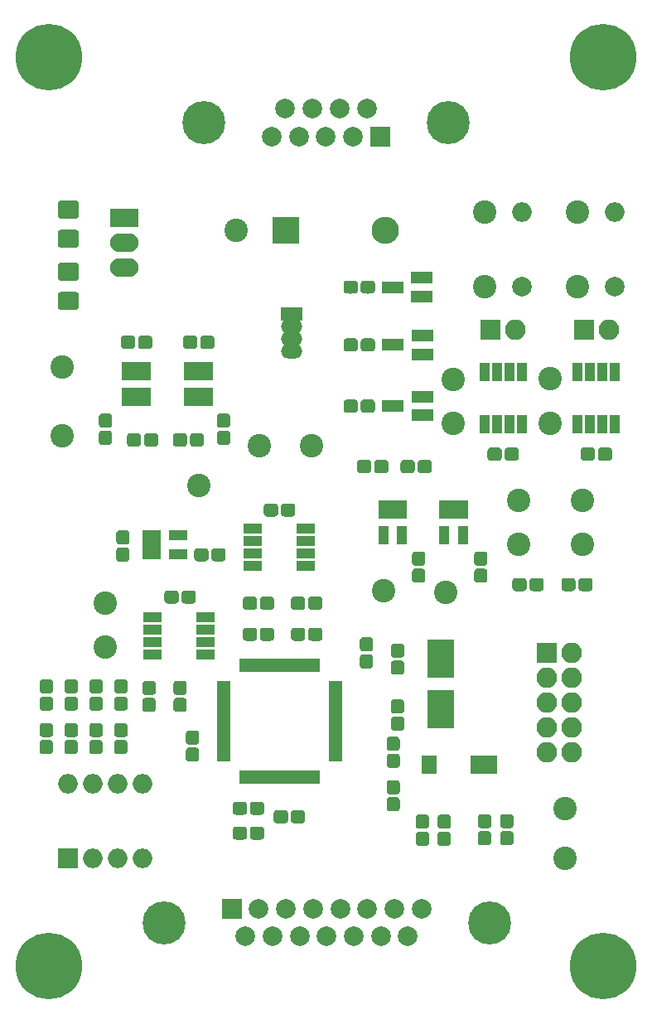
<source format=gbr>
G04 #@! TF.GenerationSoftware,KiCad,Pcbnew,(5.0.0)*
G04 #@! TF.CreationDate,2018-09-23T19:53:48-04:00*
G04 #@! TF.ProjectId,MDAS_Controller_V2,4D4441535F436F6E74726F6C6C65725F,rev?*
G04 #@! TF.SameCoordinates,Original*
G04 #@! TF.FileFunction,Soldermask,Top*
G04 #@! TF.FilePolarity,Negative*
%FSLAX46Y46*%
G04 Gerber Fmt 4.6, Leading zero omitted, Abs format (unit mm)*
G04 Created by KiCad (PCBNEW (5.0.0)) date 09/23/18 19:53:48*
%MOMM*%
%LPD*%
G01*
G04 APERTURE LIST*
%ADD10C,2.400000*%
%ADD11R,0.650000X1.400000*%
%ADD12R,1.400000X0.650000*%
%ADD13O,2.800000X2.800000*%
%ADD14R,2.800000X2.800000*%
%ADD15C,4.400000*%
%ADD16C,2.000000*%
%ADD17R,2.000000X2.000000*%
%ADD18O,2.100000X2.100000*%
%ADD19R,2.100000X2.100000*%
%ADD20R,2.800000X1.900000*%
%ADD21R,1.500000X1.000000*%
%ADD22O,2.000000X2.000000*%
%ADD23C,0.100000*%
%ADD24C,1.350000*%
%ADD25C,1.825000*%
%ADD26R,2.300000X1.200000*%
%ADD27O,2.900000X1.900000*%
%ADD28R,2.900000X1.900000*%
%ADD29R,1.000000X1.950000*%
%ADD30R,1.950000X1.000000*%
%ADD31R,1.960000X1.050000*%
%ADD32R,1.050000X1.960000*%
%ADD33R,2.800000X3.900000*%
%ADD34R,2.200000X1.470000*%
%ADD35O,2.200000X1.470000*%
%ADD36C,6.800000*%
G04 APERTURE END LIST*
D10*
G04 #@! TO.C,SW2*
X154178000Y-93345000D03*
G04 #@! TD*
D11*
G04 #@! TO.C,U1*
X139760000Y-100980000D03*
X140260000Y-100980000D03*
X140760000Y-100980000D03*
X141260000Y-100980000D03*
X141760000Y-100980000D03*
X142260000Y-100980000D03*
X142760000Y-100980000D03*
X143260000Y-100980000D03*
X143760000Y-100980000D03*
X144260000Y-100980000D03*
X144760000Y-100980000D03*
X145260000Y-100980000D03*
X145760000Y-100980000D03*
X146260000Y-100980000D03*
X146760000Y-100980000D03*
X147260000Y-100980000D03*
D12*
X149210000Y-102930000D03*
X149210000Y-103430000D03*
X149210000Y-103930000D03*
X149210000Y-104430000D03*
X149210000Y-104930000D03*
X149210000Y-105430000D03*
X149210000Y-105930000D03*
X149210000Y-106430000D03*
X149210000Y-106930000D03*
X149210000Y-107430000D03*
X149210000Y-107930000D03*
X149210000Y-108430000D03*
X149210000Y-108930000D03*
X149210000Y-109430000D03*
X149210000Y-109930000D03*
X149210000Y-110430000D03*
D11*
X147260000Y-112380000D03*
X146760000Y-112380000D03*
X146260000Y-112380000D03*
X145760000Y-112380000D03*
X145260000Y-112380000D03*
X144760000Y-112380000D03*
X144260000Y-112380000D03*
X143760000Y-112380000D03*
X143260000Y-112380000D03*
X142760000Y-112380000D03*
X142260000Y-112380000D03*
X141760000Y-112380000D03*
X141260000Y-112380000D03*
X140760000Y-112380000D03*
X140260000Y-112380000D03*
X139760000Y-112380000D03*
D12*
X137810000Y-110430000D03*
X137810000Y-109930000D03*
X137810000Y-109430000D03*
X137810000Y-108930000D03*
X137810000Y-108430000D03*
X137810000Y-107930000D03*
X137810000Y-107430000D03*
X137810000Y-106930000D03*
X137810000Y-106430000D03*
X137810000Y-105930000D03*
X137810000Y-105430000D03*
X137810000Y-104930000D03*
X137810000Y-104430000D03*
X137810000Y-103930000D03*
X137810000Y-103430000D03*
X137810000Y-102930000D03*
G04 #@! TD*
D13*
G04 #@! TO.C,D2*
X154305000Y-56515000D03*
D14*
X144145000Y-56515000D03*
G04 #@! TD*
D15*
G04 #@! TO.C,J3*
X164978200Y-127251600D03*
X131678200Y-127251600D03*
D16*
X156638200Y-128671600D03*
X153868200Y-128671600D03*
X151098200Y-128671600D03*
X148328200Y-128671600D03*
X145558200Y-128671600D03*
X142788200Y-128671600D03*
X140018200Y-128671600D03*
X158023200Y-125831600D03*
X155253200Y-125831600D03*
X152483200Y-125831600D03*
X149713200Y-125831600D03*
X146943200Y-125831600D03*
X144173200Y-125831600D03*
X141403200Y-125831600D03*
D17*
X138633200Y-125831600D03*
G04 #@! TD*
D18*
G04 #@! TO.C,JTAG*
X173355000Y-109855000D03*
X170815000Y-109855000D03*
X173355000Y-107315000D03*
X170815000Y-107315000D03*
X173355000Y-104775000D03*
X170815000Y-104775000D03*
X173355000Y-102235000D03*
X170815000Y-102235000D03*
X173355000Y-99695000D03*
D19*
X170815000Y-99695000D03*
G04 #@! TD*
D10*
G04 #@! TO.C,AI4B*
X141478000Y-78486000D03*
G04 #@! TD*
D20*
G04 #@! TO.C,Y1*
X164375000Y-111125000D03*
D21*
X158825000Y-111575000D03*
X158825000Y-110675000D03*
G04 #@! TD*
D22*
G04 #@! TO.C,R16*
X168275000Y-54610000D03*
D16*
X168275000Y-62230000D03*
G04 #@! TD*
D10*
G04 #@! TO.C,CAN0L*
X164465000Y-54610000D03*
G04 #@! TD*
G04 #@! TO.C,CAN0H*
X164465000Y-62230000D03*
G04 #@! TD*
D23*
G04 #@! TO.C,C0*
G36*
X175207398Y-92036625D02*
X175240160Y-92041485D01*
X175272288Y-92049533D01*
X175303473Y-92060691D01*
X175333413Y-92074852D01*
X175361822Y-92091879D01*
X175388425Y-92111609D01*
X175412966Y-92133851D01*
X175435208Y-92158392D01*
X175454938Y-92184995D01*
X175471965Y-92213404D01*
X175486126Y-92243344D01*
X175497284Y-92274529D01*
X175505332Y-92306657D01*
X175510192Y-92339419D01*
X175511817Y-92372500D01*
X175511817Y-93047500D01*
X175510192Y-93080581D01*
X175505332Y-93113343D01*
X175497284Y-93145471D01*
X175486126Y-93176656D01*
X175471965Y-93206596D01*
X175454938Y-93235005D01*
X175435208Y-93261608D01*
X175412966Y-93286149D01*
X175388425Y-93308391D01*
X175361822Y-93328121D01*
X175333413Y-93345148D01*
X175303473Y-93359309D01*
X175272288Y-93370467D01*
X175240160Y-93378515D01*
X175207398Y-93383375D01*
X175174317Y-93385000D01*
X174399317Y-93385000D01*
X174366236Y-93383375D01*
X174333474Y-93378515D01*
X174301346Y-93370467D01*
X174270161Y-93359309D01*
X174240221Y-93345148D01*
X174211812Y-93328121D01*
X174185209Y-93308391D01*
X174160668Y-93286149D01*
X174138426Y-93261608D01*
X174118696Y-93235005D01*
X174101669Y-93206596D01*
X174087508Y-93176656D01*
X174076350Y-93145471D01*
X174068302Y-93113343D01*
X174063442Y-93080581D01*
X174061817Y-93047500D01*
X174061817Y-92372500D01*
X174063442Y-92339419D01*
X174068302Y-92306657D01*
X174076350Y-92274529D01*
X174087508Y-92243344D01*
X174101669Y-92213404D01*
X174118696Y-92184995D01*
X174138426Y-92158392D01*
X174160668Y-92133851D01*
X174185209Y-92111609D01*
X174211812Y-92091879D01*
X174240221Y-92074852D01*
X174270161Y-92060691D01*
X174301346Y-92049533D01*
X174333474Y-92041485D01*
X174366236Y-92036625D01*
X174399317Y-92035000D01*
X175174317Y-92035000D01*
X175207398Y-92036625D01*
X175207398Y-92036625D01*
G37*
D24*
X174786817Y-92710000D03*
D23*
G36*
X173457398Y-92036625D02*
X173490160Y-92041485D01*
X173522288Y-92049533D01*
X173553473Y-92060691D01*
X173583413Y-92074852D01*
X173611822Y-92091879D01*
X173638425Y-92111609D01*
X173662966Y-92133851D01*
X173685208Y-92158392D01*
X173704938Y-92184995D01*
X173721965Y-92213404D01*
X173736126Y-92243344D01*
X173747284Y-92274529D01*
X173755332Y-92306657D01*
X173760192Y-92339419D01*
X173761817Y-92372500D01*
X173761817Y-93047500D01*
X173760192Y-93080581D01*
X173755332Y-93113343D01*
X173747284Y-93145471D01*
X173736126Y-93176656D01*
X173721965Y-93206596D01*
X173704938Y-93235005D01*
X173685208Y-93261608D01*
X173662966Y-93286149D01*
X173638425Y-93308391D01*
X173611822Y-93328121D01*
X173583413Y-93345148D01*
X173553473Y-93359309D01*
X173522288Y-93370467D01*
X173490160Y-93378515D01*
X173457398Y-93383375D01*
X173424317Y-93385000D01*
X172649317Y-93385000D01*
X172616236Y-93383375D01*
X172583474Y-93378515D01*
X172551346Y-93370467D01*
X172520161Y-93359309D01*
X172490221Y-93345148D01*
X172461812Y-93328121D01*
X172435209Y-93308391D01*
X172410668Y-93286149D01*
X172388426Y-93261608D01*
X172368696Y-93235005D01*
X172351669Y-93206596D01*
X172337508Y-93176656D01*
X172326350Y-93145471D01*
X172318302Y-93113343D01*
X172313442Y-93080581D01*
X172311817Y-93047500D01*
X172311817Y-92372500D01*
X172313442Y-92339419D01*
X172318302Y-92306657D01*
X172326350Y-92274529D01*
X172337508Y-92243344D01*
X172351669Y-92213404D01*
X172368696Y-92184995D01*
X172388426Y-92158392D01*
X172410668Y-92133851D01*
X172435209Y-92111609D01*
X172461812Y-92091879D01*
X172490221Y-92074852D01*
X172520161Y-92060691D01*
X172551346Y-92049533D01*
X172583474Y-92041485D01*
X172616236Y-92036625D01*
X172649317Y-92035000D01*
X173424317Y-92035000D01*
X173457398Y-92036625D01*
X173457398Y-92036625D01*
G37*
D24*
X173036817Y-92710000D03*
G04 #@! TD*
D23*
G04 #@! TO.C,C1*
G36*
X155501081Y-112701625D02*
X155533843Y-112706485D01*
X155565971Y-112714533D01*
X155597156Y-112725691D01*
X155627096Y-112739852D01*
X155655505Y-112756879D01*
X155682108Y-112776609D01*
X155706649Y-112798851D01*
X155728891Y-112823392D01*
X155748621Y-112849995D01*
X155765648Y-112878404D01*
X155779809Y-112908344D01*
X155790967Y-112939529D01*
X155799015Y-112971657D01*
X155803875Y-113004419D01*
X155805500Y-113037500D01*
X155805500Y-113812500D01*
X155803875Y-113845581D01*
X155799015Y-113878343D01*
X155790967Y-113910471D01*
X155779809Y-113941656D01*
X155765648Y-113971596D01*
X155748621Y-114000005D01*
X155728891Y-114026608D01*
X155706649Y-114051149D01*
X155682108Y-114073391D01*
X155655505Y-114093121D01*
X155627096Y-114110148D01*
X155597156Y-114124309D01*
X155565971Y-114135467D01*
X155533843Y-114143515D01*
X155501081Y-114148375D01*
X155468000Y-114150000D01*
X154793000Y-114150000D01*
X154759919Y-114148375D01*
X154727157Y-114143515D01*
X154695029Y-114135467D01*
X154663844Y-114124309D01*
X154633904Y-114110148D01*
X154605495Y-114093121D01*
X154578892Y-114073391D01*
X154554351Y-114051149D01*
X154532109Y-114026608D01*
X154512379Y-114000005D01*
X154495352Y-113971596D01*
X154481191Y-113941656D01*
X154470033Y-113910471D01*
X154461985Y-113878343D01*
X154457125Y-113845581D01*
X154455500Y-113812500D01*
X154455500Y-113037500D01*
X154457125Y-113004419D01*
X154461985Y-112971657D01*
X154470033Y-112939529D01*
X154481191Y-112908344D01*
X154495352Y-112878404D01*
X154512379Y-112849995D01*
X154532109Y-112823392D01*
X154554351Y-112798851D01*
X154578892Y-112776609D01*
X154605495Y-112756879D01*
X154633904Y-112739852D01*
X154663844Y-112725691D01*
X154695029Y-112714533D01*
X154727157Y-112706485D01*
X154759919Y-112701625D01*
X154793000Y-112700000D01*
X155468000Y-112700000D01*
X155501081Y-112701625D01*
X155501081Y-112701625D01*
G37*
D24*
X155130500Y-113425000D03*
D23*
G36*
X155501081Y-114451625D02*
X155533843Y-114456485D01*
X155565971Y-114464533D01*
X155597156Y-114475691D01*
X155627096Y-114489852D01*
X155655505Y-114506879D01*
X155682108Y-114526609D01*
X155706649Y-114548851D01*
X155728891Y-114573392D01*
X155748621Y-114599995D01*
X155765648Y-114628404D01*
X155779809Y-114658344D01*
X155790967Y-114689529D01*
X155799015Y-114721657D01*
X155803875Y-114754419D01*
X155805500Y-114787500D01*
X155805500Y-115562500D01*
X155803875Y-115595581D01*
X155799015Y-115628343D01*
X155790967Y-115660471D01*
X155779809Y-115691656D01*
X155765648Y-115721596D01*
X155748621Y-115750005D01*
X155728891Y-115776608D01*
X155706649Y-115801149D01*
X155682108Y-115823391D01*
X155655505Y-115843121D01*
X155627096Y-115860148D01*
X155597156Y-115874309D01*
X155565971Y-115885467D01*
X155533843Y-115893515D01*
X155501081Y-115898375D01*
X155468000Y-115900000D01*
X154793000Y-115900000D01*
X154759919Y-115898375D01*
X154727157Y-115893515D01*
X154695029Y-115885467D01*
X154663844Y-115874309D01*
X154633904Y-115860148D01*
X154605495Y-115843121D01*
X154578892Y-115823391D01*
X154554351Y-115801149D01*
X154532109Y-115776608D01*
X154512379Y-115750005D01*
X154495352Y-115721596D01*
X154481191Y-115691656D01*
X154470033Y-115660471D01*
X154461985Y-115628343D01*
X154457125Y-115595581D01*
X154455500Y-115562500D01*
X154455500Y-114787500D01*
X154457125Y-114754419D01*
X154461985Y-114721657D01*
X154470033Y-114689529D01*
X154481191Y-114658344D01*
X154495352Y-114628404D01*
X154512379Y-114599995D01*
X154532109Y-114573392D01*
X154554351Y-114548851D01*
X154578892Y-114526609D01*
X154605495Y-114506879D01*
X154633904Y-114489852D01*
X154663844Y-114475691D01*
X154695029Y-114464533D01*
X154727157Y-114456485D01*
X154759919Y-114451625D01*
X154793000Y-114450000D01*
X155468000Y-114450000D01*
X155501081Y-114451625D01*
X155501081Y-114451625D01*
G37*
D24*
X155130500Y-115175000D03*
G04 #@! TD*
D23*
G04 #@! TO.C,C2*
G36*
X155498948Y-110006625D02*
X155531710Y-110011485D01*
X155563838Y-110019533D01*
X155595023Y-110030691D01*
X155624963Y-110044852D01*
X155653372Y-110061879D01*
X155679975Y-110081609D01*
X155704516Y-110103851D01*
X155726758Y-110128392D01*
X155746488Y-110154995D01*
X155763515Y-110183404D01*
X155777676Y-110213344D01*
X155788834Y-110244529D01*
X155796882Y-110276657D01*
X155801742Y-110309419D01*
X155803367Y-110342500D01*
X155803367Y-111117500D01*
X155801742Y-111150581D01*
X155796882Y-111183343D01*
X155788834Y-111215471D01*
X155777676Y-111246656D01*
X155763515Y-111276596D01*
X155746488Y-111305005D01*
X155726758Y-111331608D01*
X155704516Y-111356149D01*
X155679975Y-111378391D01*
X155653372Y-111398121D01*
X155624963Y-111415148D01*
X155595023Y-111429309D01*
X155563838Y-111440467D01*
X155531710Y-111448515D01*
X155498948Y-111453375D01*
X155465867Y-111455000D01*
X154790867Y-111455000D01*
X154757786Y-111453375D01*
X154725024Y-111448515D01*
X154692896Y-111440467D01*
X154661711Y-111429309D01*
X154631771Y-111415148D01*
X154603362Y-111398121D01*
X154576759Y-111378391D01*
X154552218Y-111356149D01*
X154529976Y-111331608D01*
X154510246Y-111305005D01*
X154493219Y-111276596D01*
X154479058Y-111246656D01*
X154467900Y-111215471D01*
X154459852Y-111183343D01*
X154454992Y-111150581D01*
X154453367Y-111117500D01*
X154453367Y-110342500D01*
X154454992Y-110309419D01*
X154459852Y-110276657D01*
X154467900Y-110244529D01*
X154479058Y-110213344D01*
X154493219Y-110183404D01*
X154510246Y-110154995D01*
X154529976Y-110128392D01*
X154552218Y-110103851D01*
X154576759Y-110081609D01*
X154603362Y-110061879D01*
X154631771Y-110044852D01*
X154661711Y-110030691D01*
X154692896Y-110019533D01*
X154725024Y-110011485D01*
X154757786Y-110006625D01*
X154790867Y-110005000D01*
X155465867Y-110005000D01*
X155498948Y-110006625D01*
X155498948Y-110006625D01*
G37*
D24*
X155128367Y-110730000D03*
D23*
G36*
X155498948Y-108256625D02*
X155531710Y-108261485D01*
X155563838Y-108269533D01*
X155595023Y-108280691D01*
X155624963Y-108294852D01*
X155653372Y-108311879D01*
X155679975Y-108331609D01*
X155704516Y-108353851D01*
X155726758Y-108378392D01*
X155746488Y-108404995D01*
X155763515Y-108433404D01*
X155777676Y-108463344D01*
X155788834Y-108494529D01*
X155796882Y-108526657D01*
X155801742Y-108559419D01*
X155803367Y-108592500D01*
X155803367Y-109367500D01*
X155801742Y-109400581D01*
X155796882Y-109433343D01*
X155788834Y-109465471D01*
X155777676Y-109496656D01*
X155763515Y-109526596D01*
X155746488Y-109555005D01*
X155726758Y-109581608D01*
X155704516Y-109606149D01*
X155679975Y-109628391D01*
X155653372Y-109648121D01*
X155624963Y-109665148D01*
X155595023Y-109679309D01*
X155563838Y-109690467D01*
X155531710Y-109698515D01*
X155498948Y-109703375D01*
X155465867Y-109705000D01*
X154790867Y-109705000D01*
X154757786Y-109703375D01*
X154725024Y-109698515D01*
X154692896Y-109690467D01*
X154661711Y-109679309D01*
X154631771Y-109665148D01*
X154603362Y-109648121D01*
X154576759Y-109628391D01*
X154552218Y-109606149D01*
X154529976Y-109581608D01*
X154510246Y-109555005D01*
X154493219Y-109526596D01*
X154479058Y-109496656D01*
X154467900Y-109465471D01*
X154459852Y-109433343D01*
X154454992Y-109400581D01*
X154453367Y-109367500D01*
X154453367Y-108592500D01*
X154454992Y-108559419D01*
X154459852Y-108526657D01*
X154467900Y-108494529D01*
X154479058Y-108463344D01*
X154493219Y-108433404D01*
X154510246Y-108404995D01*
X154529976Y-108378392D01*
X154552218Y-108353851D01*
X154576759Y-108331609D01*
X154603362Y-108311879D01*
X154631771Y-108294852D01*
X154661711Y-108280691D01*
X154692896Y-108269533D01*
X154725024Y-108261485D01*
X154757786Y-108256625D01*
X154790867Y-108255000D01*
X155465867Y-108255000D01*
X155498948Y-108256625D01*
X155498948Y-108256625D01*
G37*
D24*
X155128367Y-108980000D03*
G04 #@! TD*
D23*
G04 #@! TO.C,C3*
G36*
X145821581Y-115760225D02*
X145854343Y-115765085D01*
X145886471Y-115773133D01*
X145917656Y-115784291D01*
X145947596Y-115798452D01*
X145976005Y-115815479D01*
X146002608Y-115835209D01*
X146027149Y-115857451D01*
X146049391Y-115881992D01*
X146069121Y-115908595D01*
X146086148Y-115937004D01*
X146100309Y-115966944D01*
X146111467Y-115998129D01*
X146119515Y-116030257D01*
X146124375Y-116063019D01*
X146126000Y-116096100D01*
X146126000Y-116771100D01*
X146124375Y-116804181D01*
X146119515Y-116836943D01*
X146111467Y-116869071D01*
X146100309Y-116900256D01*
X146086148Y-116930196D01*
X146069121Y-116958605D01*
X146049391Y-116985208D01*
X146027149Y-117009749D01*
X146002608Y-117031991D01*
X145976005Y-117051721D01*
X145947596Y-117068748D01*
X145917656Y-117082909D01*
X145886471Y-117094067D01*
X145854343Y-117102115D01*
X145821581Y-117106975D01*
X145788500Y-117108600D01*
X145013500Y-117108600D01*
X144980419Y-117106975D01*
X144947657Y-117102115D01*
X144915529Y-117094067D01*
X144884344Y-117082909D01*
X144854404Y-117068748D01*
X144825995Y-117051721D01*
X144799392Y-117031991D01*
X144774851Y-117009749D01*
X144752609Y-116985208D01*
X144732879Y-116958605D01*
X144715852Y-116930196D01*
X144701691Y-116900256D01*
X144690533Y-116869071D01*
X144682485Y-116836943D01*
X144677625Y-116804181D01*
X144676000Y-116771100D01*
X144676000Y-116096100D01*
X144677625Y-116063019D01*
X144682485Y-116030257D01*
X144690533Y-115998129D01*
X144701691Y-115966944D01*
X144715852Y-115937004D01*
X144732879Y-115908595D01*
X144752609Y-115881992D01*
X144774851Y-115857451D01*
X144799392Y-115835209D01*
X144825995Y-115815479D01*
X144854404Y-115798452D01*
X144884344Y-115784291D01*
X144915529Y-115773133D01*
X144947657Y-115765085D01*
X144980419Y-115760225D01*
X145013500Y-115758600D01*
X145788500Y-115758600D01*
X145821581Y-115760225D01*
X145821581Y-115760225D01*
G37*
D24*
X145401000Y-116433600D03*
D23*
G36*
X144071581Y-115760225D02*
X144104343Y-115765085D01*
X144136471Y-115773133D01*
X144167656Y-115784291D01*
X144197596Y-115798452D01*
X144226005Y-115815479D01*
X144252608Y-115835209D01*
X144277149Y-115857451D01*
X144299391Y-115881992D01*
X144319121Y-115908595D01*
X144336148Y-115937004D01*
X144350309Y-115966944D01*
X144361467Y-115998129D01*
X144369515Y-116030257D01*
X144374375Y-116063019D01*
X144376000Y-116096100D01*
X144376000Y-116771100D01*
X144374375Y-116804181D01*
X144369515Y-116836943D01*
X144361467Y-116869071D01*
X144350309Y-116900256D01*
X144336148Y-116930196D01*
X144319121Y-116958605D01*
X144299391Y-116985208D01*
X144277149Y-117009749D01*
X144252608Y-117031991D01*
X144226005Y-117051721D01*
X144197596Y-117068748D01*
X144167656Y-117082909D01*
X144136471Y-117094067D01*
X144104343Y-117102115D01*
X144071581Y-117106975D01*
X144038500Y-117108600D01*
X143263500Y-117108600D01*
X143230419Y-117106975D01*
X143197657Y-117102115D01*
X143165529Y-117094067D01*
X143134344Y-117082909D01*
X143104404Y-117068748D01*
X143075995Y-117051721D01*
X143049392Y-117031991D01*
X143024851Y-117009749D01*
X143002609Y-116985208D01*
X142982879Y-116958605D01*
X142965852Y-116930196D01*
X142951691Y-116900256D01*
X142940533Y-116869071D01*
X142932485Y-116836943D01*
X142927625Y-116804181D01*
X142926000Y-116771100D01*
X142926000Y-116096100D01*
X142927625Y-116063019D01*
X142932485Y-116030257D01*
X142940533Y-115998129D01*
X142951691Y-115966944D01*
X142965852Y-115937004D01*
X142982879Y-115908595D01*
X143002609Y-115881992D01*
X143024851Y-115857451D01*
X143049392Y-115835209D01*
X143075995Y-115815479D01*
X143104404Y-115798452D01*
X143134344Y-115784291D01*
X143165529Y-115773133D01*
X143197657Y-115765085D01*
X143230419Y-115760225D01*
X143263500Y-115758600D01*
X144038500Y-115758600D01*
X144071581Y-115760225D01*
X144071581Y-115760225D01*
G37*
D24*
X143651000Y-116433600D03*
G04 #@! TD*
D23*
G04 #@! TO.C,C4*
G36*
X134990581Y-109371625D02*
X135023343Y-109376485D01*
X135055471Y-109384533D01*
X135086656Y-109395691D01*
X135116596Y-109409852D01*
X135145005Y-109426879D01*
X135171608Y-109446609D01*
X135196149Y-109468851D01*
X135218391Y-109493392D01*
X135238121Y-109519995D01*
X135255148Y-109548404D01*
X135269309Y-109578344D01*
X135280467Y-109609529D01*
X135288515Y-109641657D01*
X135293375Y-109674419D01*
X135295000Y-109707500D01*
X135295000Y-110482500D01*
X135293375Y-110515581D01*
X135288515Y-110548343D01*
X135280467Y-110580471D01*
X135269309Y-110611656D01*
X135255148Y-110641596D01*
X135238121Y-110670005D01*
X135218391Y-110696608D01*
X135196149Y-110721149D01*
X135171608Y-110743391D01*
X135145005Y-110763121D01*
X135116596Y-110780148D01*
X135086656Y-110794309D01*
X135055471Y-110805467D01*
X135023343Y-110813515D01*
X134990581Y-110818375D01*
X134957500Y-110820000D01*
X134282500Y-110820000D01*
X134249419Y-110818375D01*
X134216657Y-110813515D01*
X134184529Y-110805467D01*
X134153344Y-110794309D01*
X134123404Y-110780148D01*
X134094995Y-110763121D01*
X134068392Y-110743391D01*
X134043851Y-110721149D01*
X134021609Y-110696608D01*
X134001879Y-110670005D01*
X133984852Y-110641596D01*
X133970691Y-110611656D01*
X133959533Y-110580471D01*
X133951485Y-110548343D01*
X133946625Y-110515581D01*
X133945000Y-110482500D01*
X133945000Y-109707500D01*
X133946625Y-109674419D01*
X133951485Y-109641657D01*
X133959533Y-109609529D01*
X133970691Y-109578344D01*
X133984852Y-109548404D01*
X134001879Y-109519995D01*
X134021609Y-109493392D01*
X134043851Y-109468851D01*
X134068392Y-109446609D01*
X134094995Y-109426879D01*
X134123404Y-109409852D01*
X134153344Y-109395691D01*
X134184529Y-109384533D01*
X134216657Y-109376485D01*
X134249419Y-109371625D01*
X134282500Y-109370000D01*
X134957500Y-109370000D01*
X134990581Y-109371625D01*
X134990581Y-109371625D01*
G37*
D24*
X134620000Y-110095000D03*
D23*
G36*
X134990581Y-107621625D02*
X135023343Y-107626485D01*
X135055471Y-107634533D01*
X135086656Y-107645691D01*
X135116596Y-107659852D01*
X135145005Y-107676879D01*
X135171608Y-107696609D01*
X135196149Y-107718851D01*
X135218391Y-107743392D01*
X135238121Y-107769995D01*
X135255148Y-107798404D01*
X135269309Y-107828344D01*
X135280467Y-107859529D01*
X135288515Y-107891657D01*
X135293375Y-107924419D01*
X135295000Y-107957500D01*
X135295000Y-108732500D01*
X135293375Y-108765581D01*
X135288515Y-108798343D01*
X135280467Y-108830471D01*
X135269309Y-108861656D01*
X135255148Y-108891596D01*
X135238121Y-108920005D01*
X135218391Y-108946608D01*
X135196149Y-108971149D01*
X135171608Y-108993391D01*
X135145005Y-109013121D01*
X135116596Y-109030148D01*
X135086656Y-109044309D01*
X135055471Y-109055467D01*
X135023343Y-109063515D01*
X134990581Y-109068375D01*
X134957500Y-109070000D01*
X134282500Y-109070000D01*
X134249419Y-109068375D01*
X134216657Y-109063515D01*
X134184529Y-109055467D01*
X134153344Y-109044309D01*
X134123404Y-109030148D01*
X134094995Y-109013121D01*
X134068392Y-108993391D01*
X134043851Y-108971149D01*
X134021609Y-108946608D01*
X134001879Y-108920005D01*
X133984852Y-108891596D01*
X133970691Y-108861656D01*
X133959533Y-108830471D01*
X133951485Y-108798343D01*
X133946625Y-108765581D01*
X133945000Y-108732500D01*
X133945000Y-107957500D01*
X133946625Y-107924419D01*
X133951485Y-107891657D01*
X133959533Y-107859529D01*
X133970691Y-107828344D01*
X133984852Y-107798404D01*
X134001879Y-107769995D01*
X134021609Y-107743392D01*
X134043851Y-107718851D01*
X134068392Y-107696609D01*
X134094995Y-107676879D01*
X134123404Y-107659852D01*
X134153344Y-107645691D01*
X134184529Y-107634533D01*
X134216657Y-107626485D01*
X134249419Y-107621625D01*
X134282500Y-107620000D01*
X134957500Y-107620000D01*
X134990581Y-107621625D01*
X134990581Y-107621625D01*
G37*
D24*
X134620000Y-108345000D03*
G04 #@! TD*
D23*
G04 #@! TO.C,C5*
G36*
X152770581Y-99846625D02*
X152803343Y-99851485D01*
X152835471Y-99859533D01*
X152866656Y-99870691D01*
X152896596Y-99884852D01*
X152925005Y-99901879D01*
X152951608Y-99921609D01*
X152976149Y-99943851D01*
X152998391Y-99968392D01*
X153018121Y-99994995D01*
X153035148Y-100023404D01*
X153049309Y-100053344D01*
X153060467Y-100084529D01*
X153068515Y-100116657D01*
X153073375Y-100149419D01*
X153075000Y-100182500D01*
X153075000Y-100957500D01*
X153073375Y-100990581D01*
X153068515Y-101023343D01*
X153060467Y-101055471D01*
X153049309Y-101086656D01*
X153035148Y-101116596D01*
X153018121Y-101145005D01*
X152998391Y-101171608D01*
X152976149Y-101196149D01*
X152951608Y-101218391D01*
X152925005Y-101238121D01*
X152896596Y-101255148D01*
X152866656Y-101269309D01*
X152835471Y-101280467D01*
X152803343Y-101288515D01*
X152770581Y-101293375D01*
X152737500Y-101295000D01*
X152062500Y-101295000D01*
X152029419Y-101293375D01*
X151996657Y-101288515D01*
X151964529Y-101280467D01*
X151933344Y-101269309D01*
X151903404Y-101255148D01*
X151874995Y-101238121D01*
X151848392Y-101218391D01*
X151823851Y-101196149D01*
X151801609Y-101171608D01*
X151781879Y-101145005D01*
X151764852Y-101116596D01*
X151750691Y-101086656D01*
X151739533Y-101055471D01*
X151731485Y-101023343D01*
X151726625Y-100990581D01*
X151725000Y-100957500D01*
X151725000Y-100182500D01*
X151726625Y-100149419D01*
X151731485Y-100116657D01*
X151739533Y-100084529D01*
X151750691Y-100053344D01*
X151764852Y-100023404D01*
X151781879Y-99994995D01*
X151801609Y-99968392D01*
X151823851Y-99943851D01*
X151848392Y-99921609D01*
X151874995Y-99901879D01*
X151903404Y-99884852D01*
X151933344Y-99870691D01*
X151964529Y-99859533D01*
X151996657Y-99851485D01*
X152029419Y-99846625D01*
X152062500Y-99845000D01*
X152737500Y-99845000D01*
X152770581Y-99846625D01*
X152770581Y-99846625D01*
G37*
D24*
X152400000Y-100570000D03*
D23*
G36*
X152770581Y-98096625D02*
X152803343Y-98101485D01*
X152835471Y-98109533D01*
X152866656Y-98120691D01*
X152896596Y-98134852D01*
X152925005Y-98151879D01*
X152951608Y-98171609D01*
X152976149Y-98193851D01*
X152998391Y-98218392D01*
X153018121Y-98244995D01*
X153035148Y-98273404D01*
X153049309Y-98303344D01*
X153060467Y-98334529D01*
X153068515Y-98366657D01*
X153073375Y-98399419D01*
X153075000Y-98432500D01*
X153075000Y-99207500D01*
X153073375Y-99240581D01*
X153068515Y-99273343D01*
X153060467Y-99305471D01*
X153049309Y-99336656D01*
X153035148Y-99366596D01*
X153018121Y-99395005D01*
X152998391Y-99421608D01*
X152976149Y-99446149D01*
X152951608Y-99468391D01*
X152925005Y-99488121D01*
X152896596Y-99505148D01*
X152866656Y-99519309D01*
X152835471Y-99530467D01*
X152803343Y-99538515D01*
X152770581Y-99543375D01*
X152737500Y-99545000D01*
X152062500Y-99545000D01*
X152029419Y-99543375D01*
X151996657Y-99538515D01*
X151964529Y-99530467D01*
X151933344Y-99519309D01*
X151903404Y-99505148D01*
X151874995Y-99488121D01*
X151848392Y-99468391D01*
X151823851Y-99446149D01*
X151801609Y-99421608D01*
X151781879Y-99395005D01*
X151764852Y-99366596D01*
X151750691Y-99336656D01*
X151739533Y-99305471D01*
X151731485Y-99273343D01*
X151726625Y-99240581D01*
X151725000Y-99207500D01*
X151725000Y-98432500D01*
X151726625Y-98399419D01*
X151731485Y-98366657D01*
X151739533Y-98334529D01*
X151750691Y-98303344D01*
X151764852Y-98273404D01*
X151781879Y-98244995D01*
X151801609Y-98218392D01*
X151823851Y-98193851D01*
X151848392Y-98171609D01*
X151874995Y-98151879D01*
X151903404Y-98134852D01*
X151933344Y-98120691D01*
X151964529Y-98109533D01*
X151996657Y-98101485D01*
X152029419Y-98096625D01*
X152062500Y-98095000D01*
X152737500Y-98095000D01*
X152770581Y-98096625D01*
X152770581Y-98096625D01*
G37*
D24*
X152400000Y-98820000D03*
G04 #@! TD*
D23*
G04 #@! TO.C,C6*
G36*
X145840581Y-97116625D02*
X145873343Y-97121485D01*
X145905471Y-97129533D01*
X145936656Y-97140691D01*
X145966596Y-97154852D01*
X145995005Y-97171879D01*
X146021608Y-97191609D01*
X146046149Y-97213851D01*
X146068391Y-97238392D01*
X146088121Y-97264995D01*
X146105148Y-97293404D01*
X146119309Y-97323344D01*
X146130467Y-97354529D01*
X146138515Y-97386657D01*
X146143375Y-97419419D01*
X146145000Y-97452500D01*
X146145000Y-98127500D01*
X146143375Y-98160581D01*
X146138515Y-98193343D01*
X146130467Y-98225471D01*
X146119309Y-98256656D01*
X146105148Y-98286596D01*
X146088121Y-98315005D01*
X146068391Y-98341608D01*
X146046149Y-98366149D01*
X146021608Y-98388391D01*
X145995005Y-98408121D01*
X145966596Y-98425148D01*
X145936656Y-98439309D01*
X145905471Y-98450467D01*
X145873343Y-98458515D01*
X145840581Y-98463375D01*
X145807500Y-98465000D01*
X145032500Y-98465000D01*
X144999419Y-98463375D01*
X144966657Y-98458515D01*
X144934529Y-98450467D01*
X144903344Y-98439309D01*
X144873404Y-98425148D01*
X144844995Y-98408121D01*
X144818392Y-98388391D01*
X144793851Y-98366149D01*
X144771609Y-98341608D01*
X144751879Y-98315005D01*
X144734852Y-98286596D01*
X144720691Y-98256656D01*
X144709533Y-98225471D01*
X144701485Y-98193343D01*
X144696625Y-98160581D01*
X144695000Y-98127500D01*
X144695000Y-97452500D01*
X144696625Y-97419419D01*
X144701485Y-97386657D01*
X144709533Y-97354529D01*
X144720691Y-97323344D01*
X144734852Y-97293404D01*
X144751879Y-97264995D01*
X144771609Y-97238392D01*
X144793851Y-97213851D01*
X144818392Y-97191609D01*
X144844995Y-97171879D01*
X144873404Y-97154852D01*
X144903344Y-97140691D01*
X144934529Y-97129533D01*
X144966657Y-97121485D01*
X144999419Y-97116625D01*
X145032500Y-97115000D01*
X145807500Y-97115000D01*
X145840581Y-97116625D01*
X145840581Y-97116625D01*
G37*
D24*
X145420000Y-97790000D03*
D23*
G36*
X147590581Y-97116625D02*
X147623343Y-97121485D01*
X147655471Y-97129533D01*
X147686656Y-97140691D01*
X147716596Y-97154852D01*
X147745005Y-97171879D01*
X147771608Y-97191609D01*
X147796149Y-97213851D01*
X147818391Y-97238392D01*
X147838121Y-97264995D01*
X147855148Y-97293404D01*
X147869309Y-97323344D01*
X147880467Y-97354529D01*
X147888515Y-97386657D01*
X147893375Y-97419419D01*
X147895000Y-97452500D01*
X147895000Y-98127500D01*
X147893375Y-98160581D01*
X147888515Y-98193343D01*
X147880467Y-98225471D01*
X147869309Y-98256656D01*
X147855148Y-98286596D01*
X147838121Y-98315005D01*
X147818391Y-98341608D01*
X147796149Y-98366149D01*
X147771608Y-98388391D01*
X147745005Y-98408121D01*
X147716596Y-98425148D01*
X147686656Y-98439309D01*
X147655471Y-98450467D01*
X147623343Y-98458515D01*
X147590581Y-98463375D01*
X147557500Y-98465000D01*
X146782500Y-98465000D01*
X146749419Y-98463375D01*
X146716657Y-98458515D01*
X146684529Y-98450467D01*
X146653344Y-98439309D01*
X146623404Y-98425148D01*
X146594995Y-98408121D01*
X146568392Y-98388391D01*
X146543851Y-98366149D01*
X146521609Y-98341608D01*
X146501879Y-98315005D01*
X146484852Y-98286596D01*
X146470691Y-98256656D01*
X146459533Y-98225471D01*
X146451485Y-98193343D01*
X146446625Y-98160581D01*
X146445000Y-98127500D01*
X146445000Y-97452500D01*
X146446625Y-97419419D01*
X146451485Y-97386657D01*
X146459533Y-97354529D01*
X146470691Y-97323344D01*
X146484852Y-97293404D01*
X146501879Y-97264995D01*
X146521609Y-97238392D01*
X146543851Y-97213851D01*
X146568392Y-97191609D01*
X146594995Y-97171879D01*
X146623404Y-97154852D01*
X146653344Y-97140691D01*
X146684529Y-97129533D01*
X146716657Y-97121485D01*
X146749419Y-97116625D01*
X146782500Y-97115000D01*
X147557500Y-97115000D01*
X147590581Y-97116625D01*
X147590581Y-97116625D01*
G37*
D24*
X147170000Y-97790000D03*
G04 #@! TD*
D23*
G04 #@! TO.C,C7*
G36*
X145835581Y-93941625D02*
X145868343Y-93946485D01*
X145900471Y-93954533D01*
X145931656Y-93965691D01*
X145961596Y-93979852D01*
X145990005Y-93996879D01*
X146016608Y-94016609D01*
X146041149Y-94038851D01*
X146063391Y-94063392D01*
X146083121Y-94089995D01*
X146100148Y-94118404D01*
X146114309Y-94148344D01*
X146125467Y-94179529D01*
X146133515Y-94211657D01*
X146138375Y-94244419D01*
X146140000Y-94277500D01*
X146140000Y-94952500D01*
X146138375Y-94985581D01*
X146133515Y-95018343D01*
X146125467Y-95050471D01*
X146114309Y-95081656D01*
X146100148Y-95111596D01*
X146083121Y-95140005D01*
X146063391Y-95166608D01*
X146041149Y-95191149D01*
X146016608Y-95213391D01*
X145990005Y-95233121D01*
X145961596Y-95250148D01*
X145931656Y-95264309D01*
X145900471Y-95275467D01*
X145868343Y-95283515D01*
X145835581Y-95288375D01*
X145802500Y-95290000D01*
X145027500Y-95290000D01*
X144994419Y-95288375D01*
X144961657Y-95283515D01*
X144929529Y-95275467D01*
X144898344Y-95264309D01*
X144868404Y-95250148D01*
X144839995Y-95233121D01*
X144813392Y-95213391D01*
X144788851Y-95191149D01*
X144766609Y-95166608D01*
X144746879Y-95140005D01*
X144729852Y-95111596D01*
X144715691Y-95081656D01*
X144704533Y-95050471D01*
X144696485Y-95018343D01*
X144691625Y-94985581D01*
X144690000Y-94952500D01*
X144690000Y-94277500D01*
X144691625Y-94244419D01*
X144696485Y-94211657D01*
X144704533Y-94179529D01*
X144715691Y-94148344D01*
X144729852Y-94118404D01*
X144746879Y-94089995D01*
X144766609Y-94063392D01*
X144788851Y-94038851D01*
X144813392Y-94016609D01*
X144839995Y-93996879D01*
X144868404Y-93979852D01*
X144898344Y-93965691D01*
X144929529Y-93954533D01*
X144961657Y-93946485D01*
X144994419Y-93941625D01*
X145027500Y-93940000D01*
X145802500Y-93940000D01*
X145835581Y-93941625D01*
X145835581Y-93941625D01*
G37*
D24*
X145415000Y-94615000D03*
D23*
G36*
X147585581Y-93941625D02*
X147618343Y-93946485D01*
X147650471Y-93954533D01*
X147681656Y-93965691D01*
X147711596Y-93979852D01*
X147740005Y-93996879D01*
X147766608Y-94016609D01*
X147791149Y-94038851D01*
X147813391Y-94063392D01*
X147833121Y-94089995D01*
X147850148Y-94118404D01*
X147864309Y-94148344D01*
X147875467Y-94179529D01*
X147883515Y-94211657D01*
X147888375Y-94244419D01*
X147890000Y-94277500D01*
X147890000Y-94952500D01*
X147888375Y-94985581D01*
X147883515Y-95018343D01*
X147875467Y-95050471D01*
X147864309Y-95081656D01*
X147850148Y-95111596D01*
X147833121Y-95140005D01*
X147813391Y-95166608D01*
X147791149Y-95191149D01*
X147766608Y-95213391D01*
X147740005Y-95233121D01*
X147711596Y-95250148D01*
X147681656Y-95264309D01*
X147650471Y-95275467D01*
X147618343Y-95283515D01*
X147585581Y-95288375D01*
X147552500Y-95290000D01*
X146777500Y-95290000D01*
X146744419Y-95288375D01*
X146711657Y-95283515D01*
X146679529Y-95275467D01*
X146648344Y-95264309D01*
X146618404Y-95250148D01*
X146589995Y-95233121D01*
X146563392Y-95213391D01*
X146538851Y-95191149D01*
X146516609Y-95166608D01*
X146496879Y-95140005D01*
X146479852Y-95111596D01*
X146465691Y-95081656D01*
X146454533Y-95050471D01*
X146446485Y-95018343D01*
X146441625Y-94985581D01*
X146440000Y-94952500D01*
X146440000Y-94277500D01*
X146441625Y-94244419D01*
X146446485Y-94211657D01*
X146454533Y-94179529D01*
X146465691Y-94148344D01*
X146479852Y-94118404D01*
X146496879Y-94089995D01*
X146516609Y-94063392D01*
X146538851Y-94038851D01*
X146563392Y-94016609D01*
X146589995Y-93996879D01*
X146618404Y-93979852D01*
X146648344Y-93965691D01*
X146679529Y-93954533D01*
X146711657Y-93946485D01*
X146744419Y-93941625D01*
X146777500Y-93940000D01*
X147552500Y-93940000D01*
X147585581Y-93941625D01*
X147585581Y-93941625D01*
G37*
D24*
X147165000Y-94615000D03*
G04 #@! TD*
D23*
G04 #@! TO.C,C8*
G36*
X130545581Y-104291625D02*
X130578343Y-104296485D01*
X130610471Y-104304533D01*
X130641656Y-104315691D01*
X130671596Y-104329852D01*
X130700005Y-104346879D01*
X130726608Y-104366609D01*
X130751149Y-104388851D01*
X130773391Y-104413392D01*
X130793121Y-104439995D01*
X130810148Y-104468404D01*
X130824309Y-104498344D01*
X130835467Y-104529529D01*
X130843515Y-104561657D01*
X130848375Y-104594419D01*
X130850000Y-104627500D01*
X130850000Y-105402500D01*
X130848375Y-105435581D01*
X130843515Y-105468343D01*
X130835467Y-105500471D01*
X130824309Y-105531656D01*
X130810148Y-105561596D01*
X130793121Y-105590005D01*
X130773391Y-105616608D01*
X130751149Y-105641149D01*
X130726608Y-105663391D01*
X130700005Y-105683121D01*
X130671596Y-105700148D01*
X130641656Y-105714309D01*
X130610471Y-105725467D01*
X130578343Y-105733515D01*
X130545581Y-105738375D01*
X130512500Y-105740000D01*
X129837500Y-105740000D01*
X129804419Y-105738375D01*
X129771657Y-105733515D01*
X129739529Y-105725467D01*
X129708344Y-105714309D01*
X129678404Y-105700148D01*
X129649995Y-105683121D01*
X129623392Y-105663391D01*
X129598851Y-105641149D01*
X129576609Y-105616608D01*
X129556879Y-105590005D01*
X129539852Y-105561596D01*
X129525691Y-105531656D01*
X129514533Y-105500471D01*
X129506485Y-105468343D01*
X129501625Y-105435581D01*
X129500000Y-105402500D01*
X129500000Y-104627500D01*
X129501625Y-104594419D01*
X129506485Y-104561657D01*
X129514533Y-104529529D01*
X129525691Y-104498344D01*
X129539852Y-104468404D01*
X129556879Y-104439995D01*
X129576609Y-104413392D01*
X129598851Y-104388851D01*
X129623392Y-104366609D01*
X129649995Y-104346879D01*
X129678404Y-104329852D01*
X129708344Y-104315691D01*
X129739529Y-104304533D01*
X129771657Y-104296485D01*
X129804419Y-104291625D01*
X129837500Y-104290000D01*
X130512500Y-104290000D01*
X130545581Y-104291625D01*
X130545581Y-104291625D01*
G37*
D24*
X130175000Y-105015000D03*
D23*
G36*
X130545581Y-102541625D02*
X130578343Y-102546485D01*
X130610471Y-102554533D01*
X130641656Y-102565691D01*
X130671596Y-102579852D01*
X130700005Y-102596879D01*
X130726608Y-102616609D01*
X130751149Y-102638851D01*
X130773391Y-102663392D01*
X130793121Y-102689995D01*
X130810148Y-102718404D01*
X130824309Y-102748344D01*
X130835467Y-102779529D01*
X130843515Y-102811657D01*
X130848375Y-102844419D01*
X130850000Y-102877500D01*
X130850000Y-103652500D01*
X130848375Y-103685581D01*
X130843515Y-103718343D01*
X130835467Y-103750471D01*
X130824309Y-103781656D01*
X130810148Y-103811596D01*
X130793121Y-103840005D01*
X130773391Y-103866608D01*
X130751149Y-103891149D01*
X130726608Y-103913391D01*
X130700005Y-103933121D01*
X130671596Y-103950148D01*
X130641656Y-103964309D01*
X130610471Y-103975467D01*
X130578343Y-103983515D01*
X130545581Y-103988375D01*
X130512500Y-103990000D01*
X129837500Y-103990000D01*
X129804419Y-103988375D01*
X129771657Y-103983515D01*
X129739529Y-103975467D01*
X129708344Y-103964309D01*
X129678404Y-103950148D01*
X129649995Y-103933121D01*
X129623392Y-103913391D01*
X129598851Y-103891149D01*
X129576609Y-103866608D01*
X129556879Y-103840005D01*
X129539852Y-103811596D01*
X129525691Y-103781656D01*
X129514533Y-103750471D01*
X129506485Y-103718343D01*
X129501625Y-103685581D01*
X129500000Y-103652500D01*
X129500000Y-102877500D01*
X129501625Y-102844419D01*
X129506485Y-102811657D01*
X129514533Y-102779529D01*
X129525691Y-102748344D01*
X129539852Y-102718404D01*
X129556879Y-102689995D01*
X129576609Y-102663392D01*
X129598851Y-102638851D01*
X129623392Y-102616609D01*
X129649995Y-102596879D01*
X129678404Y-102579852D01*
X129708344Y-102565691D01*
X129739529Y-102554533D01*
X129771657Y-102546485D01*
X129804419Y-102541625D01*
X129837500Y-102540000D01*
X130512500Y-102540000D01*
X130545581Y-102541625D01*
X130545581Y-102541625D01*
G37*
D24*
X130175000Y-103265000D03*
G04 #@! TD*
D23*
G04 #@! TO.C,C9*
G36*
X155945581Y-106196625D02*
X155978343Y-106201485D01*
X156010471Y-106209533D01*
X156041656Y-106220691D01*
X156071596Y-106234852D01*
X156100005Y-106251879D01*
X156126608Y-106271609D01*
X156151149Y-106293851D01*
X156173391Y-106318392D01*
X156193121Y-106344995D01*
X156210148Y-106373404D01*
X156224309Y-106403344D01*
X156235467Y-106434529D01*
X156243515Y-106466657D01*
X156248375Y-106499419D01*
X156250000Y-106532500D01*
X156250000Y-107307500D01*
X156248375Y-107340581D01*
X156243515Y-107373343D01*
X156235467Y-107405471D01*
X156224309Y-107436656D01*
X156210148Y-107466596D01*
X156193121Y-107495005D01*
X156173391Y-107521608D01*
X156151149Y-107546149D01*
X156126608Y-107568391D01*
X156100005Y-107588121D01*
X156071596Y-107605148D01*
X156041656Y-107619309D01*
X156010471Y-107630467D01*
X155978343Y-107638515D01*
X155945581Y-107643375D01*
X155912500Y-107645000D01*
X155237500Y-107645000D01*
X155204419Y-107643375D01*
X155171657Y-107638515D01*
X155139529Y-107630467D01*
X155108344Y-107619309D01*
X155078404Y-107605148D01*
X155049995Y-107588121D01*
X155023392Y-107568391D01*
X154998851Y-107546149D01*
X154976609Y-107521608D01*
X154956879Y-107495005D01*
X154939852Y-107466596D01*
X154925691Y-107436656D01*
X154914533Y-107405471D01*
X154906485Y-107373343D01*
X154901625Y-107340581D01*
X154900000Y-107307500D01*
X154900000Y-106532500D01*
X154901625Y-106499419D01*
X154906485Y-106466657D01*
X154914533Y-106434529D01*
X154925691Y-106403344D01*
X154939852Y-106373404D01*
X154956879Y-106344995D01*
X154976609Y-106318392D01*
X154998851Y-106293851D01*
X155023392Y-106271609D01*
X155049995Y-106251879D01*
X155078404Y-106234852D01*
X155108344Y-106220691D01*
X155139529Y-106209533D01*
X155171657Y-106201485D01*
X155204419Y-106196625D01*
X155237500Y-106195000D01*
X155912500Y-106195000D01*
X155945581Y-106196625D01*
X155945581Y-106196625D01*
G37*
D24*
X155575000Y-106920000D03*
D23*
G36*
X155945581Y-104446625D02*
X155978343Y-104451485D01*
X156010471Y-104459533D01*
X156041656Y-104470691D01*
X156071596Y-104484852D01*
X156100005Y-104501879D01*
X156126608Y-104521609D01*
X156151149Y-104543851D01*
X156173391Y-104568392D01*
X156193121Y-104594995D01*
X156210148Y-104623404D01*
X156224309Y-104653344D01*
X156235467Y-104684529D01*
X156243515Y-104716657D01*
X156248375Y-104749419D01*
X156250000Y-104782500D01*
X156250000Y-105557500D01*
X156248375Y-105590581D01*
X156243515Y-105623343D01*
X156235467Y-105655471D01*
X156224309Y-105686656D01*
X156210148Y-105716596D01*
X156193121Y-105745005D01*
X156173391Y-105771608D01*
X156151149Y-105796149D01*
X156126608Y-105818391D01*
X156100005Y-105838121D01*
X156071596Y-105855148D01*
X156041656Y-105869309D01*
X156010471Y-105880467D01*
X155978343Y-105888515D01*
X155945581Y-105893375D01*
X155912500Y-105895000D01*
X155237500Y-105895000D01*
X155204419Y-105893375D01*
X155171657Y-105888515D01*
X155139529Y-105880467D01*
X155108344Y-105869309D01*
X155078404Y-105855148D01*
X155049995Y-105838121D01*
X155023392Y-105818391D01*
X154998851Y-105796149D01*
X154976609Y-105771608D01*
X154956879Y-105745005D01*
X154939852Y-105716596D01*
X154925691Y-105686656D01*
X154914533Y-105655471D01*
X154906485Y-105623343D01*
X154901625Y-105590581D01*
X154900000Y-105557500D01*
X154900000Y-104782500D01*
X154901625Y-104749419D01*
X154906485Y-104716657D01*
X154914533Y-104684529D01*
X154925691Y-104653344D01*
X154939852Y-104623404D01*
X154956879Y-104594995D01*
X154976609Y-104568392D01*
X154998851Y-104543851D01*
X155023392Y-104521609D01*
X155049995Y-104501879D01*
X155078404Y-104484852D01*
X155108344Y-104470691D01*
X155139529Y-104459533D01*
X155171657Y-104451485D01*
X155204419Y-104446625D01*
X155237500Y-104445000D01*
X155912500Y-104445000D01*
X155945581Y-104446625D01*
X155945581Y-104446625D01*
G37*
D24*
X155575000Y-105170000D03*
G04 #@! TD*
D23*
G04 #@! TO.C,C10*
G36*
X142660581Y-97116625D02*
X142693343Y-97121485D01*
X142725471Y-97129533D01*
X142756656Y-97140691D01*
X142786596Y-97154852D01*
X142815005Y-97171879D01*
X142841608Y-97191609D01*
X142866149Y-97213851D01*
X142888391Y-97238392D01*
X142908121Y-97264995D01*
X142925148Y-97293404D01*
X142939309Y-97323344D01*
X142950467Y-97354529D01*
X142958515Y-97386657D01*
X142963375Y-97419419D01*
X142965000Y-97452500D01*
X142965000Y-98127500D01*
X142963375Y-98160581D01*
X142958515Y-98193343D01*
X142950467Y-98225471D01*
X142939309Y-98256656D01*
X142925148Y-98286596D01*
X142908121Y-98315005D01*
X142888391Y-98341608D01*
X142866149Y-98366149D01*
X142841608Y-98388391D01*
X142815005Y-98408121D01*
X142786596Y-98425148D01*
X142756656Y-98439309D01*
X142725471Y-98450467D01*
X142693343Y-98458515D01*
X142660581Y-98463375D01*
X142627500Y-98465000D01*
X141852500Y-98465000D01*
X141819419Y-98463375D01*
X141786657Y-98458515D01*
X141754529Y-98450467D01*
X141723344Y-98439309D01*
X141693404Y-98425148D01*
X141664995Y-98408121D01*
X141638392Y-98388391D01*
X141613851Y-98366149D01*
X141591609Y-98341608D01*
X141571879Y-98315005D01*
X141554852Y-98286596D01*
X141540691Y-98256656D01*
X141529533Y-98225471D01*
X141521485Y-98193343D01*
X141516625Y-98160581D01*
X141515000Y-98127500D01*
X141515000Y-97452500D01*
X141516625Y-97419419D01*
X141521485Y-97386657D01*
X141529533Y-97354529D01*
X141540691Y-97323344D01*
X141554852Y-97293404D01*
X141571879Y-97264995D01*
X141591609Y-97238392D01*
X141613851Y-97213851D01*
X141638392Y-97191609D01*
X141664995Y-97171879D01*
X141693404Y-97154852D01*
X141723344Y-97140691D01*
X141754529Y-97129533D01*
X141786657Y-97121485D01*
X141819419Y-97116625D01*
X141852500Y-97115000D01*
X142627500Y-97115000D01*
X142660581Y-97116625D01*
X142660581Y-97116625D01*
G37*
D24*
X142240000Y-97790000D03*
D23*
G36*
X140910581Y-97116625D02*
X140943343Y-97121485D01*
X140975471Y-97129533D01*
X141006656Y-97140691D01*
X141036596Y-97154852D01*
X141065005Y-97171879D01*
X141091608Y-97191609D01*
X141116149Y-97213851D01*
X141138391Y-97238392D01*
X141158121Y-97264995D01*
X141175148Y-97293404D01*
X141189309Y-97323344D01*
X141200467Y-97354529D01*
X141208515Y-97386657D01*
X141213375Y-97419419D01*
X141215000Y-97452500D01*
X141215000Y-98127500D01*
X141213375Y-98160581D01*
X141208515Y-98193343D01*
X141200467Y-98225471D01*
X141189309Y-98256656D01*
X141175148Y-98286596D01*
X141158121Y-98315005D01*
X141138391Y-98341608D01*
X141116149Y-98366149D01*
X141091608Y-98388391D01*
X141065005Y-98408121D01*
X141036596Y-98425148D01*
X141006656Y-98439309D01*
X140975471Y-98450467D01*
X140943343Y-98458515D01*
X140910581Y-98463375D01*
X140877500Y-98465000D01*
X140102500Y-98465000D01*
X140069419Y-98463375D01*
X140036657Y-98458515D01*
X140004529Y-98450467D01*
X139973344Y-98439309D01*
X139943404Y-98425148D01*
X139914995Y-98408121D01*
X139888392Y-98388391D01*
X139863851Y-98366149D01*
X139841609Y-98341608D01*
X139821879Y-98315005D01*
X139804852Y-98286596D01*
X139790691Y-98256656D01*
X139779533Y-98225471D01*
X139771485Y-98193343D01*
X139766625Y-98160581D01*
X139765000Y-98127500D01*
X139765000Y-97452500D01*
X139766625Y-97419419D01*
X139771485Y-97386657D01*
X139779533Y-97354529D01*
X139790691Y-97323344D01*
X139804852Y-97293404D01*
X139821879Y-97264995D01*
X139841609Y-97238392D01*
X139863851Y-97213851D01*
X139888392Y-97191609D01*
X139914995Y-97171879D01*
X139943404Y-97154852D01*
X139973344Y-97140691D01*
X140004529Y-97129533D01*
X140036657Y-97121485D01*
X140069419Y-97116625D01*
X140102500Y-97115000D01*
X140877500Y-97115000D01*
X140910581Y-97116625D01*
X140910581Y-97116625D01*
G37*
D24*
X140490000Y-97790000D03*
G04 #@! TD*
D23*
G04 #@! TO.C,C11*
G36*
X141630581Y-114896625D02*
X141663343Y-114901485D01*
X141695471Y-114909533D01*
X141726656Y-114920691D01*
X141756596Y-114934852D01*
X141785005Y-114951879D01*
X141811608Y-114971609D01*
X141836149Y-114993851D01*
X141858391Y-115018392D01*
X141878121Y-115044995D01*
X141895148Y-115073404D01*
X141909309Y-115103344D01*
X141920467Y-115134529D01*
X141928515Y-115166657D01*
X141933375Y-115199419D01*
X141935000Y-115232500D01*
X141935000Y-115907500D01*
X141933375Y-115940581D01*
X141928515Y-115973343D01*
X141920467Y-116005471D01*
X141909309Y-116036656D01*
X141895148Y-116066596D01*
X141878121Y-116095005D01*
X141858391Y-116121608D01*
X141836149Y-116146149D01*
X141811608Y-116168391D01*
X141785005Y-116188121D01*
X141756596Y-116205148D01*
X141726656Y-116219309D01*
X141695471Y-116230467D01*
X141663343Y-116238515D01*
X141630581Y-116243375D01*
X141597500Y-116245000D01*
X140822500Y-116245000D01*
X140789419Y-116243375D01*
X140756657Y-116238515D01*
X140724529Y-116230467D01*
X140693344Y-116219309D01*
X140663404Y-116205148D01*
X140634995Y-116188121D01*
X140608392Y-116168391D01*
X140583851Y-116146149D01*
X140561609Y-116121608D01*
X140541879Y-116095005D01*
X140524852Y-116066596D01*
X140510691Y-116036656D01*
X140499533Y-116005471D01*
X140491485Y-115973343D01*
X140486625Y-115940581D01*
X140485000Y-115907500D01*
X140485000Y-115232500D01*
X140486625Y-115199419D01*
X140491485Y-115166657D01*
X140499533Y-115134529D01*
X140510691Y-115103344D01*
X140524852Y-115073404D01*
X140541879Y-115044995D01*
X140561609Y-115018392D01*
X140583851Y-114993851D01*
X140608392Y-114971609D01*
X140634995Y-114951879D01*
X140663404Y-114934852D01*
X140693344Y-114920691D01*
X140724529Y-114909533D01*
X140756657Y-114901485D01*
X140789419Y-114896625D01*
X140822500Y-114895000D01*
X141597500Y-114895000D01*
X141630581Y-114896625D01*
X141630581Y-114896625D01*
G37*
D24*
X141210000Y-115570000D03*
D23*
G36*
X139880581Y-114896625D02*
X139913343Y-114901485D01*
X139945471Y-114909533D01*
X139976656Y-114920691D01*
X140006596Y-114934852D01*
X140035005Y-114951879D01*
X140061608Y-114971609D01*
X140086149Y-114993851D01*
X140108391Y-115018392D01*
X140128121Y-115044995D01*
X140145148Y-115073404D01*
X140159309Y-115103344D01*
X140170467Y-115134529D01*
X140178515Y-115166657D01*
X140183375Y-115199419D01*
X140185000Y-115232500D01*
X140185000Y-115907500D01*
X140183375Y-115940581D01*
X140178515Y-115973343D01*
X140170467Y-116005471D01*
X140159309Y-116036656D01*
X140145148Y-116066596D01*
X140128121Y-116095005D01*
X140108391Y-116121608D01*
X140086149Y-116146149D01*
X140061608Y-116168391D01*
X140035005Y-116188121D01*
X140006596Y-116205148D01*
X139976656Y-116219309D01*
X139945471Y-116230467D01*
X139913343Y-116238515D01*
X139880581Y-116243375D01*
X139847500Y-116245000D01*
X139072500Y-116245000D01*
X139039419Y-116243375D01*
X139006657Y-116238515D01*
X138974529Y-116230467D01*
X138943344Y-116219309D01*
X138913404Y-116205148D01*
X138884995Y-116188121D01*
X138858392Y-116168391D01*
X138833851Y-116146149D01*
X138811609Y-116121608D01*
X138791879Y-116095005D01*
X138774852Y-116066596D01*
X138760691Y-116036656D01*
X138749533Y-116005471D01*
X138741485Y-115973343D01*
X138736625Y-115940581D01*
X138735000Y-115907500D01*
X138735000Y-115232500D01*
X138736625Y-115199419D01*
X138741485Y-115166657D01*
X138749533Y-115134529D01*
X138760691Y-115103344D01*
X138774852Y-115073404D01*
X138791879Y-115044995D01*
X138811609Y-115018392D01*
X138833851Y-114993851D01*
X138858392Y-114971609D01*
X138884995Y-114951879D01*
X138913404Y-114934852D01*
X138943344Y-114920691D01*
X138974529Y-114909533D01*
X139006657Y-114901485D01*
X139039419Y-114896625D01*
X139072500Y-114895000D01*
X139847500Y-114895000D01*
X139880581Y-114896625D01*
X139880581Y-114896625D01*
G37*
D24*
X139460000Y-115570000D03*
G04 #@! TD*
D23*
G04 #@! TO.C,C12*
G36*
X142660581Y-93941625D02*
X142693343Y-93946485D01*
X142725471Y-93954533D01*
X142756656Y-93965691D01*
X142786596Y-93979852D01*
X142815005Y-93996879D01*
X142841608Y-94016609D01*
X142866149Y-94038851D01*
X142888391Y-94063392D01*
X142908121Y-94089995D01*
X142925148Y-94118404D01*
X142939309Y-94148344D01*
X142950467Y-94179529D01*
X142958515Y-94211657D01*
X142963375Y-94244419D01*
X142965000Y-94277500D01*
X142965000Y-94952500D01*
X142963375Y-94985581D01*
X142958515Y-95018343D01*
X142950467Y-95050471D01*
X142939309Y-95081656D01*
X142925148Y-95111596D01*
X142908121Y-95140005D01*
X142888391Y-95166608D01*
X142866149Y-95191149D01*
X142841608Y-95213391D01*
X142815005Y-95233121D01*
X142786596Y-95250148D01*
X142756656Y-95264309D01*
X142725471Y-95275467D01*
X142693343Y-95283515D01*
X142660581Y-95288375D01*
X142627500Y-95290000D01*
X141852500Y-95290000D01*
X141819419Y-95288375D01*
X141786657Y-95283515D01*
X141754529Y-95275467D01*
X141723344Y-95264309D01*
X141693404Y-95250148D01*
X141664995Y-95233121D01*
X141638392Y-95213391D01*
X141613851Y-95191149D01*
X141591609Y-95166608D01*
X141571879Y-95140005D01*
X141554852Y-95111596D01*
X141540691Y-95081656D01*
X141529533Y-95050471D01*
X141521485Y-95018343D01*
X141516625Y-94985581D01*
X141515000Y-94952500D01*
X141515000Y-94277500D01*
X141516625Y-94244419D01*
X141521485Y-94211657D01*
X141529533Y-94179529D01*
X141540691Y-94148344D01*
X141554852Y-94118404D01*
X141571879Y-94089995D01*
X141591609Y-94063392D01*
X141613851Y-94038851D01*
X141638392Y-94016609D01*
X141664995Y-93996879D01*
X141693404Y-93979852D01*
X141723344Y-93965691D01*
X141754529Y-93954533D01*
X141786657Y-93946485D01*
X141819419Y-93941625D01*
X141852500Y-93940000D01*
X142627500Y-93940000D01*
X142660581Y-93941625D01*
X142660581Y-93941625D01*
G37*
D24*
X142240000Y-94615000D03*
D23*
G36*
X140910581Y-93941625D02*
X140943343Y-93946485D01*
X140975471Y-93954533D01*
X141006656Y-93965691D01*
X141036596Y-93979852D01*
X141065005Y-93996879D01*
X141091608Y-94016609D01*
X141116149Y-94038851D01*
X141138391Y-94063392D01*
X141158121Y-94089995D01*
X141175148Y-94118404D01*
X141189309Y-94148344D01*
X141200467Y-94179529D01*
X141208515Y-94211657D01*
X141213375Y-94244419D01*
X141215000Y-94277500D01*
X141215000Y-94952500D01*
X141213375Y-94985581D01*
X141208515Y-95018343D01*
X141200467Y-95050471D01*
X141189309Y-95081656D01*
X141175148Y-95111596D01*
X141158121Y-95140005D01*
X141138391Y-95166608D01*
X141116149Y-95191149D01*
X141091608Y-95213391D01*
X141065005Y-95233121D01*
X141036596Y-95250148D01*
X141006656Y-95264309D01*
X140975471Y-95275467D01*
X140943343Y-95283515D01*
X140910581Y-95288375D01*
X140877500Y-95290000D01*
X140102500Y-95290000D01*
X140069419Y-95288375D01*
X140036657Y-95283515D01*
X140004529Y-95275467D01*
X139973344Y-95264309D01*
X139943404Y-95250148D01*
X139914995Y-95233121D01*
X139888392Y-95213391D01*
X139863851Y-95191149D01*
X139841609Y-95166608D01*
X139821879Y-95140005D01*
X139804852Y-95111596D01*
X139790691Y-95081656D01*
X139779533Y-95050471D01*
X139771485Y-95018343D01*
X139766625Y-94985581D01*
X139765000Y-94952500D01*
X139765000Y-94277500D01*
X139766625Y-94244419D01*
X139771485Y-94211657D01*
X139779533Y-94179529D01*
X139790691Y-94148344D01*
X139804852Y-94118404D01*
X139821879Y-94089995D01*
X139841609Y-94063392D01*
X139863851Y-94038851D01*
X139888392Y-94016609D01*
X139914995Y-93996879D01*
X139943404Y-93979852D01*
X139973344Y-93965691D01*
X140004529Y-93954533D01*
X140036657Y-93946485D01*
X140069419Y-93941625D01*
X140102500Y-93940000D01*
X140877500Y-93940000D01*
X140910581Y-93941625D01*
X140910581Y-93941625D01*
G37*
D24*
X140490000Y-94615000D03*
G04 #@! TD*
D23*
G04 #@! TO.C,C13*
G36*
X155945581Y-98731625D02*
X155978343Y-98736485D01*
X156010471Y-98744533D01*
X156041656Y-98755691D01*
X156071596Y-98769852D01*
X156100005Y-98786879D01*
X156126608Y-98806609D01*
X156151149Y-98828851D01*
X156173391Y-98853392D01*
X156193121Y-98879995D01*
X156210148Y-98908404D01*
X156224309Y-98938344D01*
X156235467Y-98969529D01*
X156243515Y-99001657D01*
X156248375Y-99034419D01*
X156250000Y-99067500D01*
X156250000Y-99842500D01*
X156248375Y-99875581D01*
X156243515Y-99908343D01*
X156235467Y-99940471D01*
X156224309Y-99971656D01*
X156210148Y-100001596D01*
X156193121Y-100030005D01*
X156173391Y-100056608D01*
X156151149Y-100081149D01*
X156126608Y-100103391D01*
X156100005Y-100123121D01*
X156071596Y-100140148D01*
X156041656Y-100154309D01*
X156010471Y-100165467D01*
X155978343Y-100173515D01*
X155945581Y-100178375D01*
X155912500Y-100180000D01*
X155237500Y-100180000D01*
X155204419Y-100178375D01*
X155171657Y-100173515D01*
X155139529Y-100165467D01*
X155108344Y-100154309D01*
X155078404Y-100140148D01*
X155049995Y-100123121D01*
X155023392Y-100103391D01*
X154998851Y-100081149D01*
X154976609Y-100056608D01*
X154956879Y-100030005D01*
X154939852Y-100001596D01*
X154925691Y-99971656D01*
X154914533Y-99940471D01*
X154906485Y-99908343D01*
X154901625Y-99875581D01*
X154900000Y-99842500D01*
X154900000Y-99067500D01*
X154901625Y-99034419D01*
X154906485Y-99001657D01*
X154914533Y-98969529D01*
X154925691Y-98938344D01*
X154939852Y-98908404D01*
X154956879Y-98879995D01*
X154976609Y-98853392D01*
X154998851Y-98828851D01*
X155023392Y-98806609D01*
X155049995Y-98786879D01*
X155078404Y-98769852D01*
X155108344Y-98755691D01*
X155139529Y-98744533D01*
X155171657Y-98736485D01*
X155204419Y-98731625D01*
X155237500Y-98730000D01*
X155912500Y-98730000D01*
X155945581Y-98731625D01*
X155945581Y-98731625D01*
G37*
D24*
X155575000Y-99455000D03*
D23*
G36*
X155945581Y-100481625D02*
X155978343Y-100486485D01*
X156010471Y-100494533D01*
X156041656Y-100505691D01*
X156071596Y-100519852D01*
X156100005Y-100536879D01*
X156126608Y-100556609D01*
X156151149Y-100578851D01*
X156173391Y-100603392D01*
X156193121Y-100629995D01*
X156210148Y-100658404D01*
X156224309Y-100688344D01*
X156235467Y-100719529D01*
X156243515Y-100751657D01*
X156248375Y-100784419D01*
X156250000Y-100817500D01*
X156250000Y-101592500D01*
X156248375Y-101625581D01*
X156243515Y-101658343D01*
X156235467Y-101690471D01*
X156224309Y-101721656D01*
X156210148Y-101751596D01*
X156193121Y-101780005D01*
X156173391Y-101806608D01*
X156151149Y-101831149D01*
X156126608Y-101853391D01*
X156100005Y-101873121D01*
X156071596Y-101890148D01*
X156041656Y-101904309D01*
X156010471Y-101915467D01*
X155978343Y-101923515D01*
X155945581Y-101928375D01*
X155912500Y-101930000D01*
X155237500Y-101930000D01*
X155204419Y-101928375D01*
X155171657Y-101923515D01*
X155139529Y-101915467D01*
X155108344Y-101904309D01*
X155078404Y-101890148D01*
X155049995Y-101873121D01*
X155023392Y-101853391D01*
X154998851Y-101831149D01*
X154976609Y-101806608D01*
X154956879Y-101780005D01*
X154939852Y-101751596D01*
X154925691Y-101721656D01*
X154914533Y-101690471D01*
X154906485Y-101658343D01*
X154901625Y-101625581D01*
X154900000Y-101592500D01*
X154900000Y-100817500D01*
X154901625Y-100784419D01*
X154906485Y-100751657D01*
X154914533Y-100719529D01*
X154925691Y-100688344D01*
X154939852Y-100658404D01*
X154956879Y-100629995D01*
X154976609Y-100603392D01*
X154998851Y-100578851D01*
X155023392Y-100556609D01*
X155049995Y-100536879D01*
X155078404Y-100519852D01*
X155108344Y-100505691D01*
X155139529Y-100494533D01*
X155171657Y-100486485D01*
X155204419Y-100481625D01*
X155237500Y-100480000D01*
X155912500Y-100480000D01*
X155945581Y-100481625D01*
X155945581Y-100481625D01*
G37*
D24*
X155575000Y-101205000D03*
G04 #@! TD*
D23*
G04 #@! TO.C,C14*
G36*
X122706207Y-56456542D02*
X122737287Y-56461152D01*
X122767766Y-56468787D01*
X122797350Y-56479372D01*
X122825754Y-56492806D01*
X122852704Y-56508959D01*
X122877942Y-56527677D01*
X122901223Y-56548777D01*
X122922323Y-56572058D01*
X122941041Y-56597296D01*
X122957194Y-56624246D01*
X122970628Y-56652650D01*
X122981213Y-56682234D01*
X122988848Y-56712713D01*
X122993458Y-56743793D01*
X122995000Y-56775176D01*
X122995000Y-57959824D01*
X122993458Y-57991207D01*
X122988848Y-58022287D01*
X122981213Y-58052766D01*
X122970628Y-58082350D01*
X122957194Y-58110754D01*
X122941041Y-58137704D01*
X122922323Y-58162942D01*
X122901223Y-58186223D01*
X122877942Y-58207323D01*
X122852704Y-58226041D01*
X122825754Y-58242194D01*
X122797350Y-58255628D01*
X122767766Y-58266213D01*
X122737287Y-58273848D01*
X122706207Y-58278458D01*
X122674824Y-58280000D01*
X121165176Y-58280000D01*
X121133793Y-58278458D01*
X121102713Y-58273848D01*
X121072234Y-58266213D01*
X121042650Y-58255628D01*
X121014246Y-58242194D01*
X120987296Y-58226041D01*
X120962058Y-58207323D01*
X120938777Y-58186223D01*
X120917677Y-58162942D01*
X120898959Y-58137704D01*
X120882806Y-58110754D01*
X120869372Y-58082350D01*
X120858787Y-58052766D01*
X120851152Y-58022287D01*
X120846542Y-57991207D01*
X120845000Y-57959824D01*
X120845000Y-56775176D01*
X120846542Y-56743793D01*
X120851152Y-56712713D01*
X120858787Y-56682234D01*
X120869372Y-56652650D01*
X120882806Y-56624246D01*
X120898959Y-56597296D01*
X120917677Y-56572058D01*
X120938777Y-56548777D01*
X120962058Y-56527677D01*
X120987296Y-56508959D01*
X121014246Y-56492806D01*
X121042650Y-56479372D01*
X121072234Y-56468787D01*
X121102713Y-56461152D01*
X121133793Y-56456542D01*
X121165176Y-56455000D01*
X122674824Y-56455000D01*
X122706207Y-56456542D01*
X122706207Y-56456542D01*
G37*
D25*
X121920000Y-57367500D03*
D23*
G36*
X122706207Y-53481542D02*
X122737287Y-53486152D01*
X122767766Y-53493787D01*
X122797350Y-53504372D01*
X122825754Y-53517806D01*
X122852704Y-53533959D01*
X122877942Y-53552677D01*
X122901223Y-53573777D01*
X122922323Y-53597058D01*
X122941041Y-53622296D01*
X122957194Y-53649246D01*
X122970628Y-53677650D01*
X122981213Y-53707234D01*
X122988848Y-53737713D01*
X122993458Y-53768793D01*
X122995000Y-53800176D01*
X122995000Y-54984824D01*
X122993458Y-55016207D01*
X122988848Y-55047287D01*
X122981213Y-55077766D01*
X122970628Y-55107350D01*
X122957194Y-55135754D01*
X122941041Y-55162704D01*
X122922323Y-55187942D01*
X122901223Y-55211223D01*
X122877942Y-55232323D01*
X122852704Y-55251041D01*
X122825754Y-55267194D01*
X122797350Y-55280628D01*
X122767766Y-55291213D01*
X122737287Y-55298848D01*
X122706207Y-55303458D01*
X122674824Y-55305000D01*
X121165176Y-55305000D01*
X121133793Y-55303458D01*
X121102713Y-55298848D01*
X121072234Y-55291213D01*
X121042650Y-55280628D01*
X121014246Y-55267194D01*
X120987296Y-55251041D01*
X120962058Y-55232323D01*
X120938777Y-55211223D01*
X120917677Y-55187942D01*
X120898959Y-55162704D01*
X120882806Y-55135754D01*
X120869372Y-55107350D01*
X120858787Y-55077766D01*
X120851152Y-55047287D01*
X120846542Y-55016207D01*
X120845000Y-54984824D01*
X120845000Y-53800176D01*
X120846542Y-53768793D01*
X120851152Y-53737713D01*
X120858787Y-53707234D01*
X120869372Y-53677650D01*
X120882806Y-53649246D01*
X120898959Y-53622296D01*
X120917677Y-53597058D01*
X120938777Y-53573777D01*
X120962058Y-53552677D01*
X120987296Y-53533959D01*
X121014246Y-53517806D01*
X121042650Y-53504372D01*
X121072234Y-53493787D01*
X121102713Y-53486152D01*
X121133793Y-53481542D01*
X121165176Y-53480000D01*
X122674824Y-53480000D01*
X122706207Y-53481542D01*
X122706207Y-53481542D01*
G37*
D25*
X121920000Y-54392500D03*
G04 #@! TD*
D23*
G04 #@! TO.C,C15*
G36*
X127878581Y-87174625D02*
X127911343Y-87179485D01*
X127943471Y-87187533D01*
X127974656Y-87198691D01*
X128004596Y-87212852D01*
X128033005Y-87229879D01*
X128059608Y-87249609D01*
X128084149Y-87271851D01*
X128106391Y-87296392D01*
X128126121Y-87322995D01*
X128143148Y-87351404D01*
X128157309Y-87381344D01*
X128168467Y-87412529D01*
X128176515Y-87444657D01*
X128181375Y-87477419D01*
X128183000Y-87510500D01*
X128183000Y-88285500D01*
X128181375Y-88318581D01*
X128176515Y-88351343D01*
X128168467Y-88383471D01*
X128157309Y-88414656D01*
X128143148Y-88444596D01*
X128126121Y-88473005D01*
X128106391Y-88499608D01*
X128084149Y-88524149D01*
X128059608Y-88546391D01*
X128033005Y-88566121D01*
X128004596Y-88583148D01*
X127974656Y-88597309D01*
X127943471Y-88608467D01*
X127911343Y-88616515D01*
X127878581Y-88621375D01*
X127845500Y-88623000D01*
X127170500Y-88623000D01*
X127137419Y-88621375D01*
X127104657Y-88616515D01*
X127072529Y-88608467D01*
X127041344Y-88597309D01*
X127011404Y-88583148D01*
X126982995Y-88566121D01*
X126956392Y-88546391D01*
X126931851Y-88524149D01*
X126909609Y-88499608D01*
X126889879Y-88473005D01*
X126872852Y-88444596D01*
X126858691Y-88414656D01*
X126847533Y-88383471D01*
X126839485Y-88351343D01*
X126834625Y-88318581D01*
X126833000Y-88285500D01*
X126833000Y-87510500D01*
X126834625Y-87477419D01*
X126839485Y-87444657D01*
X126847533Y-87412529D01*
X126858691Y-87381344D01*
X126872852Y-87351404D01*
X126889879Y-87322995D01*
X126909609Y-87296392D01*
X126931851Y-87271851D01*
X126956392Y-87249609D01*
X126982995Y-87229879D01*
X127011404Y-87212852D01*
X127041344Y-87198691D01*
X127072529Y-87187533D01*
X127104657Y-87179485D01*
X127137419Y-87174625D01*
X127170500Y-87173000D01*
X127845500Y-87173000D01*
X127878581Y-87174625D01*
X127878581Y-87174625D01*
G37*
D24*
X127508000Y-87898000D03*
D23*
G36*
X127878581Y-88924625D02*
X127911343Y-88929485D01*
X127943471Y-88937533D01*
X127974656Y-88948691D01*
X128004596Y-88962852D01*
X128033005Y-88979879D01*
X128059608Y-88999609D01*
X128084149Y-89021851D01*
X128106391Y-89046392D01*
X128126121Y-89072995D01*
X128143148Y-89101404D01*
X128157309Y-89131344D01*
X128168467Y-89162529D01*
X128176515Y-89194657D01*
X128181375Y-89227419D01*
X128183000Y-89260500D01*
X128183000Y-90035500D01*
X128181375Y-90068581D01*
X128176515Y-90101343D01*
X128168467Y-90133471D01*
X128157309Y-90164656D01*
X128143148Y-90194596D01*
X128126121Y-90223005D01*
X128106391Y-90249608D01*
X128084149Y-90274149D01*
X128059608Y-90296391D01*
X128033005Y-90316121D01*
X128004596Y-90333148D01*
X127974656Y-90347309D01*
X127943471Y-90358467D01*
X127911343Y-90366515D01*
X127878581Y-90371375D01*
X127845500Y-90373000D01*
X127170500Y-90373000D01*
X127137419Y-90371375D01*
X127104657Y-90366515D01*
X127072529Y-90358467D01*
X127041344Y-90347309D01*
X127011404Y-90333148D01*
X126982995Y-90316121D01*
X126956392Y-90296391D01*
X126931851Y-90274149D01*
X126909609Y-90249608D01*
X126889879Y-90223005D01*
X126872852Y-90194596D01*
X126858691Y-90164656D01*
X126847533Y-90133471D01*
X126839485Y-90101343D01*
X126834625Y-90068581D01*
X126833000Y-90035500D01*
X126833000Y-89260500D01*
X126834625Y-89227419D01*
X126839485Y-89194657D01*
X126847533Y-89162529D01*
X126858691Y-89131344D01*
X126872852Y-89101404D01*
X126889879Y-89072995D01*
X126909609Y-89046392D01*
X126931851Y-89021851D01*
X126956392Y-88999609D01*
X126982995Y-88979879D01*
X127011404Y-88962852D01*
X127041344Y-88948691D01*
X127072529Y-88937533D01*
X127104657Y-88929485D01*
X127137419Y-88924625D01*
X127170500Y-88923000D01*
X127845500Y-88923000D01*
X127878581Y-88924625D01*
X127878581Y-88924625D01*
G37*
D24*
X127508000Y-89648000D03*
G04 #@! TD*
D23*
G04 #@! TO.C,C16*
G36*
X165915581Y-78701625D02*
X165948343Y-78706485D01*
X165980471Y-78714533D01*
X166011656Y-78725691D01*
X166041596Y-78739852D01*
X166070005Y-78756879D01*
X166096608Y-78776609D01*
X166121149Y-78798851D01*
X166143391Y-78823392D01*
X166163121Y-78849995D01*
X166180148Y-78878404D01*
X166194309Y-78908344D01*
X166205467Y-78939529D01*
X166213515Y-78971657D01*
X166218375Y-79004419D01*
X166220000Y-79037500D01*
X166220000Y-79712500D01*
X166218375Y-79745581D01*
X166213515Y-79778343D01*
X166205467Y-79810471D01*
X166194309Y-79841656D01*
X166180148Y-79871596D01*
X166163121Y-79900005D01*
X166143391Y-79926608D01*
X166121149Y-79951149D01*
X166096608Y-79973391D01*
X166070005Y-79993121D01*
X166041596Y-80010148D01*
X166011656Y-80024309D01*
X165980471Y-80035467D01*
X165948343Y-80043515D01*
X165915581Y-80048375D01*
X165882500Y-80050000D01*
X165107500Y-80050000D01*
X165074419Y-80048375D01*
X165041657Y-80043515D01*
X165009529Y-80035467D01*
X164978344Y-80024309D01*
X164948404Y-80010148D01*
X164919995Y-79993121D01*
X164893392Y-79973391D01*
X164868851Y-79951149D01*
X164846609Y-79926608D01*
X164826879Y-79900005D01*
X164809852Y-79871596D01*
X164795691Y-79841656D01*
X164784533Y-79810471D01*
X164776485Y-79778343D01*
X164771625Y-79745581D01*
X164770000Y-79712500D01*
X164770000Y-79037500D01*
X164771625Y-79004419D01*
X164776485Y-78971657D01*
X164784533Y-78939529D01*
X164795691Y-78908344D01*
X164809852Y-78878404D01*
X164826879Y-78849995D01*
X164846609Y-78823392D01*
X164868851Y-78798851D01*
X164893392Y-78776609D01*
X164919995Y-78756879D01*
X164948404Y-78739852D01*
X164978344Y-78725691D01*
X165009529Y-78714533D01*
X165041657Y-78706485D01*
X165074419Y-78701625D01*
X165107500Y-78700000D01*
X165882500Y-78700000D01*
X165915581Y-78701625D01*
X165915581Y-78701625D01*
G37*
D24*
X165495000Y-79375000D03*
D23*
G36*
X167665581Y-78701625D02*
X167698343Y-78706485D01*
X167730471Y-78714533D01*
X167761656Y-78725691D01*
X167791596Y-78739852D01*
X167820005Y-78756879D01*
X167846608Y-78776609D01*
X167871149Y-78798851D01*
X167893391Y-78823392D01*
X167913121Y-78849995D01*
X167930148Y-78878404D01*
X167944309Y-78908344D01*
X167955467Y-78939529D01*
X167963515Y-78971657D01*
X167968375Y-79004419D01*
X167970000Y-79037500D01*
X167970000Y-79712500D01*
X167968375Y-79745581D01*
X167963515Y-79778343D01*
X167955467Y-79810471D01*
X167944309Y-79841656D01*
X167930148Y-79871596D01*
X167913121Y-79900005D01*
X167893391Y-79926608D01*
X167871149Y-79951149D01*
X167846608Y-79973391D01*
X167820005Y-79993121D01*
X167791596Y-80010148D01*
X167761656Y-80024309D01*
X167730471Y-80035467D01*
X167698343Y-80043515D01*
X167665581Y-80048375D01*
X167632500Y-80050000D01*
X166857500Y-80050000D01*
X166824419Y-80048375D01*
X166791657Y-80043515D01*
X166759529Y-80035467D01*
X166728344Y-80024309D01*
X166698404Y-80010148D01*
X166669995Y-79993121D01*
X166643392Y-79973391D01*
X166618851Y-79951149D01*
X166596609Y-79926608D01*
X166576879Y-79900005D01*
X166559852Y-79871596D01*
X166545691Y-79841656D01*
X166534533Y-79810471D01*
X166526485Y-79778343D01*
X166521625Y-79745581D01*
X166520000Y-79712500D01*
X166520000Y-79037500D01*
X166521625Y-79004419D01*
X166526485Y-78971657D01*
X166534533Y-78939529D01*
X166545691Y-78908344D01*
X166559852Y-78878404D01*
X166576879Y-78849995D01*
X166596609Y-78823392D01*
X166618851Y-78798851D01*
X166643392Y-78776609D01*
X166669995Y-78756879D01*
X166698404Y-78739852D01*
X166728344Y-78725691D01*
X166759529Y-78714533D01*
X166791657Y-78706485D01*
X166824419Y-78701625D01*
X166857500Y-78700000D01*
X167632500Y-78700000D01*
X167665581Y-78701625D01*
X167665581Y-78701625D01*
G37*
D24*
X167245000Y-79375000D03*
G04 #@! TD*
D23*
G04 #@! TO.C,C17*
G36*
X175440581Y-78701625D02*
X175473343Y-78706485D01*
X175505471Y-78714533D01*
X175536656Y-78725691D01*
X175566596Y-78739852D01*
X175595005Y-78756879D01*
X175621608Y-78776609D01*
X175646149Y-78798851D01*
X175668391Y-78823392D01*
X175688121Y-78849995D01*
X175705148Y-78878404D01*
X175719309Y-78908344D01*
X175730467Y-78939529D01*
X175738515Y-78971657D01*
X175743375Y-79004419D01*
X175745000Y-79037500D01*
X175745000Y-79712500D01*
X175743375Y-79745581D01*
X175738515Y-79778343D01*
X175730467Y-79810471D01*
X175719309Y-79841656D01*
X175705148Y-79871596D01*
X175688121Y-79900005D01*
X175668391Y-79926608D01*
X175646149Y-79951149D01*
X175621608Y-79973391D01*
X175595005Y-79993121D01*
X175566596Y-80010148D01*
X175536656Y-80024309D01*
X175505471Y-80035467D01*
X175473343Y-80043515D01*
X175440581Y-80048375D01*
X175407500Y-80050000D01*
X174632500Y-80050000D01*
X174599419Y-80048375D01*
X174566657Y-80043515D01*
X174534529Y-80035467D01*
X174503344Y-80024309D01*
X174473404Y-80010148D01*
X174444995Y-79993121D01*
X174418392Y-79973391D01*
X174393851Y-79951149D01*
X174371609Y-79926608D01*
X174351879Y-79900005D01*
X174334852Y-79871596D01*
X174320691Y-79841656D01*
X174309533Y-79810471D01*
X174301485Y-79778343D01*
X174296625Y-79745581D01*
X174295000Y-79712500D01*
X174295000Y-79037500D01*
X174296625Y-79004419D01*
X174301485Y-78971657D01*
X174309533Y-78939529D01*
X174320691Y-78908344D01*
X174334852Y-78878404D01*
X174351879Y-78849995D01*
X174371609Y-78823392D01*
X174393851Y-78798851D01*
X174418392Y-78776609D01*
X174444995Y-78756879D01*
X174473404Y-78739852D01*
X174503344Y-78725691D01*
X174534529Y-78714533D01*
X174566657Y-78706485D01*
X174599419Y-78701625D01*
X174632500Y-78700000D01*
X175407500Y-78700000D01*
X175440581Y-78701625D01*
X175440581Y-78701625D01*
G37*
D24*
X175020000Y-79375000D03*
D23*
G36*
X177190581Y-78701625D02*
X177223343Y-78706485D01*
X177255471Y-78714533D01*
X177286656Y-78725691D01*
X177316596Y-78739852D01*
X177345005Y-78756879D01*
X177371608Y-78776609D01*
X177396149Y-78798851D01*
X177418391Y-78823392D01*
X177438121Y-78849995D01*
X177455148Y-78878404D01*
X177469309Y-78908344D01*
X177480467Y-78939529D01*
X177488515Y-78971657D01*
X177493375Y-79004419D01*
X177495000Y-79037500D01*
X177495000Y-79712500D01*
X177493375Y-79745581D01*
X177488515Y-79778343D01*
X177480467Y-79810471D01*
X177469309Y-79841656D01*
X177455148Y-79871596D01*
X177438121Y-79900005D01*
X177418391Y-79926608D01*
X177396149Y-79951149D01*
X177371608Y-79973391D01*
X177345005Y-79993121D01*
X177316596Y-80010148D01*
X177286656Y-80024309D01*
X177255471Y-80035467D01*
X177223343Y-80043515D01*
X177190581Y-80048375D01*
X177157500Y-80050000D01*
X176382500Y-80050000D01*
X176349419Y-80048375D01*
X176316657Y-80043515D01*
X176284529Y-80035467D01*
X176253344Y-80024309D01*
X176223404Y-80010148D01*
X176194995Y-79993121D01*
X176168392Y-79973391D01*
X176143851Y-79951149D01*
X176121609Y-79926608D01*
X176101879Y-79900005D01*
X176084852Y-79871596D01*
X176070691Y-79841656D01*
X176059533Y-79810471D01*
X176051485Y-79778343D01*
X176046625Y-79745581D01*
X176045000Y-79712500D01*
X176045000Y-79037500D01*
X176046625Y-79004419D01*
X176051485Y-78971657D01*
X176059533Y-78939529D01*
X176070691Y-78908344D01*
X176084852Y-78878404D01*
X176101879Y-78849995D01*
X176121609Y-78823392D01*
X176143851Y-78798851D01*
X176168392Y-78776609D01*
X176194995Y-78756879D01*
X176223404Y-78739852D01*
X176253344Y-78725691D01*
X176284529Y-78714533D01*
X176316657Y-78706485D01*
X176349419Y-78701625D01*
X176382500Y-78700000D01*
X177157500Y-78700000D01*
X177190581Y-78701625D01*
X177190581Y-78701625D01*
G37*
D24*
X176770000Y-79375000D03*
G04 #@! TD*
D23*
G04 #@! TO.C,C18*
G36*
X122706207Y-59831542D02*
X122737287Y-59836152D01*
X122767766Y-59843787D01*
X122797350Y-59854372D01*
X122825754Y-59867806D01*
X122852704Y-59883959D01*
X122877942Y-59902677D01*
X122901223Y-59923777D01*
X122922323Y-59947058D01*
X122941041Y-59972296D01*
X122957194Y-59999246D01*
X122970628Y-60027650D01*
X122981213Y-60057234D01*
X122988848Y-60087713D01*
X122993458Y-60118793D01*
X122995000Y-60150176D01*
X122995000Y-61334824D01*
X122993458Y-61366207D01*
X122988848Y-61397287D01*
X122981213Y-61427766D01*
X122970628Y-61457350D01*
X122957194Y-61485754D01*
X122941041Y-61512704D01*
X122922323Y-61537942D01*
X122901223Y-61561223D01*
X122877942Y-61582323D01*
X122852704Y-61601041D01*
X122825754Y-61617194D01*
X122797350Y-61630628D01*
X122767766Y-61641213D01*
X122737287Y-61648848D01*
X122706207Y-61653458D01*
X122674824Y-61655000D01*
X121165176Y-61655000D01*
X121133793Y-61653458D01*
X121102713Y-61648848D01*
X121072234Y-61641213D01*
X121042650Y-61630628D01*
X121014246Y-61617194D01*
X120987296Y-61601041D01*
X120962058Y-61582323D01*
X120938777Y-61561223D01*
X120917677Y-61537942D01*
X120898959Y-61512704D01*
X120882806Y-61485754D01*
X120869372Y-61457350D01*
X120858787Y-61427766D01*
X120851152Y-61397287D01*
X120846542Y-61366207D01*
X120845000Y-61334824D01*
X120845000Y-60150176D01*
X120846542Y-60118793D01*
X120851152Y-60087713D01*
X120858787Y-60057234D01*
X120869372Y-60027650D01*
X120882806Y-59999246D01*
X120898959Y-59972296D01*
X120917677Y-59947058D01*
X120938777Y-59923777D01*
X120962058Y-59902677D01*
X120987296Y-59883959D01*
X121014246Y-59867806D01*
X121042650Y-59854372D01*
X121072234Y-59843787D01*
X121102713Y-59836152D01*
X121133793Y-59831542D01*
X121165176Y-59830000D01*
X122674824Y-59830000D01*
X122706207Y-59831542D01*
X122706207Y-59831542D01*
G37*
D25*
X121920000Y-60742500D03*
D23*
G36*
X122706207Y-62806542D02*
X122737287Y-62811152D01*
X122767766Y-62818787D01*
X122797350Y-62829372D01*
X122825754Y-62842806D01*
X122852704Y-62858959D01*
X122877942Y-62877677D01*
X122901223Y-62898777D01*
X122922323Y-62922058D01*
X122941041Y-62947296D01*
X122957194Y-62974246D01*
X122970628Y-63002650D01*
X122981213Y-63032234D01*
X122988848Y-63062713D01*
X122993458Y-63093793D01*
X122995000Y-63125176D01*
X122995000Y-64309824D01*
X122993458Y-64341207D01*
X122988848Y-64372287D01*
X122981213Y-64402766D01*
X122970628Y-64432350D01*
X122957194Y-64460754D01*
X122941041Y-64487704D01*
X122922323Y-64512942D01*
X122901223Y-64536223D01*
X122877942Y-64557323D01*
X122852704Y-64576041D01*
X122825754Y-64592194D01*
X122797350Y-64605628D01*
X122767766Y-64616213D01*
X122737287Y-64623848D01*
X122706207Y-64628458D01*
X122674824Y-64630000D01*
X121165176Y-64630000D01*
X121133793Y-64628458D01*
X121102713Y-64623848D01*
X121072234Y-64616213D01*
X121042650Y-64605628D01*
X121014246Y-64592194D01*
X120987296Y-64576041D01*
X120962058Y-64557323D01*
X120938777Y-64536223D01*
X120917677Y-64512942D01*
X120898959Y-64487704D01*
X120882806Y-64460754D01*
X120869372Y-64432350D01*
X120858787Y-64402766D01*
X120851152Y-64372287D01*
X120846542Y-64341207D01*
X120845000Y-64309824D01*
X120845000Y-63125176D01*
X120846542Y-63093793D01*
X120851152Y-63062713D01*
X120858787Y-63032234D01*
X120869372Y-63002650D01*
X120882806Y-62974246D01*
X120898959Y-62947296D01*
X120917677Y-62922058D01*
X120938777Y-62898777D01*
X120962058Y-62877677D01*
X120987296Y-62858959D01*
X121014246Y-62842806D01*
X121042650Y-62829372D01*
X121072234Y-62818787D01*
X121102713Y-62811152D01*
X121133793Y-62806542D01*
X121165176Y-62805000D01*
X122674824Y-62805000D01*
X122706207Y-62806542D01*
X122706207Y-62806542D01*
G37*
D25*
X121920000Y-63717500D03*
G04 #@! TD*
D23*
G04 #@! TO.C,C19*
G36*
X137693581Y-88988625D02*
X137726343Y-88993485D01*
X137758471Y-89001533D01*
X137789656Y-89012691D01*
X137819596Y-89026852D01*
X137848005Y-89043879D01*
X137874608Y-89063609D01*
X137899149Y-89085851D01*
X137921391Y-89110392D01*
X137941121Y-89136995D01*
X137958148Y-89165404D01*
X137972309Y-89195344D01*
X137983467Y-89226529D01*
X137991515Y-89258657D01*
X137996375Y-89291419D01*
X137998000Y-89324500D01*
X137998000Y-89999500D01*
X137996375Y-90032581D01*
X137991515Y-90065343D01*
X137983467Y-90097471D01*
X137972309Y-90128656D01*
X137958148Y-90158596D01*
X137941121Y-90187005D01*
X137921391Y-90213608D01*
X137899149Y-90238149D01*
X137874608Y-90260391D01*
X137848005Y-90280121D01*
X137819596Y-90297148D01*
X137789656Y-90311309D01*
X137758471Y-90322467D01*
X137726343Y-90330515D01*
X137693581Y-90335375D01*
X137660500Y-90337000D01*
X136885500Y-90337000D01*
X136852419Y-90335375D01*
X136819657Y-90330515D01*
X136787529Y-90322467D01*
X136756344Y-90311309D01*
X136726404Y-90297148D01*
X136697995Y-90280121D01*
X136671392Y-90260391D01*
X136646851Y-90238149D01*
X136624609Y-90213608D01*
X136604879Y-90187005D01*
X136587852Y-90158596D01*
X136573691Y-90128656D01*
X136562533Y-90097471D01*
X136554485Y-90065343D01*
X136549625Y-90032581D01*
X136548000Y-89999500D01*
X136548000Y-89324500D01*
X136549625Y-89291419D01*
X136554485Y-89258657D01*
X136562533Y-89226529D01*
X136573691Y-89195344D01*
X136587852Y-89165404D01*
X136604879Y-89136995D01*
X136624609Y-89110392D01*
X136646851Y-89085851D01*
X136671392Y-89063609D01*
X136697995Y-89043879D01*
X136726404Y-89026852D01*
X136756344Y-89012691D01*
X136787529Y-89001533D01*
X136819657Y-88993485D01*
X136852419Y-88988625D01*
X136885500Y-88987000D01*
X137660500Y-88987000D01*
X137693581Y-88988625D01*
X137693581Y-88988625D01*
G37*
D24*
X137273000Y-89662000D03*
D23*
G36*
X135943581Y-88988625D02*
X135976343Y-88993485D01*
X136008471Y-89001533D01*
X136039656Y-89012691D01*
X136069596Y-89026852D01*
X136098005Y-89043879D01*
X136124608Y-89063609D01*
X136149149Y-89085851D01*
X136171391Y-89110392D01*
X136191121Y-89136995D01*
X136208148Y-89165404D01*
X136222309Y-89195344D01*
X136233467Y-89226529D01*
X136241515Y-89258657D01*
X136246375Y-89291419D01*
X136248000Y-89324500D01*
X136248000Y-89999500D01*
X136246375Y-90032581D01*
X136241515Y-90065343D01*
X136233467Y-90097471D01*
X136222309Y-90128656D01*
X136208148Y-90158596D01*
X136191121Y-90187005D01*
X136171391Y-90213608D01*
X136149149Y-90238149D01*
X136124608Y-90260391D01*
X136098005Y-90280121D01*
X136069596Y-90297148D01*
X136039656Y-90311309D01*
X136008471Y-90322467D01*
X135976343Y-90330515D01*
X135943581Y-90335375D01*
X135910500Y-90337000D01*
X135135500Y-90337000D01*
X135102419Y-90335375D01*
X135069657Y-90330515D01*
X135037529Y-90322467D01*
X135006344Y-90311309D01*
X134976404Y-90297148D01*
X134947995Y-90280121D01*
X134921392Y-90260391D01*
X134896851Y-90238149D01*
X134874609Y-90213608D01*
X134854879Y-90187005D01*
X134837852Y-90158596D01*
X134823691Y-90128656D01*
X134812533Y-90097471D01*
X134804485Y-90065343D01*
X134799625Y-90032581D01*
X134798000Y-89999500D01*
X134798000Y-89324500D01*
X134799625Y-89291419D01*
X134804485Y-89258657D01*
X134812533Y-89226529D01*
X134823691Y-89195344D01*
X134837852Y-89165404D01*
X134854879Y-89136995D01*
X134874609Y-89110392D01*
X134896851Y-89085851D01*
X134921392Y-89063609D01*
X134947995Y-89043879D01*
X134976404Y-89026852D01*
X135006344Y-89012691D01*
X135037529Y-89001533D01*
X135069657Y-88993485D01*
X135102419Y-88988625D01*
X135135500Y-88987000D01*
X135910500Y-88987000D01*
X135943581Y-88988625D01*
X135943581Y-88988625D01*
G37*
D24*
X135523000Y-89662000D03*
G04 #@! TD*
D23*
G04 #@! TO.C,C20*
G36*
X130200581Y-67271625D02*
X130233343Y-67276485D01*
X130265471Y-67284533D01*
X130296656Y-67295691D01*
X130326596Y-67309852D01*
X130355005Y-67326879D01*
X130381608Y-67346609D01*
X130406149Y-67368851D01*
X130428391Y-67393392D01*
X130448121Y-67419995D01*
X130465148Y-67448404D01*
X130479309Y-67478344D01*
X130490467Y-67509529D01*
X130498515Y-67541657D01*
X130503375Y-67574419D01*
X130505000Y-67607500D01*
X130505000Y-68282500D01*
X130503375Y-68315581D01*
X130498515Y-68348343D01*
X130490467Y-68380471D01*
X130479309Y-68411656D01*
X130465148Y-68441596D01*
X130448121Y-68470005D01*
X130428391Y-68496608D01*
X130406149Y-68521149D01*
X130381608Y-68543391D01*
X130355005Y-68563121D01*
X130326596Y-68580148D01*
X130296656Y-68594309D01*
X130265471Y-68605467D01*
X130233343Y-68613515D01*
X130200581Y-68618375D01*
X130167500Y-68620000D01*
X129392500Y-68620000D01*
X129359419Y-68618375D01*
X129326657Y-68613515D01*
X129294529Y-68605467D01*
X129263344Y-68594309D01*
X129233404Y-68580148D01*
X129204995Y-68563121D01*
X129178392Y-68543391D01*
X129153851Y-68521149D01*
X129131609Y-68496608D01*
X129111879Y-68470005D01*
X129094852Y-68441596D01*
X129080691Y-68411656D01*
X129069533Y-68380471D01*
X129061485Y-68348343D01*
X129056625Y-68315581D01*
X129055000Y-68282500D01*
X129055000Y-67607500D01*
X129056625Y-67574419D01*
X129061485Y-67541657D01*
X129069533Y-67509529D01*
X129080691Y-67478344D01*
X129094852Y-67448404D01*
X129111879Y-67419995D01*
X129131609Y-67393392D01*
X129153851Y-67368851D01*
X129178392Y-67346609D01*
X129204995Y-67326879D01*
X129233404Y-67309852D01*
X129263344Y-67295691D01*
X129294529Y-67284533D01*
X129326657Y-67276485D01*
X129359419Y-67271625D01*
X129392500Y-67270000D01*
X130167500Y-67270000D01*
X130200581Y-67271625D01*
X130200581Y-67271625D01*
G37*
D24*
X129780000Y-67945000D03*
D23*
G36*
X128450581Y-67271625D02*
X128483343Y-67276485D01*
X128515471Y-67284533D01*
X128546656Y-67295691D01*
X128576596Y-67309852D01*
X128605005Y-67326879D01*
X128631608Y-67346609D01*
X128656149Y-67368851D01*
X128678391Y-67393392D01*
X128698121Y-67419995D01*
X128715148Y-67448404D01*
X128729309Y-67478344D01*
X128740467Y-67509529D01*
X128748515Y-67541657D01*
X128753375Y-67574419D01*
X128755000Y-67607500D01*
X128755000Y-68282500D01*
X128753375Y-68315581D01*
X128748515Y-68348343D01*
X128740467Y-68380471D01*
X128729309Y-68411656D01*
X128715148Y-68441596D01*
X128698121Y-68470005D01*
X128678391Y-68496608D01*
X128656149Y-68521149D01*
X128631608Y-68543391D01*
X128605005Y-68563121D01*
X128576596Y-68580148D01*
X128546656Y-68594309D01*
X128515471Y-68605467D01*
X128483343Y-68613515D01*
X128450581Y-68618375D01*
X128417500Y-68620000D01*
X127642500Y-68620000D01*
X127609419Y-68618375D01*
X127576657Y-68613515D01*
X127544529Y-68605467D01*
X127513344Y-68594309D01*
X127483404Y-68580148D01*
X127454995Y-68563121D01*
X127428392Y-68543391D01*
X127403851Y-68521149D01*
X127381609Y-68496608D01*
X127361879Y-68470005D01*
X127344852Y-68441596D01*
X127330691Y-68411656D01*
X127319533Y-68380471D01*
X127311485Y-68348343D01*
X127306625Y-68315581D01*
X127305000Y-68282500D01*
X127305000Y-67607500D01*
X127306625Y-67574419D01*
X127311485Y-67541657D01*
X127319533Y-67509529D01*
X127330691Y-67478344D01*
X127344852Y-67448404D01*
X127361879Y-67419995D01*
X127381609Y-67393392D01*
X127403851Y-67368851D01*
X127428392Y-67346609D01*
X127454995Y-67326879D01*
X127483404Y-67309852D01*
X127513344Y-67295691D01*
X127544529Y-67284533D01*
X127576657Y-67276485D01*
X127609419Y-67271625D01*
X127642500Y-67270000D01*
X128417500Y-67270000D01*
X128450581Y-67271625D01*
X128450581Y-67271625D01*
G37*
D24*
X128030000Y-67945000D03*
G04 #@! TD*
D23*
G04 #@! TO.C,C21*
G36*
X136550581Y-67271625D02*
X136583343Y-67276485D01*
X136615471Y-67284533D01*
X136646656Y-67295691D01*
X136676596Y-67309852D01*
X136705005Y-67326879D01*
X136731608Y-67346609D01*
X136756149Y-67368851D01*
X136778391Y-67393392D01*
X136798121Y-67419995D01*
X136815148Y-67448404D01*
X136829309Y-67478344D01*
X136840467Y-67509529D01*
X136848515Y-67541657D01*
X136853375Y-67574419D01*
X136855000Y-67607500D01*
X136855000Y-68282500D01*
X136853375Y-68315581D01*
X136848515Y-68348343D01*
X136840467Y-68380471D01*
X136829309Y-68411656D01*
X136815148Y-68441596D01*
X136798121Y-68470005D01*
X136778391Y-68496608D01*
X136756149Y-68521149D01*
X136731608Y-68543391D01*
X136705005Y-68563121D01*
X136676596Y-68580148D01*
X136646656Y-68594309D01*
X136615471Y-68605467D01*
X136583343Y-68613515D01*
X136550581Y-68618375D01*
X136517500Y-68620000D01*
X135742500Y-68620000D01*
X135709419Y-68618375D01*
X135676657Y-68613515D01*
X135644529Y-68605467D01*
X135613344Y-68594309D01*
X135583404Y-68580148D01*
X135554995Y-68563121D01*
X135528392Y-68543391D01*
X135503851Y-68521149D01*
X135481609Y-68496608D01*
X135461879Y-68470005D01*
X135444852Y-68441596D01*
X135430691Y-68411656D01*
X135419533Y-68380471D01*
X135411485Y-68348343D01*
X135406625Y-68315581D01*
X135405000Y-68282500D01*
X135405000Y-67607500D01*
X135406625Y-67574419D01*
X135411485Y-67541657D01*
X135419533Y-67509529D01*
X135430691Y-67478344D01*
X135444852Y-67448404D01*
X135461879Y-67419995D01*
X135481609Y-67393392D01*
X135503851Y-67368851D01*
X135528392Y-67346609D01*
X135554995Y-67326879D01*
X135583404Y-67309852D01*
X135613344Y-67295691D01*
X135644529Y-67284533D01*
X135676657Y-67276485D01*
X135709419Y-67271625D01*
X135742500Y-67270000D01*
X136517500Y-67270000D01*
X136550581Y-67271625D01*
X136550581Y-67271625D01*
G37*
D24*
X136130000Y-67945000D03*
D23*
G36*
X134800581Y-67271625D02*
X134833343Y-67276485D01*
X134865471Y-67284533D01*
X134896656Y-67295691D01*
X134926596Y-67309852D01*
X134955005Y-67326879D01*
X134981608Y-67346609D01*
X135006149Y-67368851D01*
X135028391Y-67393392D01*
X135048121Y-67419995D01*
X135065148Y-67448404D01*
X135079309Y-67478344D01*
X135090467Y-67509529D01*
X135098515Y-67541657D01*
X135103375Y-67574419D01*
X135105000Y-67607500D01*
X135105000Y-68282500D01*
X135103375Y-68315581D01*
X135098515Y-68348343D01*
X135090467Y-68380471D01*
X135079309Y-68411656D01*
X135065148Y-68441596D01*
X135048121Y-68470005D01*
X135028391Y-68496608D01*
X135006149Y-68521149D01*
X134981608Y-68543391D01*
X134955005Y-68563121D01*
X134926596Y-68580148D01*
X134896656Y-68594309D01*
X134865471Y-68605467D01*
X134833343Y-68613515D01*
X134800581Y-68618375D01*
X134767500Y-68620000D01*
X133992500Y-68620000D01*
X133959419Y-68618375D01*
X133926657Y-68613515D01*
X133894529Y-68605467D01*
X133863344Y-68594309D01*
X133833404Y-68580148D01*
X133804995Y-68563121D01*
X133778392Y-68543391D01*
X133753851Y-68521149D01*
X133731609Y-68496608D01*
X133711879Y-68470005D01*
X133694852Y-68441596D01*
X133680691Y-68411656D01*
X133669533Y-68380471D01*
X133661485Y-68348343D01*
X133656625Y-68315581D01*
X133655000Y-68282500D01*
X133655000Y-67607500D01*
X133656625Y-67574419D01*
X133661485Y-67541657D01*
X133669533Y-67509529D01*
X133680691Y-67478344D01*
X133694852Y-67448404D01*
X133711879Y-67419995D01*
X133731609Y-67393392D01*
X133753851Y-67368851D01*
X133778392Y-67346609D01*
X133804995Y-67326879D01*
X133833404Y-67309852D01*
X133863344Y-67295691D01*
X133894529Y-67284533D01*
X133926657Y-67276485D01*
X133959419Y-67271625D01*
X133992500Y-67270000D01*
X134767500Y-67270000D01*
X134800581Y-67271625D01*
X134800581Y-67271625D01*
G37*
D24*
X134380000Y-67945000D03*
G04 #@! TD*
D23*
G04 #@! TO.C,C22*
G36*
X141630581Y-117436625D02*
X141663343Y-117441485D01*
X141695471Y-117449533D01*
X141726656Y-117460691D01*
X141756596Y-117474852D01*
X141785005Y-117491879D01*
X141811608Y-117511609D01*
X141836149Y-117533851D01*
X141858391Y-117558392D01*
X141878121Y-117584995D01*
X141895148Y-117613404D01*
X141909309Y-117643344D01*
X141920467Y-117674529D01*
X141928515Y-117706657D01*
X141933375Y-117739419D01*
X141935000Y-117772500D01*
X141935000Y-118447500D01*
X141933375Y-118480581D01*
X141928515Y-118513343D01*
X141920467Y-118545471D01*
X141909309Y-118576656D01*
X141895148Y-118606596D01*
X141878121Y-118635005D01*
X141858391Y-118661608D01*
X141836149Y-118686149D01*
X141811608Y-118708391D01*
X141785005Y-118728121D01*
X141756596Y-118745148D01*
X141726656Y-118759309D01*
X141695471Y-118770467D01*
X141663343Y-118778515D01*
X141630581Y-118783375D01*
X141597500Y-118785000D01*
X140822500Y-118785000D01*
X140789419Y-118783375D01*
X140756657Y-118778515D01*
X140724529Y-118770467D01*
X140693344Y-118759309D01*
X140663404Y-118745148D01*
X140634995Y-118728121D01*
X140608392Y-118708391D01*
X140583851Y-118686149D01*
X140561609Y-118661608D01*
X140541879Y-118635005D01*
X140524852Y-118606596D01*
X140510691Y-118576656D01*
X140499533Y-118545471D01*
X140491485Y-118513343D01*
X140486625Y-118480581D01*
X140485000Y-118447500D01*
X140485000Y-117772500D01*
X140486625Y-117739419D01*
X140491485Y-117706657D01*
X140499533Y-117674529D01*
X140510691Y-117643344D01*
X140524852Y-117613404D01*
X140541879Y-117584995D01*
X140561609Y-117558392D01*
X140583851Y-117533851D01*
X140608392Y-117511609D01*
X140634995Y-117491879D01*
X140663404Y-117474852D01*
X140693344Y-117460691D01*
X140724529Y-117449533D01*
X140756657Y-117441485D01*
X140789419Y-117436625D01*
X140822500Y-117435000D01*
X141597500Y-117435000D01*
X141630581Y-117436625D01*
X141630581Y-117436625D01*
G37*
D24*
X141210000Y-118110000D03*
D23*
G36*
X139880581Y-117436625D02*
X139913343Y-117441485D01*
X139945471Y-117449533D01*
X139976656Y-117460691D01*
X140006596Y-117474852D01*
X140035005Y-117491879D01*
X140061608Y-117511609D01*
X140086149Y-117533851D01*
X140108391Y-117558392D01*
X140128121Y-117584995D01*
X140145148Y-117613404D01*
X140159309Y-117643344D01*
X140170467Y-117674529D01*
X140178515Y-117706657D01*
X140183375Y-117739419D01*
X140185000Y-117772500D01*
X140185000Y-118447500D01*
X140183375Y-118480581D01*
X140178515Y-118513343D01*
X140170467Y-118545471D01*
X140159309Y-118576656D01*
X140145148Y-118606596D01*
X140128121Y-118635005D01*
X140108391Y-118661608D01*
X140086149Y-118686149D01*
X140061608Y-118708391D01*
X140035005Y-118728121D01*
X140006596Y-118745148D01*
X139976656Y-118759309D01*
X139945471Y-118770467D01*
X139913343Y-118778515D01*
X139880581Y-118783375D01*
X139847500Y-118785000D01*
X139072500Y-118785000D01*
X139039419Y-118783375D01*
X139006657Y-118778515D01*
X138974529Y-118770467D01*
X138943344Y-118759309D01*
X138913404Y-118745148D01*
X138884995Y-118728121D01*
X138858392Y-118708391D01*
X138833851Y-118686149D01*
X138811609Y-118661608D01*
X138791879Y-118635005D01*
X138774852Y-118606596D01*
X138760691Y-118576656D01*
X138749533Y-118545471D01*
X138741485Y-118513343D01*
X138736625Y-118480581D01*
X138735000Y-118447500D01*
X138735000Y-117772500D01*
X138736625Y-117739419D01*
X138741485Y-117706657D01*
X138749533Y-117674529D01*
X138760691Y-117643344D01*
X138774852Y-117613404D01*
X138791879Y-117584995D01*
X138811609Y-117558392D01*
X138833851Y-117533851D01*
X138858392Y-117511609D01*
X138884995Y-117491879D01*
X138913404Y-117474852D01*
X138943344Y-117460691D01*
X138974529Y-117449533D01*
X139006657Y-117441485D01*
X139039419Y-117436625D01*
X139072500Y-117435000D01*
X139847500Y-117435000D01*
X139880581Y-117436625D01*
X139880581Y-117436625D01*
G37*
D24*
X139460000Y-118110000D03*
G04 #@! TD*
D23*
G04 #@! TO.C,C23*
G36*
X133720581Y-104291625D02*
X133753343Y-104296485D01*
X133785471Y-104304533D01*
X133816656Y-104315691D01*
X133846596Y-104329852D01*
X133875005Y-104346879D01*
X133901608Y-104366609D01*
X133926149Y-104388851D01*
X133948391Y-104413392D01*
X133968121Y-104439995D01*
X133985148Y-104468404D01*
X133999309Y-104498344D01*
X134010467Y-104529529D01*
X134018515Y-104561657D01*
X134023375Y-104594419D01*
X134025000Y-104627500D01*
X134025000Y-105402500D01*
X134023375Y-105435581D01*
X134018515Y-105468343D01*
X134010467Y-105500471D01*
X133999309Y-105531656D01*
X133985148Y-105561596D01*
X133968121Y-105590005D01*
X133948391Y-105616608D01*
X133926149Y-105641149D01*
X133901608Y-105663391D01*
X133875005Y-105683121D01*
X133846596Y-105700148D01*
X133816656Y-105714309D01*
X133785471Y-105725467D01*
X133753343Y-105733515D01*
X133720581Y-105738375D01*
X133687500Y-105740000D01*
X133012500Y-105740000D01*
X132979419Y-105738375D01*
X132946657Y-105733515D01*
X132914529Y-105725467D01*
X132883344Y-105714309D01*
X132853404Y-105700148D01*
X132824995Y-105683121D01*
X132798392Y-105663391D01*
X132773851Y-105641149D01*
X132751609Y-105616608D01*
X132731879Y-105590005D01*
X132714852Y-105561596D01*
X132700691Y-105531656D01*
X132689533Y-105500471D01*
X132681485Y-105468343D01*
X132676625Y-105435581D01*
X132675000Y-105402500D01*
X132675000Y-104627500D01*
X132676625Y-104594419D01*
X132681485Y-104561657D01*
X132689533Y-104529529D01*
X132700691Y-104498344D01*
X132714852Y-104468404D01*
X132731879Y-104439995D01*
X132751609Y-104413392D01*
X132773851Y-104388851D01*
X132798392Y-104366609D01*
X132824995Y-104346879D01*
X132853404Y-104329852D01*
X132883344Y-104315691D01*
X132914529Y-104304533D01*
X132946657Y-104296485D01*
X132979419Y-104291625D01*
X133012500Y-104290000D01*
X133687500Y-104290000D01*
X133720581Y-104291625D01*
X133720581Y-104291625D01*
G37*
D24*
X133350000Y-105015000D03*
D23*
G36*
X133720581Y-102541625D02*
X133753343Y-102546485D01*
X133785471Y-102554533D01*
X133816656Y-102565691D01*
X133846596Y-102579852D01*
X133875005Y-102596879D01*
X133901608Y-102616609D01*
X133926149Y-102638851D01*
X133948391Y-102663392D01*
X133968121Y-102689995D01*
X133985148Y-102718404D01*
X133999309Y-102748344D01*
X134010467Y-102779529D01*
X134018515Y-102811657D01*
X134023375Y-102844419D01*
X134025000Y-102877500D01*
X134025000Y-103652500D01*
X134023375Y-103685581D01*
X134018515Y-103718343D01*
X134010467Y-103750471D01*
X133999309Y-103781656D01*
X133985148Y-103811596D01*
X133968121Y-103840005D01*
X133948391Y-103866608D01*
X133926149Y-103891149D01*
X133901608Y-103913391D01*
X133875005Y-103933121D01*
X133846596Y-103950148D01*
X133816656Y-103964309D01*
X133785471Y-103975467D01*
X133753343Y-103983515D01*
X133720581Y-103988375D01*
X133687500Y-103990000D01*
X133012500Y-103990000D01*
X132979419Y-103988375D01*
X132946657Y-103983515D01*
X132914529Y-103975467D01*
X132883344Y-103964309D01*
X132853404Y-103950148D01*
X132824995Y-103933121D01*
X132798392Y-103913391D01*
X132773851Y-103891149D01*
X132751609Y-103866608D01*
X132731879Y-103840005D01*
X132714852Y-103811596D01*
X132700691Y-103781656D01*
X132689533Y-103750471D01*
X132681485Y-103718343D01*
X132676625Y-103685581D01*
X132675000Y-103652500D01*
X132675000Y-102877500D01*
X132676625Y-102844419D01*
X132681485Y-102811657D01*
X132689533Y-102779529D01*
X132700691Y-102748344D01*
X132714852Y-102718404D01*
X132731879Y-102689995D01*
X132751609Y-102663392D01*
X132773851Y-102638851D01*
X132798392Y-102616609D01*
X132824995Y-102596879D01*
X132853404Y-102579852D01*
X132883344Y-102565691D01*
X132914529Y-102554533D01*
X132946657Y-102546485D01*
X132979419Y-102541625D01*
X133012500Y-102540000D01*
X133687500Y-102540000D01*
X133720581Y-102541625D01*
X133720581Y-102541625D01*
G37*
D24*
X133350000Y-103265000D03*
G04 #@! TD*
D23*
G04 #@! TO.C,D1*
G36*
X154330581Y-79971625D02*
X154363343Y-79976485D01*
X154395471Y-79984533D01*
X154426656Y-79995691D01*
X154456596Y-80009852D01*
X154485005Y-80026879D01*
X154511608Y-80046609D01*
X154536149Y-80068851D01*
X154558391Y-80093392D01*
X154578121Y-80119995D01*
X154595148Y-80148404D01*
X154609309Y-80178344D01*
X154620467Y-80209529D01*
X154628515Y-80241657D01*
X154633375Y-80274419D01*
X154635000Y-80307500D01*
X154635000Y-80982500D01*
X154633375Y-81015581D01*
X154628515Y-81048343D01*
X154620467Y-81080471D01*
X154609309Y-81111656D01*
X154595148Y-81141596D01*
X154578121Y-81170005D01*
X154558391Y-81196608D01*
X154536149Y-81221149D01*
X154511608Y-81243391D01*
X154485005Y-81263121D01*
X154456596Y-81280148D01*
X154426656Y-81294309D01*
X154395471Y-81305467D01*
X154363343Y-81313515D01*
X154330581Y-81318375D01*
X154297500Y-81320000D01*
X153522500Y-81320000D01*
X153489419Y-81318375D01*
X153456657Y-81313515D01*
X153424529Y-81305467D01*
X153393344Y-81294309D01*
X153363404Y-81280148D01*
X153334995Y-81263121D01*
X153308392Y-81243391D01*
X153283851Y-81221149D01*
X153261609Y-81196608D01*
X153241879Y-81170005D01*
X153224852Y-81141596D01*
X153210691Y-81111656D01*
X153199533Y-81080471D01*
X153191485Y-81048343D01*
X153186625Y-81015581D01*
X153185000Y-80982500D01*
X153185000Y-80307500D01*
X153186625Y-80274419D01*
X153191485Y-80241657D01*
X153199533Y-80209529D01*
X153210691Y-80178344D01*
X153224852Y-80148404D01*
X153241879Y-80119995D01*
X153261609Y-80093392D01*
X153283851Y-80068851D01*
X153308392Y-80046609D01*
X153334995Y-80026879D01*
X153363404Y-80009852D01*
X153393344Y-79995691D01*
X153424529Y-79984533D01*
X153456657Y-79976485D01*
X153489419Y-79971625D01*
X153522500Y-79970000D01*
X154297500Y-79970000D01*
X154330581Y-79971625D01*
X154330581Y-79971625D01*
G37*
D24*
X153910000Y-80645000D03*
D23*
G36*
X152580581Y-79971625D02*
X152613343Y-79976485D01*
X152645471Y-79984533D01*
X152676656Y-79995691D01*
X152706596Y-80009852D01*
X152735005Y-80026879D01*
X152761608Y-80046609D01*
X152786149Y-80068851D01*
X152808391Y-80093392D01*
X152828121Y-80119995D01*
X152845148Y-80148404D01*
X152859309Y-80178344D01*
X152870467Y-80209529D01*
X152878515Y-80241657D01*
X152883375Y-80274419D01*
X152885000Y-80307500D01*
X152885000Y-80982500D01*
X152883375Y-81015581D01*
X152878515Y-81048343D01*
X152870467Y-81080471D01*
X152859309Y-81111656D01*
X152845148Y-81141596D01*
X152828121Y-81170005D01*
X152808391Y-81196608D01*
X152786149Y-81221149D01*
X152761608Y-81243391D01*
X152735005Y-81263121D01*
X152706596Y-81280148D01*
X152676656Y-81294309D01*
X152645471Y-81305467D01*
X152613343Y-81313515D01*
X152580581Y-81318375D01*
X152547500Y-81320000D01*
X151772500Y-81320000D01*
X151739419Y-81318375D01*
X151706657Y-81313515D01*
X151674529Y-81305467D01*
X151643344Y-81294309D01*
X151613404Y-81280148D01*
X151584995Y-81263121D01*
X151558392Y-81243391D01*
X151533851Y-81221149D01*
X151511609Y-81196608D01*
X151491879Y-81170005D01*
X151474852Y-81141596D01*
X151460691Y-81111656D01*
X151449533Y-81080471D01*
X151441485Y-81048343D01*
X151436625Y-81015581D01*
X151435000Y-80982500D01*
X151435000Y-80307500D01*
X151436625Y-80274419D01*
X151441485Y-80241657D01*
X151449533Y-80209529D01*
X151460691Y-80178344D01*
X151474852Y-80148404D01*
X151491879Y-80119995D01*
X151511609Y-80093392D01*
X151533851Y-80068851D01*
X151558392Y-80046609D01*
X151584995Y-80026879D01*
X151613404Y-80009852D01*
X151643344Y-79995691D01*
X151674529Y-79984533D01*
X151706657Y-79976485D01*
X151739419Y-79971625D01*
X151772500Y-79970000D01*
X152547500Y-79970000D01*
X152580581Y-79971625D01*
X152580581Y-79971625D01*
G37*
D24*
X152160000Y-80645000D03*
G04 #@! TD*
D18*
G04 #@! TO.C,JP1*
X177165000Y-66675000D03*
D19*
X174625000Y-66675000D03*
G04 #@! TD*
D18*
G04 #@! TO.C,JP2*
X167640000Y-66675000D03*
D19*
X165100000Y-66675000D03*
G04 #@! TD*
D26*
G04 #@! TO.C,Q1*
X155051375Y-62310801D03*
X158051375Y-61360801D03*
X158051375Y-63260801D03*
G04 #@! TD*
G04 #@! TO.C,Q2*
X155115412Y-74478738D03*
X158115412Y-73528738D03*
X158115412Y-75428738D03*
G04 #@! TD*
G04 #@! TO.C,Q3*
X155086632Y-68225160D03*
X158086632Y-67275160D03*
X158086632Y-69175160D03*
G04 #@! TD*
D23*
G04 #@! TO.C,R0*
G36*
X170205581Y-92036625D02*
X170238343Y-92041485D01*
X170270471Y-92049533D01*
X170301656Y-92060691D01*
X170331596Y-92074852D01*
X170360005Y-92091879D01*
X170386608Y-92111609D01*
X170411149Y-92133851D01*
X170433391Y-92158392D01*
X170453121Y-92184995D01*
X170470148Y-92213404D01*
X170484309Y-92243344D01*
X170495467Y-92274529D01*
X170503515Y-92306657D01*
X170508375Y-92339419D01*
X170510000Y-92372500D01*
X170510000Y-93047500D01*
X170508375Y-93080581D01*
X170503515Y-93113343D01*
X170495467Y-93145471D01*
X170484309Y-93176656D01*
X170470148Y-93206596D01*
X170453121Y-93235005D01*
X170433391Y-93261608D01*
X170411149Y-93286149D01*
X170386608Y-93308391D01*
X170360005Y-93328121D01*
X170331596Y-93345148D01*
X170301656Y-93359309D01*
X170270471Y-93370467D01*
X170238343Y-93378515D01*
X170205581Y-93383375D01*
X170172500Y-93385000D01*
X169397500Y-93385000D01*
X169364419Y-93383375D01*
X169331657Y-93378515D01*
X169299529Y-93370467D01*
X169268344Y-93359309D01*
X169238404Y-93345148D01*
X169209995Y-93328121D01*
X169183392Y-93308391D01*
X169158851Y-93286149D01*
X169136609Y-93261608D01*
X169116879Y-93235005D01*
X169099852Y-93206596D01*
X169085691Y-93176656D01*
X169074533Y-93145471D01*
X169066485Y-93113343D01*
X169061625Y-93080581D01*
X169060000Y-93047500D01*
X169060000Y-92372500D01*
X169061625Y-92339419D01*
X169066485Y-92306657D01*
X169074533Y-92274529D01*
X169085691Y-92243344D01*
X169099852Y-92213404D01*
X169116879Y-92184995D01*
X169136609Y-92158392D01*
X169158851Y-92133851D01*
X169183392Y-92111609D01*
X169209995Y-92091879D01*
X169238404Y-92074852D01*
X169268344Y-92060691D01*
X169299529Y-92049533D01*
X169331657Y-92041485D01*
X169364419Y-92036625D01*
X169397500Y-92035000D01*
X170172500Y-92035000D01*
X170205581Y-92036625D01*
X170205581Y-92036625D01*
G37*
D24*
X169785000Y-92710000D03*
D23*
G36*
X168455581Y-92036625D02*
X168488343Y-92041485D01*
X168520471Y-92049533D01*
X168551656Y-92060691D01*
X168581596Y-92074852D01*
X168610005Y-92091879D01*
X168636608Y-92111609D01*
X168661149Y-92133851D01*
X168683391Y-92158392D01*
X168703121Y-92184995D01*
X168720148Y-92213404D01*
X168734309Y-92243344D01*
X168745467Y-92274529D01*
X168753515Y-92306657D01*
X168758375Y-92339419D01*
X168760000Y-92372500D01*
X168760000Y-93047500D01*
X168758375Y-93080581D01*
X168753515Y-93113343D01*
X168745467Y-93145471D01*
X168734309Y-93176656D01*
X168720148Y-93206596D01*
X168703121Y-93235005D01*
X168683391Y-93261608D01*
X168661149Y-93286149D01*
X168636608Y-93308391D01*
X168610005Y-93328121D01*
X168581596Y-93345148D01*
X168551656Y-93359309D01*
X168520471Y-93370467D01*
X168488343Y-93378515D01*
X168455581Y-93383375D01*
X168422500Y-93385000D01*
X167647500Y-93385000D01*
X167614419Y-93383375D01*
X167581657Y-93378515D01*
X167549529Y-93370467D01*
X167518344Y-93359309D01*
X167488404Y-93345148D01*
X167459995Y-93328121D01*
X167433392Y-93308391D01*
X167408851Y-93286149D01*
X167386609Y-93261608D01*
X167366879Y-93235005D01*
X167349852Y-93206596D01*
X167335691Y-93176656D01*
X167324533Y-93145471D01*
X167316485Y-93113343D01*
X167311625Y-93080581D01*
X167310000Y-93047500D01*
X167310000Y-92372500D01*
X167311625Y-92339419D01*
X167316485Y-92306657D01*
X167324533Y-92274529D01*
X167335691Y-92243344D01*
X167349852Y-92213404D01*
X167366879Y-92184995D01*
X167386609Y-92158392D01*
X167408851Y-92133851D01*
X167433392Y-92111609D01*
X167459995Y-92091879D01*
X167488404Y-92074852D01*
X167518344Y-92060691D01*
X167549529Y-92049533D01*
X167581657Y-92041485D01*
X167614419Y-92036625D01*
X167647500Y-92035000D01*
X168422500Y-92035000D01*
X168455581Y-92036625D01*
X168455581Y-92036625D01*
G37*
D24*
X168035000Y-92710000D03*
G04 #@! TD*
D23*
G04 #@! TO.C,R1*
G36*
X152957173Y-61637426D02*
X152989935Y-61642286D01*
X153022063Y-61650334D01*
X153053248Y-61661492D01*
X153083188Y-61675653D01*
X153111597Y-61692680D01*
X153138200Y-61712410D01*
X153162741Y-61734652D01*
X153184983Y-61759193D01*
X153204713Y-61785796D01*
X153221740Y-61814205D01*
X153235901Y-61844145D01*
X153247059Y-61875330D01*
X153255107Y-61907458D01*
X153259967Y-61940220D01*
X153261592Y-61973301D01*
X153261592Y-62648301D01*
X153259967Y-62681382D01*
X153255107Y-62714144D01*
X153247059Y-62746272D01*
X153235901Y-62777457D01*
X153221740Y-62807397D01*
X153204713Y-62835806D01*
X153184983Y-62862409D01*
X153162741Y-62886950D01*
X153138200Y-62909192D01*
X153111597Y-62928922D01*
X153083188Y-62945949D01*
X153053248Y-62960110D01*
X153022063Y-62971268D01*
X152989935Y-62979316D01*
X152957173Y-62984176D01*
X152924092Y-62985801D01*
X152149092Y-62985801D01*
X152116011Y-62984176D01*
X152083249Y-62979316D01*
X152051121Y-62971268D01*
X152019936Y-62960110D01*
X151989996Y-62945949D01*
X151961587Y-62928922D01*
X151934984Y-62909192D01*
X151910443Y-62886950D01*
X151888201Y-62862409D01*
X151868471Y-62835806D01*
X151851444Y-62807397D01*
X151837283Y-62777457D01*
X151826125Y-62746272D01*
X151818077Y-62714144D01*
X151813217Y-62681382D01*
X151811592Y-62648301D01*
X151811592Y-61973301D01*
X151813217Y-61940220D01*
X151818077Y-61907458D01*
X151826125Y-61875330D01*
X151837283Y-61844145D01*
X151851444Y-61814205D01*
X151868471Y-61785796D01*
X151888201Y-61759193D01*
X151910443Y-61734652D01*
X151934984Y-61712410D01*
X151961587Y-61692680D01*
X151989996Y-61675653D01*
X152019936Y-61661492D01*
X152051121Y-61650334D01*
X152083249Y-61642286D01*
X152116011Y-61637426D01*
X152149092Y-61635801D01*
X152924092Y-61635801D01*
X152957173Y-61637426D01*
X152957173Y-61637426D01*
G37*
D24*
X152536592Y-62310801D03*
D23*
G36*
X151207173Y-61637426D02*
X151239935Y-61642286D01*
X151272063Y-61650334D01*
X151303248Y-61661492D01*
X151333188Y-61675653D01*
X151361597Y-61692680D01*
X151388200Y-61712410D01*
X151412741Y-61734652D01*
X151434983Y-61759193D01*
X151454713Y-61785796D01*
X151471740Y-61814205D01*
X151485901Y-61844145D01*
X151497059Y-61875330D01*
X151505107Y-61907458D01*
X151509967Y-61940220D01*
X151511592Y-61973301D01*
X151511592Y-62648301D01*
X151509967Y-62681382D01*
X151505107Y-62714144D01*
X151497059Y-62746272D01*
X151485901Y-62777457D01*
X151471740Y-62807397D01*
X151454713Y-62835806D01*
X151434983Y-62862409D01*
X151412741Y-62886950D01*
X151388200Y-62909192D01*
X151361597Y-62928922D01*
X151333188Y-62945949D01*
X151303248Y-62960110D01*
X151272063Y-62971268D01*
X151239935Y-62979316D01*
X151207173Y-62984176D01*
X151174092Y-62985801D01*
X150399092Y-62985801D01*
X150366011Y-62984176D01*
X150333249Y-62979316D01*
X150301121Y-62971268D01*
X150269936Y-62960110D01*
X150239996Y-62945949D01*
X150211587Y-62928922D01*
X150184984Y-62909192D01*
X150160443Y-62886950D01*
X150138201Y-62862409D01*
X150118471Y-62835806D01*
X150101444Y-62807397D01*
X150087283Y-62777457D01*
X150076125Y-62746272D01*
X150068077Y-62714144D01*
X150063217Y-62681382D01*
X150061592Y-62648301D01*
X150061592Y-61973301D01*
X150063217Y-61940220D01*
X150068077Y-61907458D01*
X150076125Y-61875330D01*
X150087283Y-61844145D01*
X150101444Y-61814205D01*
X150118471Y-61785796D01*
X150138201Y-61759193D01*
X150160443Y-61734652D01*
X150184984Y-61712410D01*
X150211587Y-61692680D01*
X150239996Y-61675653D01*
X150269936Y-61661492D01*
X150301121Y-61650334D01*
X150333249Y-61642286D01*
X150366011Y-61637426D01*
X150399092Y-61635801D01*
X151174092Y-61635801D01*
X151207173Y-61637426D01*
X151207173Y-61637426D01*
G37*
D24*
X150786592Y-62310801D03*
G04 #@! TD*
D23*
G04 #@! TO.C,R2*
G36*
X157025581Y-79971625D02*
X157058343Y-79976485D01*
X157090471Y-79984533D01*
X157121656Y-79995691D01*
X157151596Y-80009852D01*
X157180005Y-80026879D01*
X157206608Y-80046609D01*
X157231149Y-80068851D01*
X157253391Y-80093392D01*
X157273121Y-80119995D01*
X157290148Y-80148404D01*
X157304309Y-80178344D01*
X157315467Y-80209529D01*
X157323515Y-80241657D01*
X157328375Y-80274419D01*
X157330000Y-80307500D01*
X157330000Y-80982500D01*
X157328375Y-81015581D01*
X157323515Y-81048343D01*
X157315467Y-81080471D01*
X157304309Y-81111656D01*
X157290148Y-81141596D01*
X157273121Y-81170005D01*
X157253391Y-81196608D01*
X157231149Y-81221149D01*
X157206608Y-81243391D01*
X157180005Y-81263121D01*
X157151596Y-81280148D01*
X157121656Y-81294309D01*
X157090471Y-81305467D01*
X157058343Y-81313515D01*
X157025581Y-81318375D01*
X156992500Y-81320000D01*
X156217500Y-81320000D01*
X156184419Y-81318375D01*
X156151657Y-81313515D01*
X156119529Y-81305467D01*
X156088344Y-81294309D01*
X156058404Y-81280148D01*
X156029995Y-81263121D01*
X156003392Y-81243391D01*
X155978851Y-81221149D01*
X155956609Y-81196608D01*
X155936879Y-81170005D01*
X155919852Y-81141596D01*
X155905691Y-81111656D01*
X155894533Y-81080471D01*
X155886485Y-81048343D01*
X155881625Y-81015581D01*
X155880000Y-80982500D01*
X155880000Y-80307500D01*
X155881625Y-80274419D01*
X155886485Y-80241657D01*
X155894533Y-80209529D01*
X155905691Y-80178344D01*
X155919852Y-80148404D01*
X155936879Y-80119995D01*
X155956609Y-80093392D01*
X155978851Y-80068851D01*
X156003392Y-80046609D01*
X156029995Y-80026879D01*
X156058404Y-80009852D01*
X156088344Y-79995691D01*
X156119529Y-79984533D01*
X156151657Y-79976485D01*
X156184419Y-79971625D01*
X156217500Y-79970000D01*
X156992500Y-79970000D01*
X157025581Y-79971625D01*
X157025581Y-79971625D01*
G37*
D24*
X156605000Y-80645000D03*
D23*
G36*
X158775581Y-79971625D02*
X158808343Y-79976485D01*
X158840471Y-79984533D01*
X158871656Y-79995691D01*
X158901596Y-80009852D01*
X158930005Y-80026879D01*
X158956608Y-80046609D01*
X158981149Y-80068851D01*
X159003391Y-80093392D01*
X159023121Y-80119995D01*
X159040148Y-80148404D01*
X159054309Y-80178344D01*
X159065467Y-80209529D01*
X159073515Y-80241657D01*
X159078375Y-80274419D01*
X159080000Y-80307500D01*
X159080000Y-80982500D01*
X159078375Y-81015581D01*
X159073515Y-81048343D01*
X159065467Y-81080471D01*
X159054309Y-81111656D01*
X159040148Y-81141596D01*
X159023121Y-81170005D01*
X159003391Y-81196608D01*
X158981149Y-81221149D01*
X158956608Y-81243391D01*
X158930005Y-81263121D01*
X158901596Y-81280148D01*
X158871656Y-81294309D01*
X158840471Y-81305467D01*
X158808343Y-81313515D01*
X158775581Y-81318375D01*
X158742500Y-81320000D01*
X157967500Y-81320000D01*
X157934419Y-81318375D01*
X157901657Y-81313515D01*
X157869529Y-81305467D01*
X157838344Y-81294309D01*
X157808404Y-81280148D01*
X157779995Y-81263121D01*
X157753392Y-81243391D01*
X157728851Y-81221149D01*
X157706609Y-81196608D01*
X157686879Y-81170005D01*
X157669852Y-81141596D01*
X157655691Y-81111656D01*
X157644533Y-81080471D01*
X157636485Y-81048343D01*
X157631625Y-81015581D01*
X157630000Y-80982500D01*
X157630000Y-80307500D01*
X157631625Y-80274419D01*
X157636485Y-80241657D01*
X157644533Y-80209529D01*
X157655691Y-80178344D01*
X157669852Y-80148404D01*
X157686879Y-80119995D01*
X157706609Y-80093392D01*
X157728851Y-80068851D01*
X157753392Y-80046609D01*
X157779995Y-80026879D01*
X157808404Y-80009852D01*
X157838344Y-79995691D01*
X157869529Y-79984533D01*
X157901657Y-79976485D01*
X157934419Y-79971625D01*
X157967500Y-79970000D01*
X158742500Y-79970000D01*
X158775581Y-79971625D01*
X158775581Y-79971625D01*
G37*
D24*
X158355000Y-80645000D03*
G04 #@! TD*
D23*
G04 #@! TO.C,R3*
G36*
X126100581Y-75236625D02*
X126133343Y-75241485D01*
X126165471Y-75249533D01*
X126196656Y-75260691D01*
X126226596Y-75274852D01*
X126255005Y-75291879D01*
X126281608Y-75311609D01*
X126306149Y-75333851D01*
X126328391Y-75358392D01*
X126348121Y-75384995D01*
X126365148Y-75413404D01*
X126379309Y-75443344D01*
X126390467Y-75474529D01*
X126398515Y-75506657D01*
X126403375Y-75539419D01*
X126405000Y-75572500D01*
X126405000Y-76347500D01*
X126403375Y-76380581D01*
X126398515Y-76413343D01*
X126390467Y-76445471D01*
X126379309Y-76476656D01*
X126365148Y-76506596D01*
X126348121Y-76535005D01*
X126328391Y-76561608D01*
X126306149Y-76586149D01*
X126281608Y-76608391D01*
X126255005Y-76628121D01*
X126226596Y-76645148D01*
X126196656Y-76659309D01*
X126165471Y-76670467D01*
X126133343Y-76678515D01*
X126100581Y-76683375D01*
X126067500Y-76685000D01*
X125392500Y-76685000D01*
X125359419Y-76683375D01*
X125326657Y-76678515D01*
X125294529Y-76670467D01*
X125263344Y-76659309D01*
X125233404Y-76645148D01*
X125204995Y-76628121D01*
X125178392Y-76608391D01*
X125153851Y-76586149D01*
X125131609Y-76561608D01*
X125111879Y-76535005D01*
X125094852Y-76506596D01*
X125080691Y-76476656D01*
X125069533Y-76445471D01*
X125061485Y-76413343D01*
X125056625Y-76380581D01*
X125055000Y-76347500D01*
X125055000Y-75572500D01*
X125056625Y-75539419D01*
X125061485Y-75506657D01*
X125069533Y-75474529D01*
X125080691Y-75443344D01*
X125094852Y-75413404D01*
X125111879Y-75384995D01*
X125131609Y-75358392D01*
X125153851Y-75333851D01*
X125178392Y-75311609D01*
X125204995Y-75291879D01*
X125233404Y-75274852D01*
X125263344Y-75260691D01*
X125294529Y-75249533D01*
X125326657Y-75241485D01*
X125359419Y-75236625D01*
X125392500Y-75235000D01*
X126067500Y-75235000D01*
X126100581Y-75236625D01*
X126100581Y-75236625D01*
G37*
D24*
X125730000Y-75960000D03*
D23*
G36*
X126100581Y-76986625D02*
X126133343Y-76991485D01*
X126165471Y-76999533D01*
X126196656Y-77010691D01*
X126226596Y-77024852D01*
X126255005Y-77041879D01*
X126281608Y-77061609D01*
X126306149Y-77083851D01*
X126328391Y-77108392D01*
X126348121Y-77134995D01*
X126365148Y-77163404D01*
X126379309Y-77193344D01*
X126390467Y-77224529D01*
X126398515Y-77256657D01*
X126403375Y-77289419D01*
X126405000Y-77322500D01*
X126405000Y-78097500D01*
X126403375Y-78130581D01*
X126398515Y-78163343D01*
X126390467Y-78195471D01*
X126379309Y-78226656D01*
X126365148Y-78256596D01*
X126348121Y-78285005D01*
X126328391Y-78311608D01*
X126306149Y-78336149D01*
X126281608Y-78358391D01*
X126255005Y-78378121D01*
X126226596Y-78395148D01*
X126196656Y-78409309D01*
X126165471Y-78420467D01*
X126133343Y-78428515D01*
X126100581Y-78433375D01*
X126067500Y-78435000D01*
X125392500Y-78435000D01*
X125359419Y-78433375D01*
X125326657Y-78428515D01*
X125294529Y-78420467D01*
X125263344Y-78409309D01*
X125233404Y-78395148D01*
X125204995Y-78378121D01*
X125178392Y-78358391D01*
X125153851Y-78336149D01*
X125131609Y-78311608D01*
X125111879Y-78285005D01*
X125094852Y-78256596D01*
X125080691Y-78226656D01*
X125069533Y-78195471D01*
X125061485Y-78163343D01*
X125056625Y-78130581D01*
X125055000Y-78097500D01*
X125055000Y-77322500D01*
X125056625Y-77289419D01*
X125061485Y-77256657D01*
X125069533Y-77224529D01*
X125080691Y-77193344D01*
X125094852Y-77163404D01*
X125111879Y-77134995D01*
X125131609Y-77108392D01*
X125153851Y-77083851D01*
X125178392Y-77061609D01*
X125204995Y-77041879D01*
X125233404Y-77024852D01*
X125263344Y-77010691D01*
X125294529Y-76999533D01*
X125326657Y-76991485D01*
X125359419Y-76986625D01*
X125392500Y-76985000D01*
X126067500Y-76985000D01*
X126100581Y-76986625D01*
X126100581Y-76986625D01*
G37*
D24*
X125730000Y-77710000D03*
G04 #@! TD*
D23*
G04 #@! TO.C,R4*
G36*
X138165581Y-75236625D02*
X138198343Y-75241485D01*
X138230471Y-75249533D01*
X138261656Y-75260691D01*
X138291596Y-75274852D01*
X138320005Y-75291879D01*
X138346608Y-75311609D01*
X138371149Y-75333851D01*
X138393391Y-75358392D01*
X138413121Y-75384995D01*
X138430148Y-75413404D01*
X138444309Y-75443344D01*
X138455467Y-75474529D01*
X138463515Y-75506657D01*
X138468375Y-75539419D01*
X138470000Y-75572500D01*
X138470000Y-76347500D01*
X138468375Y-76380581D01*
X138463515Y-76413343D01*
X138455467Y-76445471D01*
X138444309Y-76476656D01*
X138430148Y-76506596D01*
X138413121Y-76535005D01*
X138393391Y-76561608D01*
X138371149Y-76586149D01*
X138346608Y-76608391D01*
X138320005Y-76628121D01*
X138291596Y-76645148D01*
X138261656Y-76659309D01*
X138230471Y-76670467D01*
X138198343Y-76678515D01*
X138165581Y-76683375D01*
X138132500Y-76685000D01*
X137457500Y-76685000D01*
X137424419Y-76683375D01*
X137391657Y-76678515D01*
X137359529Y-76670467D01*
X137328344Y-76659309D01*
X137298404Y-76645148D01*
X137269995Y-76628121D01*
X137243392Y-76608391D01*
X137218851Y-76586149D01*
X137196609Y-76561608D01*
X137176879Y-76535005D01*
X137159852Y-76506596D01*
X137145691Y-76476656D01*
X137134533Y-76445471D01*
X137126485Y-76413343D01*
X137121625Y-76380581D01*
X137120000Y-76347500D01*
X137120000Y-75572500D01*
X137121625Y-75539419D01*
X137126485Y-75506657D01*
X137134533Y-75474529D01*
X137145691Y-75443344D01*
X137159852Y-75413404D01*
X137176879Y-75384995D01*
X137196609Y-75358392D01*
X137218851Y-75333851D01*
X137243392Y-75311609D01*
X137269995Y-75291879D01*
X137298404Y-75274852D01*
X137328344Y-75260691D01*
X137359529Y-75249533D01*
X137391657Y-75241485D01*
X137424419Y-75236625D01*
X137457500Y-75235000D01*
X138132500Y-75235000D01*
X138165581Y-75236625D01*
X138165581Y-75236625D01*
G37*
D24*
X137795000Y-75960000D03*
D23*
G36*
X138165581Y-76986625D02*
X138198343Y-76991485D01*
X138230471Y-76999533D01*
X138261656Y-77010691D01*
X138291596Y-77024852D01*
X138320005Y-77041879D01*
X138346608Y-77061609D01*
X138371149Y-77083851D01*
X138393391Y-77108392D01*
X138413121Y-77134995D01*
X138430148Y-77163404D01*
X138444309Y-77193344D01*
X138455467Y-77224529D01*
X138463515Y-77256657D01*
X138468375Y-77289419D01*
X138470000Y-77322500D01*
X138470000Y-78097500D01*
X138468375Y-78130581D01*
X138463515Y-78163343D01*
X138455467Y-78195471D01*
X138444309Y-78226656D01*
X138430148Y-78256596D01*
X138413121Y-78285005D01*
X138393391Y-78311608D01*
X138371149Y-78336149D01*
X138346608Y-78358391D01*
X138320005Y-78378121D01*
X138291596Y-78395148D01*
X138261656Y-78409309D01*
X138230471Y-78420467D01*
X138198343Y-78428515D01*
X138165581Y-78433375D01*
X138132500Y-78435000D01*
X137457500Y-78435000D01*
X137424419Y-78433375D01*
X137391657Y-78428515D01*
X137359529Y-78420467D01*
X137328344Y-78409309D01*
X137298404Y-78395148D01*
X137269995Y-78378121D01*
X137243392Y-78358391D01*
X137218851Y-78336149D01*
X137196609Y-78311608D01*
X137176879Y-78285005D01*
X137159852Y-78256596D01*
X137145691Y-78226656D01*
X137134533Y-78195471D01*
X137126485Y-78163343D01*
X137121625Y-78130581D01*
X137120000Y-78097500D01*
X137120000Y-77322500D01*
X137121625Y-77289419D01*
X137126485Y-77256657D01*
X137134533Y-77224529D01*
X137145691Y-77193344D01*
X137159852Y-77163404D01*
X137176879Y-77134995D01*
X137196609Y-77108392D01*
X137218851Y-77083851D01*
X137243392Y-77061609D01*
X137269995Y-77041879D01*
X137298404Y-77024852D01*
X137328344Y-77010691D01*
X137359529Y-76999533D01*
X137391657Y-76991485D01*
X137424419Y-76986625D01*
X137457500Y-76985000D01*
X138132500Y-76985000D01*
X138165581Y-76986625D01*
X138165581Y-76986625D01*
G37*
D24*
X137795000Y-77710000D03*
G04 #@! TD*
D23*
G04 #@! TO.C,R5*
G36*
X135500115Y-77253987D02*
X135532877Y-77258847D01*
X135565005Y-77266895D01*
X135596190Y-77278053D01*
X135626130Y-77292214D01*
X135654539Y-77309241D01*
X135681142Y-77328971D01*
X135705683Y-77351213D01*
X135727925Y-77375754D01*
X135747655Y-77402357D01*
X135764682Y-77430766D01*
X135778843Y-77460706D01*
X135790001Y-77491891D01*
X135798049Y-77524019D01*
X135802909Y-77556781D01*
X135804534Y-77589862D01*
X135804534Y-78264862D01*
X135802909Y-78297943D01*
X135798049Y-78330705D01*
X135790001Y-78362833D01*
X135778843Y-78394018D01*
X135764682Y-78423958D01*
X135747655Y-78452367D01*
X135727925Y-78478970D01*
X135705683Y-78503511D01*
X135681142Y-78525753D01*
X135654539Y-78545483D01*
X135626130Y-78562510D01*
X135596190Y-78576671D01*
X135565005Y-78587829D01*
X135532877Y-78595877D01*
X135500115Y-78600737D01*
X135467034Y-78602362D01*
X134692034Y-78602362D01*
X134658953Y-78600737D01*
X134626191Y-78595877D01*
X134594063Y-78587829D01*
X134562878Y-78576671D01*
X134532938Y-78562510D01*
X134504529Y-78545483D01*
X134477926Y-78525753D01*
X134453385Y-78503511D01*
X134431143Y-78478970D01*
X134411413Y-78452367D01*
X134394386Y-78423958D01*
X134380225Y-78394018D01*
X134369067Y-78362833D01*
X134361019Y-78330705D01*
X134356159Y-78297943D01*
X134354534Y-78264862D01*
X134354534Y-77589862D01*
X134356159Y-77556781D01*
X134361019Y-77524019D01*
X134369067Y-77491891D01*
X134380225Y-77460706D01*
X134394386Y-77430766D01*
X134411413Y-77402357D01*
X134431143Y-77375754D01*
X134453385Y-77351213D01*
X134477926Y-77328971D01*
X134504529Y-77309241D01*
X134532938Y-77292214D01*
X134562878Y-77278053D01*
X134594063Y-77266895D01*
X134626191Y-77258847D01*
X134658953Y-77253987D01*
X134692034Y-77252362D01*
X135467034Y-77252362D01*
X135500115Y-77253987D01*
X135500115Y-77253987D01*
G37*
D24*
X135079534Y-77927362D03*
D23*
G36*
X133750115Y-77253987D02*
X133782877Y-77258847D01*
X133815005Y-77266895D01*
X133846190Y-77278053D01*
X133876130Y-77292214D01*
X133904539Y-77309241D01*
X133931142Y-77328971D01*
X133955683Y-77351213D01*
X133977925Y-77375754D01*
X133997655Y-77402357D01*
X134014682Y-77430766D01*
X134028843Y-77460706D01*
X134040001Y-77491891D01*
X134048049Y-77524019D01*
X134052909Y-77556781D01*
X134054534Y-77589862D01*
X134054534Y-78264862D01*
X134052909Y-78297943D01*
X134048049Y-78330705D01*
X134040001Y-78362833D01*
X134028843Y-78394018D01*
X134014682Y-78423958D01*
X133997655Y-78452367D01*
X133977925Y-78478970D01*
X133955683Y-78503511D01*
X133931142Y-78525753D01*
X133904539Y-78545483D01*
X133876130Y-78562510D01*
X133846190Y-78576671D01*
X133815005Y-78587829D01*
X133782877Y-78595877D01*
X133750115Y-78600737D01*
X133717034Y-78602362D01*
X132942034Y-78602362D01*
X132908953Y-78600737D01*
X132876191Y-78595877D01*
X132844063Y-78587829D01*
X132812878Y-78576671D01*
X132782938Y-78562510D01*
X132754529Y-78545483D01*
X132727926Y-78525753D01*
X132703385Y-78503511D01*
X132681143Y-78478970D01*
X132661413Y-78452367D01*
X132644386Y-78423958D01*
X132630225Y-78394018D01*
X132619067Y-78362833D01*
X132611019Y-78330705D01*
X132606159Y-78297943D01*
X132604534Y-78264862D01*
X132604534Y-77589862D01*
X132606159Y-77556781D01*
X132611019Y-77524019D01*
X132619067Y-77491891D01*
X132630225Y-77460706D01*
X132644386Y-77430766D01*
X132661413Y-77402357D01*
X132681143Y-77375754D01*
X132703385Y-77351213D01*
X132727926Y-77328971D01*
X132754529Y-77309241D01*
X132782938Y-77292214D01*
X132812878Y-77278053D01*
X132844063Y-77266895D01*
X132876191Y-77258847D01*
X132908953Y-77253987D01*
X132942034Y-77252362D01*
X133717034Y-77252362D01*
X133750115Y-77253987D01*
X133750115Y-77253987D01*
G37*
D24*
X133329534Y-77927362D03*
G04 #@! TD*
D23*
G04 #@! TO.C,R6*
G36*
X130815115Y-77253987D02*
X130847877Y-77258847D01*
X130880005Y-77266895D01*
X130911190Y-77278053D01*
X130941130Y-77292214D01*
X130969539Y-77309241D01*
X130996142Y-77328971D01*
X131020683Y-77351213D01*
X131042925Y-77375754D01*
X131062655Y-77402357D01*
X131079682Y-77430766D01*
X131093843Y-77460706D01*
X131105001Y-77491891D01*
X131113049Y-77524019D01*
X131117909Y-77556781D01*
X131119534Y-77589862D01*
X131119534Y-78264862D01*
X131117909Y-78297943D01*
X131113049Y-78330705D01*
X131105001Y-78362833D01*
X131093843Y-78394018D01*
X131079682Y-78423958D01*
X131062655Y-78452367D01*
X131042925Y-78478970D01*
X131020683Y-78503511D01*
X130996142Y-78525753D01*
X130969539Y-78545483D01*
X130941130Y-78562510D01*
X130911190Y-78576671D01*
X130880005Y-78587829D01*
X130847877Y-78595877D01*
X130815115Y-78600737D01*
X130782034Y-78602362D01*
X130007034Y-78602362D01*
X129973953Y-78600737D01*
X129941191Y-78595877D01*
X129909063Y-78587829D01*
X129877878Y-78576671D01*
X129847938Y-78562510D01*
X129819529Y-78545483D01*
X129792926Y-78525753D01*
X129768385Y-78503511D01*
X129746143Y-78478970D01*
X129726413Y-78452367D01*
X129709386Y-78423958D01*
X129695225Y-78394018D01*
X129684067Y-78362833D01*
X129676019Y-78330705D01*
X129671159Y-78297943D01*
X129669534Y-78264862D01*
X129669534Y-77589862D01*
X129671159Y-77556781D01*
X129676019Y-77524019D01*
X129684067Y-77491891D01*
X129695225Y-77460706D01*
X129709386Y-77430766D01*
X129726413Y-77402357D01*
X129746143Y-77375754D01*
X129768385Y-77351213D01*
X129792926Y-77328971D01*
X129819529Y-77309241D01*
X129847938Y-77292214D01*
X129877878Y-77278053D01*
X129909063Y-77266895D01*
X129941191Y-77258847D01*
X129973953Y-77253987D01*
X130007034Y-77252362D01*
X130782034Y-77252362D01*
X130815115Y-77253987D01*
X130815115Y-77253987D01*
G37*
D24*
X130394534Y-77927362D03*
D23*
G36*
X129065115Y-77253987D02*
X129097877Y-77258847D01*
X129130005Y-77266895D01*
X129161190Y-77278053D01*
X129191130Y-77292214D01*
X129219539Y-77309241D01*
X129246142Y-77328971D01*
X129270683Y-77351213D01*
X129292925Y-77375754D01*
X129312655Y-77402357D01*
X129329682Y-77430766D01*
X129343843Y-77460706D01*
X129355001Y-77491891D01*
X129363049Y-77524019D01*
X129367909Y-77556781D01*
X129369534Y-77589862D01*
X129369534Y-78264862D01*
X129367909Y-78297943D01*
X129363049Y-78330705D01*
X129355001Y-78362833D01*
X129343843Y-78394018D01*
X129329682Y-78423958D01*
X129312655Y-78452367D01*
X129292925Y-78478970D01*
X129270683Y-78503511D01*
X129246142Y-78525753D01*
X129219539Y-78545483D01*
X129191130Y-78562510D01*
X129161190Y-78576671D01*
X129130005Y-78587829D01*
X129097877Y-78595877D01*
X129065115Y-78600737D01*
X129032034Y-78602362D01*
X128257034Y-78602362D01*
X128223953Y-78600737D01*
X128191191Y-78595877D01*
X128159063Y-78587829D01*
X128127878Y-78576671D01*
X128097938Y-78562510D01*
X128069529Y-78545483D01*
X128042926Y-78525753D01*
X128018385Y-78503511D01*
X127996143Y-78478970D01*
X127976413Y-78452367D01*
X127959386Y-78423958D01*
X127945225Y-78394018D01*
X127934067Y-78362833D01*
X127926019Y-78330705D01*
X127921159Y-78297943D01*
X127919534Y-78264862D01*
X127919534Y-77589862D01*
X127921159Y-77556781D01*
X127926019Y-77524019D01*
X127934067Y-77491891D01*
X127945225Y-77460706D01*
X127959386Y-77430766D01*
X127976413Y-77402357D01*
X127996143Y-77375754D01*
X128018385Y-77351213D01*
X128042926Y-77328971D01*
X128069529Y-77309241D01*
X128097938Y-77292214D01*
X128127878Y-77278053D01*
X128159063Y-77266895D01*
X128191191Y-77258847D01*
X128223953Y-77253987D01*
X128257034Y-77252362D01*
X129032034Y-77252362D01*
X129065115Y-77253987D01*
X129065115Y-77253987D01*
G37*
D24*
X128644534Y-77927362D03*
G04 #@! TD*
D23*
G04 #@! TO.C,R7*
G36*
X127677460Y-106847700D02*
X127710222Y-106852560D01*
X127742350Y-106860608D01*
X127773535Y-106871766D01*
X127803475Y-106885927D01*
X127831884Y-106902954D01*
X127858487Y-106922684D01*
X127883028Y-106944926D01*
X127905270Y-106969467D01*
X127925000Y-106996070D01*
X127942027Y-107024479D01*
X127956188Y-107054419D01*
X127967346Y-107085604D01*
X127975394Y-107117732D01*
X127980254Y-107150494D01*
X127981879Y-107183575D01*
X127981879Y-107958575D01*
X127980254Y-107991656D01*
X127975394Y-108024418D01*
X127967346Y-108056546D01*
X127956188Y-108087731D01*
X127942027Y-108117671D01*
X127925000Y-108146080D01*
X127905270Y-108172683D01*
X127883028Y-108197224D01*
X127858487Y-108219466D01*
X127831884Y-108239196D01*
X127803475Y-108256223D01*
X127773535Y-108270384D01*
X127742350Y-108281542D01*
X127710222Y-108289590D01*
X127677460Y-108294450D01*
X127644379Y-108296075D01*
X126969379Y-108296075D01*
X126936298Y-108294450D01*
X126903536Y-108289590D01*
X126871408Y-108281542D01*
X126840223Y-108270384D01*
X126810283Y-108256223D01*
X126781874Y-108239196D01*
X126755271Y-108219466D01*
X126730730Y-108197224D01*
X126708488Y-108172683D01*
X126688758Y-108146080D01*
X126671731Y-108117671D01*
X126657570Y-108087731D01*
X126646412Y-108056546D01*
X126638364Y-108024418D01*
X126633504Y-107991656D01*
X126631879Y-107958575D01*
X126631879Y-107183575D01*
X126633504Y-107150494D01*
X126638364Y-107117732D01*
X126646412Y-107085604D01*
X126657570Y-107054419D01*
X126671731Y-107024479D01*
X126688758Y-106996070D01*
X126708488Y-106969467D01*
X126730730Y-106944926D01*
X126755271Y-106922684D01*
X126781874Y-106902954D01*
X126810283Y-106885927D01*
X126840223Y-106871766D01*
X126871408Y-106860608D01*
X126903536Y-106852560D01*
X126936298Y-106847700D01*
X126969379Y-106846075D01*
X127644379Y-106846075D01*
X127677460Y-106847700D01*
X127677460Y-106847700D01*
G37*
D24*
X127306879Y-107571075D03*
D23*
G36*
X127677460Y-108597700D02*
X127710222Y-108602560D01*
X127742350Y-108610608D01*
X127773535Y-108621766D01*
X127803475Y-108635927D01*
X127831884Y-108652954D01*
X127858487Y-108672684D01*
X127883028Y-108694926D01*
X127905270Y-108719467D01*
X127925000Y-108746070D01*
X127942027Y-108774479D01*
X127956188Y-108804419D01*
X127967346Y-108835604D01*
X127975394Y-108867732D01*
X127980254Y-108900494D01*
X127981879Y-108933575D01*
X127981879Y-109708575D01*
X127980254Y-109741656D01*
X127975394Y-109774418D01*
X127967346Y-109806546D01*
X127956188Y-109837731D01*
X127942027Y-109867671D01*
X127925000Y-109896080D01*
X127905270Y-109922683D01*
X127883028Y-109947224D01*
X127858487Y-109969466D01*
X127831884Y-109989196D01*
X127803475Y-110006223D01*
X127773535Y-110020384D01*
X127742350Y-110031542D01*
X127710222Y-110039590D01*
X127677460Y-110044450D01*
X127644379Y-110046075D01*
X126969379Y-110046075D01*
X126936298Y-110044450D01*
X126903536Y-110039590D01*
X126871408Y-110031542D01*
X126840223Y-110020384D01*
X126810283Y-110006223D01*
X126781874Y-109989196D01*
X126755271Y-109969466D01*
X126730730Y-109947224D01*
X126708488Y-109922683D01*
X126688758Y-109896080D01*
X126671731Y-109867671D01*
X126657570Y-109837731D01*
X126646412Y-109806546D01*
X126638364Y-109774418D01*
X126633504Y-109741656D01*
X126631879Y-109708575D01*
X126631879Y-108933575D01*
X126633504Y-108900494D01*
X126638364Y-108867732D01*
X126646412Y-108835604D01*
X126657570Y-108804419D01*
X126671731Y-108774479D01*
X126688758Y-108746070D01*
X126708488Y-108719467D01*
X126730730Y-108694926D01*
X126755271Y-108672684D01*
X126781874Y-108652954D01*
X126810283Y-108635927D01*
X126840223Y-108621766D01*
X126871408Y-108610608D01*
X126903536Y-108602560D01*
X126936298Y-108597700D01*
X126969379Y-108596075D01*
X127644379Y-108596075D01*
X127677460Y-108597700D01*
X127677460Y-108597700D01*
G37*
D24*
X127306879Y-109321075D03*
G04 #@! TD*
D23*
G04 #@! TO.C,R8*
G36*
X127677460Y-102402700D02*
X127710222Y-102407560D01*
X127742350Y-102415608D01*
X127773535Y-102426766D01*
X127803475Y-102440927D01*
X127831884Y-102457954D01*
X127858487Y-102477684D01*
X127883028Y-102499926D01*
X127905270Y-102524467D01*
X127925000Y-102551070D01*
X127942027Y-102579479D01*
X127956188Y-102609419D01*
X127967346Y-102640604D01*
X127975394Y-102672732D01*
X127980254Y-102705494D01*
X127981879Y-102738575D01*
X127981879Y-103513575D01*
X127980254Y-103546656D01*
X127975394Y-103579418D01*
X127967346Y-103611546D01*
X127956188Y-103642731D01*
X127942027Y-103672671D01*
X127925000Y-103701080D01*
X127905270Y-103727683D01*
X127883028Y-103752224D01*
X127858487Y-103774466D01*
X127831884Y-103794196D01*
X127803475Y-103811223D01*
X127773535Y-103825384D01*
X127742350Y-103836542D01*
X127710222Y-103844590D01*
X127677460Y-103849450D01*
X127644379Y-103851075D01*
X126969379Y-103851075D01*
X126936298Y-103849450D01*
X126903536Y-103844590D01*
X126871408Y-103836542D01*
X126840223Y-103825384D01*
X126810283Y-103811223D01*
X126781874Y-103794196D01*
X126755271Y-103774466D01*
X126730730Y-103752224D01*
X126708488Y-103727683D01*
X126688758Y-103701080D01*
X126671731Y-103672671D01*
X126657570Y-103642731D01*
X126646412Y-103611546D01*
X126638364Y-103579418D01*
X126633504Y-103546656D01*
X126631879Y-103513575D01*
X126631879Y-102738575D01*
X126633504Y-102705494D01*
X126638364Y-102672732D01*
X126646412Y-102640604D01*
X126657570Y-102609419D01*
X126671731Y-102579479D01*
X126688758Y-102551070D01*
X126708488Y-102524467D01*
X126730730Y-102499926D01*
X126755271Y-102477684D01*
X126781874Y-102457954D01*
X126810283Y-102440927D01*
X126840223Y-102426766D01*
X126871408Y-102415608D01*
X126903536Y-102407560D01*
X126936298Y-102402700D01*
X126969379Y-102401075D01*
X127644379Y-102401075D01*
X127677460Y-102402700D01*
X127677460Y-102402700D01*
G37*
D24*
X127306879Y-103126075D03*
D23*
G36*
X127677460Y-104152700D02*
X127710222Y-104157560D01*
X127742350Y-104165608D01*
X127773535Y-104176766D01*
X127803475Y-104190927D01*
X127831884Y-104207954D01*
X127858487Y-104227684D01*
X127883028Y-104249926D01*
X127905270Y-104274467D01*
X127925000Y-104301070D01*
X127942027Y-104329479D01*
X127956188Y-104359419D01*
X127967346Y-104390604D01*
X127975394Y-104422732D01*
X127980254Y-104455494D01*
X127981879Y-104488575D01*
X127981879Y-105263575D01*
X127980254Y-105296656D01*
X127975394Y-105329418D01*
X127967346Y-105361546D01*
X127956188Y-105392731D01*
X127942027Y-105422671D01*
X127925000Y-105451080D01*
X127905270Y-105477683D01*
X127883028Y-105502224D01*
X127858487Y-105524466D01*
X127831884Y-105544196D01*
X127803475Y-105561223D01*
X127773535Y-105575384D01*
X127742350Y-105586542D01*
X127710222Y-105594590D01*
X127677460Y-105599450D01*
X127644379Y-105601075D01*
X126969379Y-105601075D01*
X126936298Y-105599450D01*
X126903536Y-105594590D01*
X126871408Y-105586542D01*
X126840223Y-105575384D01*
X126810283Y-105561223D01*
X126781874Y-105544196D01*
X126755271Y-105524466D01*
X126730730Y-105502224D01*
X126708488Y-105477683D01*
X126688758Y-105451080D01*
X126671731Y-105422671D01*
X126657570Y-105392731D01*
X126646412Y-105361546D01*
X126638364Y-105329418D01*
X126633504Y-105296656D01*
X126631879Y-105263575D01*
X126631879Y-104488575D01*
X126633504Y-104455494D01*
X126638364Y-104422732D01*
X126646412Y-104390604D01*
X126657570Y-104359419D01*
X126671731Y-104329479D01*
X126688758Y-104301070D01*
X126708488Y-104274467D01*
X126730730Y-104249926D01*
X126755271Y-104227684D01*
X126781874Y-104207954D01*
X126810283Y-104190927D01*
X126840223Y-104176766D01*
X126871408Y-104165608D01*
X126903536Y-104157560D01*
X126936298Y-104152700D01*
X126969379Y-104151075D01*
X127644379Y-104151075D01*
X127677460Y-104152700D01*
X127677460Y-104152700D01*
G37*
D24*
X127306879Y-104876075D03*
G04 #@! TD*
D23*
G04 #@! TO.C,R9*
G36*
X125137460Y-106847700D02*
X125170222Y-106852560D01*
X125202350Y-106860608D01*
X125233535Y-106871766D01*
X125263475Y-106885927D01*
X125291884Y-106902954D01*
X125318487Y-106922684D01*
X125343028Y-106944926D01*
X125365270Y-106969467D01*
X125385000Y-106996070D01*
X125402027Y-107024479D01*
X125416188Y-107054419D01*
X125427346Y-107085604D01*
X125435394Y-107117732D01*
X125440254Y-107150494D01*
X125441879Y-107183575D01*
X125441879Y-107958575D01*
X125440254Y-107991656D01*
X125435394Y-108024418D01*
X125427346Y-108056546D01*
X125416188Y-108087731D01*
X125402027Y-108117671D01*
X125385000Y-108146080D01*
X125365270Y-108172683D01*
X125343028Y-108197224D01*
X125318487Y-108219466D01*
X125291884Y-108239196D01*
X125263475Y-108256223D01*
X125233535Y-108270384D01*
X125202350Y-108281542D01*
X125170222Y-108289590D01*
X125137460Y-108294450D01*
X125104379Y-108296075D01*
X124429379Y-108296075D01*
X124396298Y-108294450D01*
X124363536Y-108289590D01*
X124331408Y-108281542D01*
X124300223Y-108270384D01*
X124270283Y-108256223D01*
X124241874Y-108239196D01*
X124215271Y-108219466D01*
X124190730Y-108197224D01*
X124168488Y-108172683D01*
X124148758Y-108146080D01*
X124131731Y-108117671D01*
X124117570Y-108087731D01*
X124106412Y-108056546D01*
X124098364Y-108024418D01*
X124093504Y-107991656D01*
X124091879Y-107958575D01*
X124091879Y-107183575D01*
X124093504Y-107150494D01*
X124098364Y-107117732D01*
X124106412Y-107085604D01*
X124117570Y-107054419D01*
X124131731Y-107024479D01*
X124148758Y-106996070D01*
X124168488Y-106969467D01*
X124190730Y-106944926D01*
X124215271Y-106922684D01*
X124241874Y-106902954D01*
X124270283Y-106885927D01*
X124300223Y-106871766D01*
X124331408Y-106860608D01*
X124363536Y-106852560D01*
X124396298Y-106847700D01*
X124429379Y-106846075D01*
X125104379Y-106846075D01*
X125137460Y-106847700D01*
X125137460Y-106847700D01*
G37*
D24*
X124766879Y-107571075D03*
D23*
G36*
X125137460Y-108597700D02*
X125170222Y-108602560D01*
X125202350Y-108610608D01*
X125233535Y-108621766D01*
X125263475Y-108635927D01*
X125291884Y-108652954D01*
X125318487Y-108672684D01*
X125343028Y-108694926D01*
X125365270Y-108719467D01*
X125385000Y-108746070D01*
X125402027Y-108774479D01*
X125416188Y-108804419D01*
X125427346Y-108835604D01*
X125435394Y-108867732D01*
X125440254Y-108900494D01*
X125441879Y-108933575D01*
X125441879Y-109708575D01*
X125440254Y-109741656D01*
X125435394Y-109774418D01*
X125427346Y-109806546D01*
X125416188Y-109837731D01*
X125402027Y-109867671D01*
X125385000Y-109896080D01*
X125365270Y-109922683D01*
X125343028Y-109947224D01*
X125318487Y-109969466D01*
X125291884Y-109989196D01*
X125263475Y-110006223D01*
X125233535Y-110020384D01*
X125202350Y-110031542D01*
X125170222Y-110039590D01*
X125137460Y-110044450D01*
X125104379Y-110046075D01*
X124429379Y-110046075D01*
X124396298Y-110044450D01*
X124363536Y-110039590D01*
X124331408Y-110031542D01*
X124300223Y-110020384D01*
X124270283Y-110006223D01*
X124241874Y-109989196D01*
X124215271Y-109969466D01*
X124190730Y-109947224D01*
X124168488Y-109922683D01*
X124148758Y-109896080D01*
X124131731Y-109867671D01*
X124117570Y-109837731D01*
X124106412Y-109806546D01*
X124098364Y-109774418D01*
X124093504Y-109741656D01*
X124091879Y-109708575D01*
X124091879Y-108933575D01*
X124093504Y-108900494D01*
X124098364Y-108867732D01*
X124106412Y-108835604D01*
X124117570Y-108804419D01*
X124131731Y-108774479D01*
X124148758Y-108746070D01*
X124168488Y-108719467D01*
X124190730Y-108694926D01*
X124215271Y-108672684D01*
X124241874Y-108652954D01*
X124270283Y-108635927D01*
X124300223Y-108621766D01*
X124331408Y-108610608D01*
X124363536Y-108602560D01*
X124396298Y-108597700D01*
X124429379Y-108596075D01*
X125104379Y-108596075D01*
X125137460Y-108597700D01*
X125137460Y-108597700D01*
G37*
D24*
X124766879Y-109321075D03*
G04 #@! TD*
D23*
G04 #@! TO.C,R10*
G36*
X125137460Y-102402700D02*
X125170222Y-102407560D01*
X125202350Y-102415608D01*
X125233535Y-102426766D01*
X125263475Y-102440927D01*
X125291884Y-102457954D01*
X125318487Y-102477684D01*
X125343028Y-102499926D01*
X125365270Y-102524467D01*
X125385000Y-102551070D01*
X125402027Y-102579479D01*
X125416188Y-102609419D01*
X125427346Y-102640604D01*
X125435394Y-102672732D01*
X125440254Y-102705494D01*
X125441879Y-102738575D01*
X125441879Y-103513575D01*
X125440254Y-103546656D01*
X125435394Y-103579418D01*
X125427346Y-103611546D01*
X125416188Y-103642731D01*
X125402027Y-103672671D01*
X125385000Y-103701080D01*
X125365270Y-103727683D01*
X125343028Y-103752224D01*
X125318487Y-103774466D01*
X125291884Y-103794196D01*
X125263475Y-103811223D01*
X125233535Y-103825384D01*
X125202350Y-103836542D01*
X125170222Y-103844590D01*
X125137460Y-103849450D01*
X125104379Y-103851075D01*
X124429379Y-103851075D01*
X124396298Y-103849450D01*
X124363536Y-103844590D01*
X124331408Y-103836542D01*
X124300223Y-103825384D01*
X124270283Y-103811223D01*
X124241874Y-103794196D01*
X124215271Y-103774466D01*
X124190730Y-103752224D01*
X124168488Y-103727683D01*
X124148758Y-103701080D01*
X124131731Y-103672671D01*
X124117570Y-103642731D01*
X124106412Y-103611546D01*
X124098364Y-103579418D01*
X124093504Y-103546656D01*
X124091879Y-103513575D01*
X124091879Y-102738575D01*
X124093504Y-102705494D01*
X124098364Y-102672732D01*
X124106412Y-102640604D01*
X124117570Y-102609419D01*
X124131731Y-102579479D01*
X124148758Y-102551070D01*
X124168488Y-102524467D01*
X124190730Y-102499926D01*
X124215271Y-102477684D01*
X124241874Y-102457954D01*
X124270283Y-102440927D01*
X124300223Y-102426766D01*
X124331408Y-102415608D01*
X124363536Y-102407560D01*
X124396298Y-102402700D01*
X124429379Y-102401075D01*
X125104379Y-102401075D01*
X125137460Y-102402700D01*
X125137460Y-102402700D01*
G37*
D24*
X124766879Y-103126075D03*
D23*
G36*
X125137460Y-104152700D02*
X125170222Y-104157560D01*
X125202350Y-104165608D01*
X125233535Y-104176766D01*
X125263475Y-104190927D01*
X125291884Y-104207954D01*
X125318487Y-104227684D01*
X125343028Y-104249926D01*
X125365270Y-104274467D01*
X125385000Y-104301070D01*
X125402027Y-104329479D01*
X125416188Y-104359419D01*
X125427346Y-104390604D01*
X125435394Y-104422732D01*
X125440254Y-104455494D01*
X125441879Y-104488575D01*
X125441879Y-105263575D01*
X125440254Y-105296656D01*
X125435394Y-105329418D01*
X125427346Y-105361546D01*
X125416188Y-105392731D01*
X125402027Y-105422671D01*
X125385000Y-105451080D01*
X125365270Y-105477683D01*
X125343028Y-105502224D01*
X125318487Y-105524466D01*
X125291884Y-105544196D01*
X125263475Y-105561223D01*
X125233535Y-105575384D01*
X125202350Y-105586542D01*
X125170222Y-105594590D01*
X125137460Y-105599450D01*
X125104379Y-105601075D01*
X124429379Y-105601075D01*
X124396298Y-105599450D01*
X124363536Y-105594590D01*
X124331408Y-105586542D01*
X124300223Y-105575384D01*
X124270283Y-105561223D01*
X124241874Y-105544196D01*
X124215271Y-105524466D01*
X124190730Y-105502224D01*
X124168488Y-105477683D01*
X124148758Y-105451080D01*
X124131731Y-105422671D01*
X124117570Y-105392731D01*
X124106412Y-105361546D01*
X124098364Y-105329418D01*
X124093504Y-105296656D01*
X124091879Y-105263575D01*
X124091879Y-104488575D01*
X124093504Y-104455494D01*
X124098364Y-104422732D01*
X124106412Y-104390604D01*
X124117570Y-104359419D01*
X124131731Y-104329479D01*
X124148758Y-104301070D01*
X124168488Y-104274467D01*
X124190730Y-104249926D01*
X124215271Y-104227684D01*
X124241874Y-104207954D01*
X124270283Y-104190927D01*
X124300223Y-104176766D01*
X124331408Y-104165608D01*
X124363536Y-104157560D01*
X124396298Y-104152700D01*
X124429379Y-104151075D01*
X125104379Y-104151075D01*
X125137460Y-104152700D01*
X125137460Y-104152700D01*
G37*
D24*
X124766879Y-104876075D03*
G04 #@! TD*
D23*
G04 #@! TO.C,R11*
G36*
X122597460Y-106847700D02*
X122630222Y-106852560D01*
X122662350Y-106860608D01*
X122693535Y-106871766D01*
X122723475Y-106885927D01*
X122751884Y-106902954D01*
X122778487Y-106922684D01*
X122803028Y-106944926D01*
X122825270Y-106969467D01*
X122845000Y-106996070D01*
X122862027Y-107024479D01*
X122876188Y-107054419D01*
X122887346Y-107085604D01*
X122895394Y-107117732D01*
X122900254Y-107150494D01*
X122901879Y-107183575D01*
X122901879Y-107958575D01*
X122900254Y-107991656D01*
X122895394Y-108024418D01*
X122887346Y-108056546D01*
X122876188Y-108087731D01*
X122862027Y-108117671D01*
X122845000Y-108146080D01*
X122825270Y-108172683D01*
X122803028Y-108197224D01*
X122778487Y-108219466D01*
X122751884Y-108239196D01*
X122723475Y-108256223D01*
X122693535Y-108270384D01*
X122662350Y-108281542D01*
X122630222Y-108289590D01*
X122597460Y-108294450D01*
X122564379Y-108296075D01*
X121889379Y-108296075D01*
X121856298Y-108294450D01*
X121823536Y-108289590D01*
X121791408Y-108281542D01*
X121760223Y-108270384D01*
X121730283Y-108256223D01*
X121701874Y-108239196D01*
X121675271Y-108219466D01*
X121650730Y-108197224D01*
X121628488Y-108172683D01*
X121608758Y-108146080D01*
X121591731Y-108117671D01*
X121577570Y-108087731D01*
X121566412Y-108056546D01*
X121558364Y-108024418D01*
X121553504Y-107991656D01*
X121551879Y-107958575D01*
X121551879Y-107183575D01*
X121553504Y-107150494D01*
X121558364Y-107117732D01*
X121566412Y-107085604D01*
X121577570Y-107054419D01*
X121591731Y-107024479D01*
X121608758Y-106996070D01*
X121628488Y-106969467D01*
X121650730Y-106944926D01*
X121675271Y-106922684D01*
X121701874Y-106902954D01*
X121730283Y-106885927D01*
X121760223Y-106871766D01*
X121791408Y-106860608D01*
X121823536Y-106852560D01*
X121856298Y-106847700D01*
X121889379Y-106846075D01*
X122564379Y-106846075D01*
X122597460Y-106847700D01*
X122597460Y-106847700D01*
G37*
D24*
X122226879Y-107571075D03*
D23*
G36*
X122597460Y-108597700D02*
X122630222Y-108602560D01*
X122662350Y-108610608D01*
X122693535Y-108621766D01*
X122723475Y-108635927D01*
X122751884Y-108652954D01*
X122778487Y-108672684D01*
X122803028Y-108694926D01*
X122825270Y-108719467D01*
X122845000Y-108746070D01*
X122862027Y-108774479D01*
X122876188Y-108804419D01*
X122887346Y-108835604D01*
X122895394Y-108867732D01*
X122900254Y-108900494D01*
X122901879Y-108933575D01*
X122901879Y-109708575D01*
X122900254Y-109741656D01*
X122895394Y-109774418D01*
X122887346Y-109806546D01*
X122876188Y-109837731D01*
X122862027Y-109867671D01*
X122845000Y-109896080D01*
X122825270Y-109922683D01*
X122803028Y-109947224D01*
X122778487Y-109969466D01*
X122751884Y-109989196D01*
X122723475Y-110006223D01*
X122693535Y-110020384D01*
X122662350Y-110031542D01*
X122630222Y-110039590D01*
X122597460Y-110044450D01*
X122564379Y-110046075D01*
X121889379Y-110046075D01*
X121856298Y-110044450D01*
X121823536Y-110039590D01*
X121791408Y-110031542D01*
X121760223Y-110020384D01*
X121730283Y-110006223D01*
X121701874Y-109989196D01*
X121675271Y-109969466D01*
X121650730Y-109947224D01*
X121628488Y-109922683D01*
X121608758Y-109896080D01*
X121591731Y-109867671D01*
X121577570Y-109837731D01*
X121566412Y-109806546D01*
X121558364Y-109774418D01*
X121553504Y-109741656D01*
X121551879Y-109708575D01*
X121551879Y-108933575D01*
X121553504Y-108900494D01*
X121558364Y-108867732D01*
X121566412Y-108835604D01*
X121577570Y-108804419D01*
X121591731Y-108774479D01*
X121608758Y-108746070D01*
X121628488Y-108719467D01*
X121650730Y-108694926D01*
X121675271Y-108672684D01*
X121701874Y-108652954D01*
X121730283Y-108635927D01*
X121760223Y-108621766D01*
X121791408Y-108610608D01*
X121823536Y-108602560D01*
X121856298Y-108597700D01*
X121889379Y-108596075D01*
X122564379Y-108596075D01*
X122597460Y-108597700D01*
X122597460Y-108597700D01*
G37*
D24*
X122226879Y-109321075D03*
G04 #@! TD*
D23*
G04 #@! TO.C,R12*
G36*
X122597460Y-102402700D02*
X122630222Y-102407560D01*
X122662350Y-102415608D01*
X122693535Y-102426766D01*
X122723475Y-102440927D01*
X122751884Y-102457954D01*
X122778487Y-102477684D01*
X122803028Y-102499926D01*
X122825270Y-102524467D01*
X122845000Y-102551070D01*
X122862027Y-102579479D01*
X122876188Y-102609419D01*
X122887346Y-102640604D01*
X122895394Y-102672732D01*
X122900254Y-102705494D01*
X122901879Y-102738575D01*
X122901879Y-103513575D01*
X122900254Y-103546656D01*
X122895394Y-103579418D01*
X122887346Y-103611546D01*
X122876188Y-103642731D01*
X122862027Y-103672671D01*
X122845000Y-103701080D01*
X122825270Y-103727683D01*
X122803028Y-103752224D01*
X122778487Y-103774466D01*
X122751884Y-103794196D01*
X122723475Y-103811223D01*
X122693535Y-103825384D01*
X122662350Y-103836542D01*
X122630222Y-103844590D01*
X122597460Y-103849450D01*
X122564379Y-103851075D01*
X121889379Y-103851075D01*
X121856298Y-103849450D01*
X121823536Y-103844590D01*
X121791408Y-103836542D01*
X121760223Y-103825384D01*
X121730283Y-103811223D01*
X121701874Y-103794196D01*
X121675271Y-103774466D01*
X121650730Y-103752224D01*
X121628488Y-103727683D01*
X121608758Y-103701080D01*
X121591731Y-103672671D01*
X121577570Y-103642731D01*
X121566412Y-103611546D01*
X121558364Y-103579418D01*
X121553504Y-103546656D01*
X121551879Y-103513575D01*
X121551879Y-102738575D01*
X121553504Y-102705494D01*
X121558364Y-102672732D01*
X121566412Y-102640604D01*
X121577570Y-102609419D01*
X121591731Y-102579479D01*
X121608758Y-102551070D01*
X121628488Y-102524467D01*
X121650730Y-102499926D01*
X121675271Y-102477684D01*
X121701874Y-102457954D01*
X121730283Y-102440927D01*
X121760223Y-102426766D01*
X121791408Y-102415608D01*
X121823536Y-102407560D01*
X121856298Y-102402700D01*
X121889379Y-102401075D01*
X122564379Y-102401075D01*
X122597460Y-102402700D01*
X122597460Y-102402700D01*
G37*
D24*
X122226879Y-103126075D03*
D23*
G36*
X122597460Y-104152700D02*
X122630222Y-104157560D01*
X122662350Y-104165608D01*
X122693535Y-104176766D01*
X122723475Y-104190927D01*
X122751884Y-104207954D01*
X122778487Y-104227684D01*
X122803028Y-104249926D01*
X122825270Y-104274467D01*
X122845000Y-104301070D01*
X122862027Y-104329479D01*
X122876188Y-104359419D01*
X122887346Y-104390604D01*
X122895394Y-104422732D01*
X122900254Y-104455494D01*
X122901879Y-104488575D01*
X122901879Y-105263575D01*
X122900254Y-105296656D01*
X122895394Y-105329418D01*
X122887346Y-105361546D01*
X122876188Y-105392731D01*
X122862027Y-105422671D01*
X122845000Y-105451080D01*
X122825270Y-105477683D01*
X122803028Y-105502224D01*
X122778487Y-105524466D01*
X122751884Y-105544196D01*
X122723475Y-105561223D01*
X122693535Y-105575384D01*
X122662350Y-105586542D01*
X122630222Y-105594590D01*
X122597460Y-105599450D01*
X122564379Y-105601075D01*
X121889379Y-105601075D01*
X121856298Y-105599450D01*
X121823536Y-105594590D01*
X121791408Y-105586542D01*
X121760223Y-105575384D01*
X121730283Y-105561223D01*
X121701874Y-105544196D01*
X121675271Y-105524466D01*
X121650730Y-105502224D01*
X121628488Y-105477683D01*
X121608758Y-105451080D01*
X121591731Y-105422671D01*
X121577570Y-105392731D01*
X121566412Y-105361546D01*
X121558364Y-105329418D01*
X121553504Y-105296656D01*
X121551879Y-105263575D01*
X121551879Y-104488575D01*
X121553504Y-104455494D01*
X121558364Y-104422732D01*
X121566412Y-104390604D01*
X121577570Y-104359419D01*
X121591731Y-104329479D01*
X121608758Y-104301070D01*
X121628488Y-104274467D01*
X121650730Y-104249926D01*
X121675271Y-104227684D01*
X121701874Y-104207954D01*
X121730283Y-104190927D01*
X121760223Y-104176766D01*
X121791408Y-104165608D01*
X121823536Y-104157560D01*
X121856298Y-104152700D01*
X121889379Y-104151075D01*
X122564379Y-104151075D01*
X122597460Y-104152700D01*
X122597460Y-104152700D01*
G37*
D24*
X122226879Y-104876075D03*
G04 #@! TD*
D23*
G04 #@! TO.C,R13*
G36*
X120057460Y-106847700D02*
X120090222Y-106852560D01*
X120122350Y-106860608D01*
X120153535Y-106871766D01*
X120183475Y-106885927D01*
X120211884Y-106902954D01*
X120238487Y-106922684D01*
X120263028Y-106944926D01*
X120285270Y-106969467D01*
X120305000Y-106996070D01*
X120322027Y-107024479D01*
X120336188Y-107054419D01*
X120347346Y-107085604D01*
X120355394Y-107117732D01*
X120360254Y-107150494D01*
X120361879Y-107183575D01*
X120361879Y-107958575D01*
X120360254Y-107991656D01*
X120355394Y-108024418D01*
X120347346Y-108056546D01*
X120336188Y-108087731D01*
X120322027Y-108117671D01*
X120305000Y-108146080D01*
X120285270Y-108172683D01*
X120263028Y-108197224D01*
X120238487Y-108219466D01*
X120211884Y-108239196D01*
X120183475Y-108256223D01*
X120153535Y-108270384D01*
X120122350Y-108281542D01*
X120090222Y-108289590D01*
X120057460Y-108294450D01*
X120024379Y-108296075D01*
X119349379Y-108296075D01*
X119316298Y-108294450D01*
X119283536Y-108289590D01*
X119251408Y-108281542D01*
X119220223Y-108270384D01*
X119190283Y-108256223D01*
X119161874Y-108239196D01*
X119135271Y-108219466D01*
X119110730Y-108197224D01*
X119088488Y-108172683D01*
X119068758Y-108146080D01*
X119051731Y-108117671D01*
X119037570Y-108087731D01*
X119026412Y-108056546D01*
X119018364Y-108024418D01*
X119013504Y-107991656D01*
X119011879Y-107958575D01*
X119011879Y-107183575D01*
X119013504Y-107150494D01*
X119018364Y-107117732D01*
X119026412Y-107085604D01*
X119037570Y-107054419D01*
X119051731Y-107024479D01*
X119068758Y-106996070D01*
X119088488Y-106969467D01*
X119110730Y-106944926D01*
X119135271Y-106922684D01*
X119161874Y-106902954D01*
X119190283Y-106885927D01*
X119220223Y-106871766D01*
X119251408Y-106860608D01*
X119283536Y-106852560D01*
X119316298Y-106847700D01*
X119349379Y-106846075D01*
X120024379Y-106846075D01*
X120057460Y-106847700D01*
X120057460Y-106847700D01*
G37*
D24*
X119686879Y-107571075D03*
D23*
G36*
X120057460Y-108597700D02*
X120090222Y-108602560D01*
X120122350Y-108610608D01*
X120153535Y-108621766D01*
X120183475Y-108635927D01*
X120211884Y-108652954D01*
X120238487Y-108672684D01*
X120263028Y-108694926D01*
X120285270Y-108719467D01*
X120305000Y-108746070D01*
X120322027Y-108774479D01*
X120336188Y-108804419D01*
X120347346Y-108835604D01*
X120355394Y-108867732D01*
X120360254Y-108900494D01*
X120361879Y-108933575D01*
X120361879Y-109708575D01*
X120360254Y-109741656D01*
X120355394Y-109774418D01*
X120347346Y-109806546D01*
X120336188Y-109837731D01*
X120322027Y-109867671D01*
X120305000Y-109896080D01*
X120285270Y-109922683D01*
X120263028Y-109947224D01*
X120238487Y-109969466D01*
X120211884Y-109989196D01*
X120183475Y-110006223D01*
X120153535Y-110020384D01*
X120122350Y-110031542D01*
X120090222Y-110039590D01*
X120057460Y-110044450D01*
X120024379Y-110046075D01*
X119349379Y-110046075D01*
X119316298Y-110044450D01*
X119283536Y-110039590D01*
X119251408Y-110031542D01*
X119220223Y-110020384D01*
X119190283Y-110006223D01*
X119161874Y-109989196D01*
X119135271Y-109969466D01*
X119110730Y-109947224D01*
X119088488Y-109922683D01*
X119068758Y-109896080D01*
X119051731Y-109867671D01*
X119037570Y-109837731D01*
X119026412Y-109806546D01*
X119018364Y-109774418D01*
X119013504Y-109741656D01*
X119011879Y-109708575D01*
X119011879Y-108933575D01*
X119013504Y-108900494D01*
X119018364Y-108867732D01*
X119026412Y-108835604D01*
X119037570Y-108804419D01*
X119051731Y-108774479D01*
X119068758Y-108746070D01*
X119088488Y-108719467D01*
X119110730Y-108694926D01*
X119135271Y-108672684D01*
X119161874Y-108652954D01*
X119190283Y-108635927D01*
X119220223Y-108621766D01*
X119251408Y-108610608D01*
X119283536Y-108602560D01*
X119316298Y-108597700D01*
X119349379Y-108596075D01*
X120024379Y-108596075D01*
X120057460Y-108597700D01*
X120057460Y-108597700D01*
G37*
D24*
X119686879Y-109321075D03*
G04 #@! TD*
D23*
G04 #@! TO.C,R14*
G36*
X120057460Y-102402700D02*
X120090222Y-102407560D01*
X120122350Y-102415608D01*
X120153535Y-102426766D01*
X120183475Y-102440927D01*
X120211884Y-102457954D01*
X120238487Y-102477684D01*
X120263028Y-102499926D01*
X120285270Y-102524467D01*
X120305000Y-102551070D01*
X120322027Y-102579479D01*
X120336188Y-102609419D01*
X120347346Y-102640604D01*
X120355394Y-102672732D01*
X120360254Y-102705494D01*
X120361879Y-102738575D01*
X120361879Y-103513575D01*
X120360254Y-103546656D01*
X120355394Y-103579418D01*
X120347346Y-103611546D01*
X120336188Y-103642731D01*
X120322027Y-103672671D01*
X120305000Y-103701080D01*
X120285270Y-103727683D01*
X120263028Y-103752224D01*
X120238487Y-103774466D01*
X120211884Y-103794196D01*
X120183475Y-103811223D01*
X120153535Y-103825384D01*
X120122350Y-103836542D01*
X120090222Y-103844590D01*
X120057460Y-103849450D01*
X120024379Y-103851075D01*
X119349379Y-103851075D01*
X119316298Y-103849450D01*
X119283536Y-103844590D01*
X119251408Y-103836542D01*
X119220223Y-103825384D01*
X119190283Y-103811223D01*
X119161874Y-103794196D01*
X119135271Y-103774466D01*
X119110730Y-103752224D01*
X119088488Y-103727683D01*
X119068758Y-103701080D01*
X119051731Y-103672671D01*
X119037570Y-103642731D01*
X119026412Y-103611546D01*
X119018364Y-103579418D01*
X119013504Y-103546656D01*
X119011879Y-103513575D01*
X119011879Y-102738575D01*
X119013504Y-102705494D01*
X119018364Y-102672732D01*
X119026412Y-102640604D01*
X119037570Y-102609419D01*
X119051731Y-102579479D01*
X119068758Y-102551070D01*
X119088488Y-102524467D01*
X119110730Y-102499926D01*
X119135271Y-102477684D01*
X119161874Y-102457954D01*
X119190283Y-102440927D01*
X119220223Y-102426766D01*
X119251408Y-102415608D01*
X119283536Y-102407560D01*
X119316298Y-102402700D01*
X119349379Y-102401075D01*
X120024379Y-102401075D01*
X120057460Y-102402700D01*
X120057460Y-102402700D01*
G37*
D24*
X119686879Y-103126075D03*
D23*
G36*
X120057460Y-104152700D02*
X120090222Y-104157560D01*
X120122350Y-104165608D01*
X120153535Y-104176766D01*
X120183475Y-104190927D01*
X120211884Y-104207954D01*
X120238487Y-104227684D01*
X120263028Y-104249926D01*
X120285270Y-104274467D01*
X120305000Y-104301070D01*
X120322027Y-104329479D01*
X120336188Y-104359419D01*
X120347346Y-104390604D01*
X120355394Y-104422732D01*
X120360254Y-104455494D01*
X120361879Y-104488575D01*
X120361879Y-105263575D01*
X120360254Y-105296656D01*
X120355394Y-105329418D01*
X120347346Y-105361546D01*
X120336188Y-105392731D01*
X120322027Y-105422671D01*
X120305000Y-105451080D01*
X120285270Y-105477683D01*
X120263028Y-105502224D01*
X120238487Y-105524466D01*
X120211884Y-105544196D01*
X120183475Y-105561223D01*
X120153535Y-105575384D01*
X120122350Y-105586542D01*
X120090222Y-105594590D01*
X120057460Y-105599450D01*
X120024379Y-105601075D01*
X119349379Y-105601075D01*
X119316298Y-105599450D01*
X119283536Y-105594590D01*
X119251408Y-105586542D01*
X119220223Y-105575384D01*
X119190283Y-105561223D01*
X119161874Y-105544196D01*
X119135271Y-105524466D01*
X119110730Y-105502224D01*
X119088488Y-105477683D01*
X119068758Y-105451080D01*
X119051731Y-105422671D01*
X119037570Y-105392731D01*
X119026412Y-105361546D01*
X119018364Y-105329418D01*
X119013504Y-105296656D01*
X119011879Y-105263575D01*
X119011879Y-104488575D01*
X119013504Y-104455494D01*
X119018364Y-104422732D01*
X119026412Y-104390604D01*
X119037570Y-104359419D01*
X119051731Y-104329479D01*
X119068758Y-104301070D01*
X119088488Y-104274467D01*
X119110730Y-104249926D01*
X119135271Y-104227684D01*
X119161874Y-104207954D01*
X119190283Y-104190927D01*
X119220223Y-104176766D01*
X119251408Y-104165608D01*
X119283536Y-104157560D01*
X119316298Y-104152700D01*
X119349379Y-104151075D01*
X120024379Y-104151075D01*
X120057460Y-104152700D01*
X120057460Y-104152700D01*
G37*
D24*
X119686879Y-104876075D03*
G04 #@! TD*
D22*
G04 #@! TO.C,R15*
X177800000Y-54610000D03*
D16*
X177800000Y-62230000D03*
G04 #@! TD*
D23*
G04 #@! TO.C,R17*
G36*
X152957173Y-73805363D02*
X152989935Y-73810223D01*
X153022063Y-73818271D01*
X153053248Y-73829429D01*
X153083188Y-73843590D01*
X153111597Y-73860617D01*
X153138200Y-73880347D01*
X153162741Y-73902589D01*
X153184983Y-73927130D01*
X153204713Y-73953733D01*
X153221740Y-73982142D01*
X153235901Y-74012082D01*
X153247059Y-74043267D01*
X153255107Y-74075395D01*
X153259967Y-74108157D01*
X153261592Y-74141238D01*
X153261592Y-74816238D01*
X153259967Y-74849319D01*
X153255107Y-74882081D01*
X153247059Y-74914209D01*
X153235901Y-74945394D01*
X153221740Y-74975334D01*
X153204713Y-75003743D01*
X153184983Y-75030346D01*
X153162741Y-75054887D01*
X153138200Y-75077129D01*
X153111597Y-75096859D01*
X153083188Y-75113886D01*
X153053248Y-75128047D01*
X153022063Y-75139205D01*
X152989935Y-75147253D01*
X152957173Y-75152113D01*
X152924092Y-75153738D01*
X152149092Y-75153738D01*
X152116011Y-75152113D01*
X152083249Y-75147253D01*
X152051121Y-75139205D01*
X152019936Y-75128047D01*
X151989996Y-75113886D01*
X151961587Y-75096859D01*
X151934984Y-75077129D01*
X151910443Y-75054887D01*
X151888201Y-75030346D01*
X151868471Y-75003743D01*
X151851444Y-74975334D01*
X151837283Y-74945394D01*
X151826125Y-74914209D01*
X151818077Y-74882081D01*
X151813217Y-74849319D01*
X151811592Y-74816238D01*
X151811592Y-74141238D01*
X151813217Y-74108157D01*
X151818077Y-74075395D01*
X151826125Y-74043267D01*
X151837283Y-74012082D01*
X151851444Y-73982142D01*
X151868471Y-73953733D01*
X151888201Y-73927130D01*
X151910443Y-73902589D01*
X151934984Y-73880347D01*
X151961587Y-73860617D01*
X151989996Y-73843590D01*
X152019936Y-73829429D01*
X152051121Y-73818271D01*
X152083249Y-73810223D01*
X152116011Y-73805363D01*
X152149092Y-73803738D01*
X152924092Y-73803738D01*
X152957173Y-73805363D01*
X152957173Y-73805363D01*
G37*
D24*
X152536592Y-74478738D03*
D23*
G36*
X151207173Y-73805363D02*
X151239935Y-73810223D01*
X151272063Y-73818271D01*
X151303248Y-73829429D01*
X151333188Y-73843590D01*
X151361597Y-73860617D01*
X151388200Y-73880347D01*
X151412741Y-73902589D01*
X151434983Y-73927130D01*
X151454713Y-73953733D01*
X151471740Y-73982142D01*
X151485901Y-74012082D01*
X151497059Y-74043267D01*
X151505107Y-74075395D01*
X151509967Y-74108157D01*
X151511592Y-74141238D01*
X151511592Y-74816238D01*
X151509967Y-74849319D01*
X151505107Y-74882081D01*
X151497059Y-74914209D01*
X151485901Y-74945394D01*
X151471740Y-74975334D01*
X151454713Y-75003743D01*
X151434983Y-75030346D01*
X151412741Y-75054887D01*
X151388200Y-75077129D01*
X151361597Y-75096859D01*
X151333188Y-75113886D01*
X151303248Y-75128047D01*
X151272063Y-75139205D01*
X151239935Y-75147253D01*
X151207173Y-75152113D01*
X151174092Y-75153738D01*
X150399092Y-75153738D01*
X150366011Y-75152113D01*
X150333249Y-75147253D01*
X150301121Y-75139205D01*
X150269936Y-75128047D01*
X150239996Y-75113886D01*
X150211587Y-75096859D01*
X150184984Y-75077129D01*
X150160443Y-75054887D01*
X150138201Y-75030346D01*
X150118471Y-75003743D01*
X150101444Y-74975334D01*
X150087283Y-74945394D01*
X150076125Y-74914209D01*
X150068077Y-74882081D01*
X150063217Y-74849319D01*
X150061592Y-74816238D01*
X150061592Y-74141238D01*
X150063217Y-74108157D01*
X150068077Y-74075395D01*
X150076125Y-74043267D01*
X150087283Y-74012082D01*
X150101444Y-73982142D01*
X150118471Y-73953733D01*
X150138201Y-73927130D01*
X150160443Y-73902589D01*
X150184984Y-73880347D01*
X150211587Y-73860617D01*
X150239996Y-73843590D01*
X150269936Y-73829429D01*
X150301121Y-73818271D01*
X150333249Y-73810223D01*
X150366011Y-73805363D01*
X150399092Y-73803738D01*
X151174092Y-73803738D01*
X151207173Y-73805363D01*
X151207173Y-73805363D01*
G37*
D24*
X150786592Y-74478738D03*
G04 #@! TD*
D23*
G04 #@! TO.C,R18*
G36*
X152957173Y-67551785D02*
X152989935Y-67556645D01*
X153022063Y-67564693D01*
X153053248Y-67575851D01*
X153083188Y-67590012D01*
X153111597Y-67607039D01*
X153138200Y-67626769D01*
X153162741Y-67649011D01*
X153184983Y-67673552D01*
X153204713Y-67700155D01*
X153221740Y-67728564D01*
X153235901Y-67758504D01*
X153247059Y-67789689D01*
X153255107Y-67821817D01*
X153259967Y-67854579D01*
X153261592Y-67887660D01*
X153261592Y-68562660D01*
X153259967Y-68595741D01*
X153255107Y-68628503D01*
X153247059Y-68660631D01*
X153235901Y-68691816D01*
X153221740Y-68721756D01*
X153204713Y-68750165D01*
X153184983Y-68776768D01*
X153162741Y-68801309D01*
X153138200Y-68823551D01*
X153111597Y-68843281D01*
X153083188Y-68860308D01*
X153053248Y-68874469D01*
X153022063Y-68885627D01*
X152989935Y-68893675D01*
X152957173Y-68898535D01*
X152924092Y-68900160D01*
X152149092Y-68900160D01*
X152116011Y-68898535D01*
X152083249Y-68893675D01*
X152051121Y-68885627D01*
X152019936Y-68874469D01*
X151989996Y-68860308D01*
X151961587Y-68843281D01*
X151934984Y-68823551D01*
X151910443Y-68801309D01*
X151888201Y-68776768D01*
X151868471Y-68750165D01*
X151851444Y-68721756D01*
X151837283Y-68691816D01*
X151826125Y-68660631D01*
X151818077Y-68628503D01*
X151813217Y-68595741D01*
X151811592Y-68562660D01*
X151811592Y-67887660D01*
X151813217Y-67854579D01*
X151818077Y-67821817D01*
X151826125Y-67789689D01*
X151837283Y-67758504D01*
X151851444Y-67728564D01*
X151868471Y-67700155D01*
X151888201Y-67673552D01*
X151910443Y-67649011D01*
X151934984Y-67626769D01*
X151961587Y-67607039D01*
X151989996Y-67590012D01*
X152019936Y-67575851D01*
X152051121Y-67564693D01*
X152083249Y-67556645D01*
X152116011Y-67551785D01*
X152149092Y-67550160D01*
X152924092Y-67550160D01*
X152957173Y-67551785D01*
X152957173Y-67551785D01*
G37*
D24*
X152536592Y-68225160D03*
D23*
G36*
X151207173Y-67551785D02*
X151239935Y-67556645D01*
X151272063Y-67564693D01*
X151303248Y-67575851D01*
X151333188Y-67590012D01*
X151361597Y-67607039D01*
X151388200Y-67626769D01*
X151412741Y-67649011D01*
X151434983Y-67673552D01*
X151454713Y-67700155D01*
X151471740Y-67728564D01*
X151485901Y-67758504D01*
X151497059Y-67789689D01*
X151505107Y-67821817D01*
X151509967Y-67854579D01*
X151511592Y-67887660D01*
X151511592Y-68562660D01*
X151509967Y-68595741D01*
X151505107Y-68628503D01*
X151497059Y-68660631D01*
X151485901Y-68691816D01*
X151471740Y-68721756D01*
X151454713Y-68750165D01*
X151434983Y-68776768D01*
X151412741Y-68801309D01*
X151388200Y-68823551D01*
X151361597Y-68843281D01*
X151333188Y-68860308D01*
X151303248Y-68874469D01*
X151272063Y-68885627D01*
X151239935Y-68893675D01*
X151207173Y-68898535D01*
X151174092Y-68900160D01*
X150399092Y-68900160D01*
X150366011Y-68898535D01*
X150333249Y-68893675D01*
X150301121Y-68885627D01*
X150269936Y-68874469D01*
X150239996Y-68860308D01*
X150211587Y-68843281D01*
X150184984Y-68823551D01*
X150160443Y-68801309D01*
X150138201Y-68776768D01*
X150118471Y-68750165D01*
X150101444Y-68721756D01*
X150087283Y-68691816D01*
X150076125Y-68660631D01*
X150068077Y-68628503D01*
X150063217Y-68595741D01*
X150061592Y-68562660D01*
X150061592Y-67887660D01*
X150063217Y-67854579D01*
X150068077Y-67821817D01*
X150076125Y-67789689D01*
X150087283Y-67758504D01*
X150101444Y-67728564D01*
X150118471Y-67700155D01*
X150138201Y-67673552D01*
X150160443Y-67649011D01*
X150184984Y-67626769D01*
X150211587Y-67607039D01*
X150239996Y-67590012D01*
X150269936Y-67575851D01*
X150301121Y-67564693D01*
X150333249Y-67556645D01*
X150366011Y-67551785D01*
X150399092Y-67550160D01*
X151174092Y-67550160D01*
X151207173Y-67551785D01*
X151207173Y-67551785D01*
G37*
D24*
X150786592Y-68225160D03*
G04 #@! TD*
D10*
G04 #@! TO.C,RST*
X174456817Y-84105545D03*
X174456817Y-88605545D03*
X167956817Y-84105545D03*
X167956817Y-88605545D03*
G04 #@! TD*
D22*
G04 #@! TO.C,SW1*
X121920000Y-113030000D03*
X129540000Y-120650000D03*
X124460000Y-113030000D03*
X127000000Y-120650000D03*
X127000000Y-113030000D03*
X124460000Y-120650000D03*
X129540000Y-113030000D03*
D17*
X121920000Y-120650000D03*
G04 #@! TD*
D10*
G04 #@! TO.C,+12V*
X139065000Y-56515000D03*
G04 #@! TD*
G04 #@! TO.C,+5V*
X121285000Y-70485000D03*
G04 #@! TD*
G04 #@! TO.C,+3V3*
X135255000Y-82550000D03*
G04 #@! TD*
G04 #@! TO.C,T2*
X172720000Y-120650000D03*
G04 #@! TD*
G04 #@! TO.C,T5*
X172720000Y-115570000D03*
G04 #@! TD*
G04 #@! TO.C,GND*
X121285000Y-77470000D03*
G04 #@! TD*
G04 #@! TO.C,SW1*
X160528000Y-93472000D03*
G04 #@! TD*
G04 #@! TO.C,CAN1H*
X173990000Y-62230000D03*
G04 #@! TD*
G04 #@! TO.C,CAN1L*
X173990000Y-54610000D03*
G04 #@! TD*
G04 #@! TO.C,AI3B*
X146812000Y-78486000D03*
G04 #@! TD*
G04 #@! TO.C,AI1B*
X125730000Y-99060000D03*
G04 #@! TD*
G04 #@! TO.C,AI2B*
X125730000Y-94615000D03*
G04 #@! TD*
D27*
G04 #@! TO.C,U2*
X127635000Y-60325000D03*
X127635000Y-57785000D03*
D28*
X127635000Y-55245000D03*
G04 #@! TD*
D29*
G04 #@! TO.C,U3*
X173990000Y-70960000D03*
X175260000Y-70960000D03*
X176530000Y-70960000D03*
X177800000Y-70960000D03*
X177800000Y-76360000D03*
X176530000Y-76360000D03*
X175260000Y-76360000D03*
X173990000Y-76360000D03*
G04 #@! TD*
G04 #@! TO.C,U4*
X164465000Y-70960000D03*
X165735000Y-70960000D03*
X167005000Y-70960000D03*
X168275000Y-70960000D03*
X168275000Y-76360000D03*
X167005000Y-76360000D03*
X165735000Y-76360000D03*
X164465000Y-76360000D03*
G04 #@! TD*
D30*
G04 #@! TO.C,U5*
X130523000Y-99822000D03*
X130523000Y-98552000D03*
X130523000Y-97282000D03*
X130523000Y-96012000D03*
X135923000Y-96012000D03*
X135923000Y-97282000D03*
X135923000Y-98552000D03*
X135923000Y-99822000D03*
G04 #@! TD*
D31*
G04 #@! TO.C,U6*
X133129000Y-87696000D03*
X133129000Y-89596000D03*
X130429000Y-89596000D03*
X130429000Y-88646000D03*
X130429000Y-87696000D03*
G04 #@! TD*
D32*
G04 #@! TO.C,U7*
X135234534Y-73562362D03*
X136184534Y-73562362D03*
X134284534Y-73562362D03*
X134284534Y-70862362D03*
X135234534Y-70862362D03*
X136184534Y-70862362D03*
G04 #@! TD*
G04 #@! TO.C,U8*
X128884534Y-73562362D03*
X129834534Y-73562362D03*
X127934534Y-73562362D03*
X127934534Y-70862362D03*
X128884534Y-70862362D03*
X129834534Y-70862362D03*
G04 #@! TD*
D30*
G04 #@! TO.C,U9*
X140810000Y-90805000D03*
X140810000Y-89535000D03*
X140810000Y-88265000D03*
X140810000Y-86995000D03*
X146210000Y-86995000D03*
X146210000Y-88265000D03*
X146210000Y-89535000D03*
X146210000Y-90805000D03*
G04 #@! TD*
D33*
G04 #@! TO.C,Y0*
X160020000Y-100270000D03*
X160020000Y-105470000D03*
G04 #@! TD*
D32*
G04 #@! TO.C,U10*
X162240000Y-87710000D03*
X160340000Y-87710000D03*
X160340000Y-85010000D03*
X161290000Y-85010000D03*
X162240000Y-85010000D03*
G04 #@! TD*
G04 #@! TO.C,U11*
X156017000Y-85010000D03*
X155067000Y-85010000D03*
X154117000Y-85010000D03*
X154117000Y-87710000D03*
X156017000Y-87710000D03*
G04 #@! TD*
D34*
G04 #@! TO.C,D3*
X144780000Y-65024000D03*
D35*
X144780000Y-66294000D03*
X144780000Y-67564000D03*
X144780000Y-68834000D03*
G04 #@! TD*
D36*
G04 #@! TO.C,MH1*
X119942620Y-38809940D03*
G04 #@! TD*
G04 #@! TO.C,MH2*
X176599840Y-38812480D03*
G04 #@! TD*
G04 #@! TO.C,MH3*
X119935000Y-131728200D03*
G04 #@! TD*
G04 #@! TO.C,MH4*
X176610000Y-131728200D03*
G04 #@! TD*
D17*
G04 #@! TO.C,J2*
X153801200Y-46913800D03*
D16*
X151031200Y-46913800D03*
X148261200Y-46913800D03*
X145491200Y-46913800D03*
X142721200Y-46913800D03*
X152416200Y-44073800D03*
X149646200Y-44073800D03*
X146876200Y-44073800D03*
X144106200Y-44073800D03*
D15*
X160761200Y-45493800D03*
X135761200Y-45493800D03*
G04 #@! TD*
D23*
G04 #@! TO.C,C24*
G36*
X134645581Y-93306625D02*
X134678343Y-93311485D01*
X134710471Y-93319533D01*
X134741656Y-93330691D01*
X134771596Y-93344852D01*
X134800005Y-93361879D01*
X134826608Y-93381609D01*
X134851149Y-93403851D01*
X134873391Y-93428392D01*
X134893121Y-93454995D01*
X134910148Y-93483404D01*
X134924309Y-93513344D01*
X134935467Y-93544529D01*
X134943515Y-93576657D01*
X134948375Y-93609419D01*
X134950000Y-93642500D01*
X134950000Y-94317500D01*
X134948375Y-94350581D01*
X134943515Y-94383343D01*
X134935467Y-94415471D01*
X134924309Y-94446656D01*
X134910148Y-94476596D01*
X134893121Y-94505005D01*
X134873391Y-94531608D01*
X134851149Y-94556149D01*
X134826608Y-94578391D01*
X134800005Y-94598121D01*
X134771596Y-94615148D01*
X134741656Y-94629309D01*
X134710471Y-94640467D01*
X134678343Y-94648515D01*
X134645581Y-94653375D01*
X134612500Y-94655000D01*
X133837500Y-94655000D01*
X133804419Y-94653375D01*
X133771657Y-94648515D01*
X133739529Y-94640467D01*
X133708344Y-94629309D01*
X133678404Y-94615148D01*
X133649995Y-94598121D01*
X133623392Y-94578391D01*
X133598851Y-94556149D01*
X133576609Y-94531608D01*
X133556879Y-94505005D01*
X133539852Y-94476596D01*
X133525691Y-94446656D01*
X133514533Y-94415471D01*
X133506485Y-94383343D01*
X133501625Y-94350581D01*
X133500000Y-94317500D01*
X133500000Y-93642500D01*
X133501625Y-93609419D01*
X133506485Y-93576657D01*
X133514533Y-93544529D01*
X133525691Y-93513344D01*
X133539852Y-93483404D01*
X133556879Y-93454995D01*
X133576609Y-93428392D01*
X133598851Y-93403851D01*
X133623392Y-93381609D01*
X133649995Y-93361879D01*
X133678404Y-93344852D01*
X133708344Y-93330691D01*
X133739529Y-93319533D01*
X133771657Y-93311485D01*
X133804419Y-93306625D01*
X133837500Y-93305000D01*
X134612500Y-93305000D01*
X134645581Y-93306625D01*
X134645581Y-93306625D01*
G37*
D24*
X134225000Y-93980000D03*
D23*
G36*
X132895581Y-93306625D02*
X132928343Y-93311485D01*
X132960471Y-93319533D01*
X132991656Y-93330691D01*
X133021596Y-93344852D01*
X133050005Y-93361879D01*
X133076608Y-93381609D01*
X133101149Y-93403851D01*
X133123391Y-93428392D01*
X133143121Y-93454995D01*
X133160148Y-93483404D01*
X133174309Y-93513344D01*
X133185467Y-93544529D01*
X133193515Y-93576657D01*
X133198375Y-93609419D01*
X133200000Y-93642500D01*
X133200000Y-94317500D01*
X133198375Y-94350581D01*
X133193515Y-94383343D01*
X133185467Y-94415471D01*
X133174309Y-94446656D01*
X133160148Y-94476596D01*
X133143121Y-94505005D01*
X133123391Y-94531608D01*
X133101149Y-94556149D01*
X133076608Y-94578391D01*
X133050005Y-94598121D01*
X133021596Y-94615148D01*
X132991656Y-94629309D01*
X132960471Y-94640467D01*
X132928343Y-94648515D01*
X132895581Y-94653375D01*
X132862500Y-94655000D01*
X132087500Y-94655000D01*
X132054419Y-94653375D01*
X132021657Y-94648515D01*
X131989529Y-94640467D01*
X131958344Y-94629309D01*
X131928404Y-94615148D01*
X131899995Y-94598121D01*
X131873392Y-94578391D01*
X131848851Y-94556149D01*
X131826609Y-94531608D01*
X131806879Y-94505005D01*
X131789852Y-94476596D01*
X131775691Y-94446656D01*
X131764533Y-94415471D01*
X131756485Y-94383343D01*
X131751625Y-94350581D01*
X131750000Y-94317500D01*
X131750000Y-93642500D01*
X131751625Y-93609419D01*
X131756485Y-93576657D01*
X131764533Y-93544529D01*
X131775691Y-93513344D01*
X131789852Y-93483404D01*
X131806879Y-93454995D01*
X131826609Y-93428392D01*
X131848851Y-93403851D01*
X131873392Y-93381609D01*
X131899995Y-93361879D01*
X131928404Y-93344852D01*
X131958344Y-93330691D01*
X131989529Y-93319533D01*
X132021657Y-93311485D01*
X132054419Y-93306625D01*
X132087500Y-93305000D01*
X132862500Y-93305000D01*
X132895581Y-93306625D01*
X132895581Y-93306625D01*
G37*
D24*
X132475000Y-93980000D03*
G04 #@! TD*
D23*
G04 #@! TO.C,C25*
G36*
X143055581Y-84416625D02*
X143088343Y-84421485D01*
X143120471Y-84429533D01*
X143151656Y-84440691D01*
X143181596Y-84454852D01*
X143210005Y-84471879D01*
X143236608Y-84491609D01*
X143261149Y-84513851D01*
X143283391Y-84538392D01*
X143303121Y-84564995D01*
X143320148Y-84593404D01*
X143334309Y-84623344D01*
X143345467Y-84654529D01*
X143353515Y-84686657D01*
X143358375Y-84719419D01*
X143360000Y-84752500D01*
X143360000Y-85427500D01*
X143358375Y-85460581D01*
X143353515Y-85493343D01*
X143345467Y-85525471D01*
X143334309Y-85556656D01*
X143320148Y-85586596D01*
X143303121Y-85615005D01*
X143283391Y-85641608D01*
X143261149Y-85666149D01*
X143236608Y-85688391D01*
X143210005Y-85708121D01*
X143181596Y-85725148D01*
X143151656Y-85739309D01*
X143120471Y-85750467D01*
X143088343Y-85758515D01*
X143055581Y-85763375D01*
X143022500Y-85765000D01*
X142247500Y-85765000D01*
X142214419Y-85763375D01*
X142181657Y-85758515D01*
X142149529Y-85750467D01*
X142118344Y-85739309D01*
X142088404Y-85725148D01*
X142059995Y-85708121D01*
X142033392Y-85688391D01*
X142008851Y-85666149D01*
X141986609Y-85641608D01*
X141966879Y-85615005D01*
X141949852Y-85586596D01*
X141935691Y-85556656D01*
X141924533Y-85525471D01*
X141916485Y-85493343D01*
X141911625Y-85460581D01*
X141910000Y-85427500D01*
X141910000Y-84752500D01*
X141911625Y-84719419D01*
X141916485Y-84686657D01*
X141924533Y-84654529D01*
X141935691Y-84623344D01*
X141949852Y-84593404D01*
X141966879Y-84564995D01*
X141986609Y-84538392D01*
X142008851Y-84513851D01*
X142033392Y-84491609D01*
X142059995Y-84471879D01*
X142088404Y-84454852D01*
X142118344Y-84440691D01*
X142149529Y-84429533D01*
X142181657Y-84421485D01*
X142214419Y-84416625D01*
X142247500Y-84415000D01*
X143022500Y-84415000D01*
X143055581Y-84416625D01*
X143055581Y-84416625D01*
G37*
D24*
X142635000Y-85090000D03*
D23*
G36*
X144805581Y-84416625D02*
X144838343Y-84421485D01*
X144870471Y-84429533D01*
X144901656Y-84440691D01*
X144931596Y-84454852D01*
X144960005Y-84471879D01*
X144986608Y-84491609D01*
X145011149Y-84513851D01*
X145033391Y-84538392D01*
X145053121Y-84564995D01*
X145070148Y-84593404D01*
X145084309Y-84623344D01*
X145095467Y-84654529D01*
X145103515Y-84686657D01*
X145108375Y-84719419D01*
X145110000Y-84752500D01*
X145110000Y-85427500D01*
X145108375Y-85460581D01*
X145103515Y-85493343D01*
X145095467Y-85525471D01*
X145084309Y-85556656D01*
X145070148Y-85586596D01*
X145053121Y-85615005D01*
X145033391Y-85641608D01*
X145011149Y-85666149D01*
X144986608Y-85688391D01*
X144960005Y-85708121D01*
X144931596Y-85725148D01*
X144901656Y-85739309D01*
X144870471Y-85750467D01*
X144838343Y-85758515D01*
X144805581Y-85763375D01*
X144772500Y-85765000D01*
X143997500Y-85765000D01*
X143964419Y-85763375D01*
X143931657Y-85758515D01*
X143899529Y-85750467D01*
X143868344Y-85739309D01*
X143838404Y-85725148D01*
X143809995Y-85708121D01*
X143783392Y-85688391D01*
X143758851Y-85666149D01*
X143736609Y-85641608D01*
X143716879Y-85615005D01*
X143699852Y-85586596D01*
X143685691Y-85556656D01*
X143674533Y-85525471D01*
X143666485Y-85493343D01*
X143661625Y-85460581D01*
X143660000Y-85427500D01*
X143660000Y-84752500D01*
X143661625Y-84719419D01*
X143666485Y-84686657D01*
X143674533Y-84654529D01*
X143685691Y-84623344D01*
X143699852Y-84593404D01*
X143716879Y-84564995D01*
X143736609Y-84538392D01*
X143758851Y-84513851D01*
X143783392Y-84491609D01*
X143809995Y-84471879D01*
X143838404Y-84454852D01*
X143868344Y-84440691D01*
X143899529Y-84429533D01*
X143931657Y-84421485D01*
X143964419Y-84416625D01*
X143997500Y-84415000D01*
X144772500Y-84415000D01*
X144805581Y-84416625D01*
X144805581Y-84416625D01*
G37*
D24*
X144385000Y-85090000D03*
G04 #@! TD*
D10*
G04 #@! TO.C,CAN0RX*
X161290000Y-76200000D03*
G04 #@! TD*
G04 #@! TO.C,CAN0TX*
X161290000Y-71755000D03*
G04 #@! TD*
G04 #@! TO.C,CAN1RX*
X171196000Y-76200000D03*
G04 #@! TD*
G04 #@! TO.C,CAN1TX*
X171196000Y-71628000D03*
G04 #@! TD*
D23*
G04 #@! TO.C,C26*
G36*
X160711291Y-116216379D02*
X160744053Y-116221239D01*
X160776181Y-116229287D01*
X160807366Y-116240445D01*
X160837306Y-116254606D01*
X160865715Y-116271633D01*
X160892318Y-116291363D01*
X160916859Y-116313605D01*
X160939101Y-116338146D01*
X160958831Y-116364749D01*
X160975858Y-116393158D01*
X160990019Y-116423098D01*
X161001177Y-116454283D01*
X161009225Y-116486411D01*
X161014085Y-116519173D01*
X161015710Y-116552254D01*
X161015710Y-117327254D01*
X161014085Y-117360335D01*
X161009225Y-117393097D01*
X161001177Y-117425225D01*
X160990019Y-117456410D01*
X160975858Y-117486350D01*
X160958831Y-117514759D01*
X160939101Y-117541362D01*
X160916859Y-117565903D01*
X160892318Y-117588145D01*
X160865715Y-117607875D01*
X160837306Y-117624902D01*
X160807366Y-117639063D01*
X160776181Y-117650221D01*
X160744053Y-117658269D01*
X160711291Y-117663129D01*
X160678210Y-117664754D01*
X160003210Y-117664754D01*
X159970129Y-117663129D01*
X159937367Y-117658269D01*
X159905239Y-117650221D01*
X159874054Y-117639063D01*
X159844114Y-117624902D01*
X159815705Y-117607875D01*
X159789102Y-117588145D01*
X159764561Y-117565903D01*
X159742319Y-117541362D01*
X159722589Y-117514759D01*
X159705562Y-117486350D01*
X159691401Y-117456410D01*
X159680243Y-117425225D01*
X159672195Y-117393097D01*
X159667335Y-117360335D01*
X159665710Y-117327254D01*
X159665710Y-116552254D01*
X159667335Y-116519173D01*
X159672195Y-116486411D01*
X159680243Y-116454283D01*
X159691401Y-116423098D01*
X159705562Y-116393158D01*
X159722589Y-116364749D01*
X159742319Y-116338146D01*
X159764561Y-116313605D01*
X159789102Y-116291363D01*
X159815705Y-116271633D01*
X159844114Y-116254606D01*
X159874054Y-116240445D01*
X159905239Y-116229287D01*
X159937367Y-116221239D01*
X159970129Y-116216379D01*
X160003210Y-116214754D01*
X160678210Y-116214754D01*
X160711291Y-116216379D01*
X160711291Y-116216379D01*
G37*
D24*
X160340710Y-116939754D03*
D23*
G36*
X160711291Y-117966379D02*
X160744053Y-117971239D01*
X160776181Y-117979287D01*
X160807366Y-117990445D01*
X160837306Y-118004606D01*
X160865715Y-118021633D01*
X160892318Y-118041363D01*
X160916859Y-118063605D01*
X160939101Y-118088146D01*
X160958831Y-118114749D01*
X160975858Y-118143158D01*
X160990019Y-118173098D01*
X161001177Y-118204283D01*
X161009225Y-118236411D01*
X161014085Y-118269173D01*
X161015710Y-118302254D01*
X161015710Y-119077254D01*
X161014085Y-119110335D01*
X161009225Y-119143097D01*
X161001177Y-119175225D01*
X160990019Y-119206410D01*
X160975858Y-119236350D01*
X160958831Y-119264759D01*
X160939101Y-119291362D01*
X160916859Y-119315903D01*
X160892318Y-119338145D01*
X160865715Y-119357875D01*
X160837306Y-119374902D01*
X160807366Y-119389063D01*
X160776181Y-119400221D01*
X160744053Y-119408269D01*
X160711291Y-119413129D01*
X160678210Y-119414754D01*
X160003210Y-119414754D01*
X159970129Y-119413129D01*
X159937367Y-119408269D01*
X159905239Y-119400221D01*
X159874054Y-119389063D01*
X159844114Y-119374902D01*
X159815705Y-119357875D01*
X159789102Y-119338145D01*
X159764561Y-119315903D01*
X159742319Y-119291362D01*
X159722589Y-119264759D01*
X159705562Y-119236350D01*
X159691401Y-119206410D01*
X159680243Y-119175225D01*
X159672195Y-119143097D01*
X159667335Y-119110335D01*
X159665710Y-119077254D01*
X159665710Y-118302254D01*
X159667335Y-118269173D01*
X159672195Y-118236411D01*
X159680243Y-118204283D01*
X159691401Y-118173098D01*
X159705562Y-118143158D01*
X159722589Y-118114749D01*
X159742319Y-118088146D01*
X159764561Y-118063605D01*
X159789102Y-118041363D01*
X159815705Y-118021633D01*
X159844114Y-118004606D01*
X159874054Y-117990445D01*
X159905239Y-117979287D01*
X159937367Y-117971239D01*
X159970129Y-117966379D01*
X160003210Y-117964754D01*
X160678210Y-117964754D01*
X160711291Y-117966379D01*
X160711291Y-117966379D01*
G37*
D24*
X160340710Y-118689754D03*
G04 #@! TD*
D23*
G04 #@! TO.C,C27*
G36*
X167111923Y-117910721D02*
X167144685Y-117915581D01*
X167176813Y-117923629D01*
X167207998Y-117934787D01*
X167237938Y-117948948D01*
X167266347Y-117965975D01*
X167292950Y-117985705D01*
X167317491Y-118007947D01*
X167339733Y-118032488D01*
X167359463Y-118059091D01*
X167376490Y-118087500D01*
X167390651Y-118117440D01*
X167401809Y-118148625D01*
X167409857Y-118180753D01*
X167414717Y-118213515D01*
X167416342Y-118246596D01*
X167416342Y-119021596D01*
X167414717Y-119054677D01*
X167409857Y-119087439D01*
X167401809Y-119119567D01*
X167390651Y-119150752D01*
X167376490Y-119180692D01*
X167359463Y-119209101D01*
X167339733Y-119235704D01*
X167317491Y-119260245D01*
X167292950Y-119282487D01*
X167266347Y-119302217D01*
X167237938Y-119319244D01*
X167207998Y-119333405D01*
X167176813Y-119344563D01*
X167144685Y-119352611D01*
X167111923Y-119357471D01*
X167078842Y-119359096D01*
X166403842Y-119359096D01*
X166370761Y-119357471D01*
X166337999Y-119352611D01*
X166305871Y-119344563D01*
X166274686Y-119333405D01*
X166244746Y-119319244D01*
X166216337Y-119302217D01*
X166189734Y-119282487D01*
X166165193Y-119260245D01*
X166142951Y-119235704D01*
X166123221Y-119209101D01*
X166106194Y-119180692D01*
X166092033Y-119150752D01*
X166080875Y-119119567D01*
X166072827Y-119087439D01*
X166067967Y-119054677D01*
X166066342Y-119021596D01*
X166066342Y-118246596D01*
X166067967Y-118213515D01*
X166072827Y-118180753D01*
X166080875Y-118148625D01*
X166092033Y-118117440D01*
X166106194Y-118087500D01*
X166123221Y-118059091D01*
X166142951Y-118032488D01*
X166165193Y-118007947D01*
X166189734Y-117985705D01*
X166216337Y-117965975D01*
X166244746Y-117948948D01*
X166274686Y-117934787D01*
X166305871Y-117923629D01*
X166337999Y-117915581D01*
X166370761Y-117910721D01*
X166403842Y-117909096D01*
X167078842Y-117909096D01*
X167111923Y-117910721D01*
X167111923Y-117910721D01*
G37*
D24*
X166741342Y-118634096D03*
D23*
G36*
X167111923Y-116160721D02*
X167144685Y-116165581D01*
X167176813Y-116173629D01*
X167207998Y-116184787D01*
X167237938Y-116198948D01*
X167266347Y-116215975D01*
X167292950Y-116235705D01*
X167317491Y-116257947D01*
X167339733Y-116282488D01*
X167359463Y-116309091D01*
X167376490Y-116337500D01*
X167390651Y-116367440D01*
X167401809Y-116398625D01*
X167409857Y-116430753D01*
X167414717Y-116463515D01*
X167416342Y-116496596D01*
X167416342Y-117271596D01*
X167414717Y-117304677D01*
X167409857Y-117337439D01*
X167401809Y-117369567D01*
X167390651Y-117400752D01*
X167376490Y-117430692D01*
X167359463Y-117459101D01*
X167339733Y-117485704D01*
X167317491Y-117510245D01*
X167292950Y-117532487D01*
X167266347Y-117552217D01*
X167237938Y-117569244D01*
X167207998Y-117583405D01*
X167176813Y-117594563D01*
X167144685Y-117602611D01*
X167111923Y-117607471D01*
X167078842Y-117609096D01*
X166403842Y-117609096D01*
X166370761Y-117607471D01*
X166337999Y-117602611D01*
X166305871Y-117594563D01*
X166274686Y-117583405D01*
X166244746Y-117569244D01*
X166216337Y-117552217D01*
X166189734Y-117532487D01*
X166165193Y-117510245D01*
X166142951Y-117485704D01*
X166123221Y-117459101D01*
X166106194Y-117430692D01*
X166092033Y-117400752D01*
X166080875Y-117369567D01*
X166072827Y-117337439D01*
X166067967Y-117304677D01*
X166066342Y-117271596D01*
X166066342Y-116496596D01*
X166067967Y-116463515D01*
X166072827Y-116430753D01*
X166080875Y-116398625D01*
X166092033Y-116367440D01*
X166106194Y-116337500D01*
X166123221Y-116309091D01*
X166142951Y-116282488D01*
X166165193Y-116257947D01*
X166189734Y-116235705D01*
X166216337Y-116215975D01*
X166244746Y-116198948D01*
X166274686Y-116184787D01*
X166305871Y-116173629D01*
X166337999Y-116165581D01*
X166370761Y-116160721D01*
X166403842Y-116159096D01*
X167078842Y-116159096D01*
X167111923Y-116160721D01*
X167111923Y-116160721D01*
G37*
D24*
X166741342Y-116884096D03*
G04 #@! TD*
D23*
G04 #@! TO.C,R19*
G36*
X158485581Y-116216379D02*
X158518343Y-116221239D01*
X158550471Y-116229287D01*
X158581656Y-116240445D01*
X158611596Y-116254606D01*
X158640005Y-116271633D01*
X158666608Y-116291363D01*
X158691149Y-116313605D01*
X158713391Y-116338146D01*
X158733121Y-116364749D01*
X158750148Y-116393158D01*
X158764309Y-116423098D01*
X158775467Y-116454283D01*
X158783515Y-116486411D01*
X158788375Y-116519173D01*
X158790000Y-116552254D01*
X158790000Y-117327254D01*
X158788375Y-117360335D01*
X158783515Y-117393097D01*
X158775467Y-117425225D01*
X158764309Y-117456410D01*
X158750148Y-117486350D01*
X158733121Y-117514759D01*
X158713391Y-117541362D01*
X158691149Y-117565903D01*
X158666608Y-117588145D01*
X158640005Y-117607875D01*
X158611596Y-117624902D01*
X158581656Y-117639063D01*
X158550471Y-117650221D01*
X158518343Y-117658269D01*
X158485581Y-117663129D01*
X158452500Y-117664754D01*
X157777500Y-117664754D01*
X157744419Y-117663129D01*
X157711657Y-117658269D01*
X157679529Y-117650221D01*
X157648344Y-117639063D01*
X157618404Y-117624902D01*
X157589995Y-117607875D01*
X157563392Y-117588145D01*
X157538851Y-117565903D01*
X157516609Y-117541362D01*
X157496879Y-117514759D01*
X157479852Y-117486350D01*
X157465691Y-117456410D01*
X157454533Y-117425225D01*
X157446485Y-117393097D01*
X157441625Y-117360335D01*
X157440000Y-117327254D01*
X157440000Y-116552254D01*
X157441625Y-116519173D01*
X157446485Y-116486411D01*
X157454533Y-116454283D01*
X157465691Y-116423098D01*
X157479852Y-116393158D01*
X157496879Y-116364749D01*
X157516609Y-116338146D01*
X157538851Y-116313605D01*
X157563392Y-116291363D01*
X157589995Y-116271633D01*
X157618404Y-116254606D01*
X157648344Y-116240445D01*
X157679529Y-116229287D01*
X157711657Y-116221239D01*
X157744419Y-116216379D01*
X157777500Y-116214754D01*
X158452500Y-116214754D01*
X158485581Y-116216379D01*
X158485581Y-116216379D01*
G37*
D24*
X158115000Y-116939754D03*
D23*
G36*
X158485581Y-117966379D02*
X158518343Y-117971239D01*
X158550471Y-117979287D01*
X158581656Y-117990445D01*
X158611596Y-118004606D01*
X158640005Y-118021633D01*
X158666608Y-118041363D01*
X158691149Y-118063605D01*
X158713391Y-118088146D01*
X158733121Y-118114749D01*
X158750148Y-118143158D01*
X158764309Y-118173098D01*
X158775467Y-118204283D01*
X158783515Y-118236411D01*
X158788375Y-118269173D01*
X158790000Y-118302254D01*
X158790000Y-119077254D01*
X158788375Y-119110335D01*
X158783515Y-119143097D01*
X158775467Y-119175225D01*
X158764309Y-119206410D01*
X158750148Y-119236350D01*
X158733121Y-119264759D01*
X158713391Y-119291362D01*
X158691149Y-119315903D01*
X158666608Y-119338145D01*
X158640005Y-119357875D01*
X158611596Y-119374902D01*
X158581656Y-119389063D01*
X158550471Y-119400221D01*
X158518343Y-119408269D01*
X158485581Y-119413129D01*
X158452500Y-119414754D01*
X157777500Y-119414754D01*
X157744419Y-119413129D01*
X157711657Y-119408269D01*
X157679529Y-119400221D01*
X157648344Y-119389063D01*
X157618404Y-119374902D01*
X157589995Y-119357875D01*
X157563392Y-119338145D01*
X157538851Y-119315903D01*
X157516609Y-119291362D01*
X157496879Y-119264759D01*
X157479852Y-119236350D01*
X157465691Y-119206410D01*
X157454533Y-119175225D01*
X157446485Y-119143097D01*
X157441625Y-119110335D01*
X157440000Y-119077254D01*
X157440000Y-118302254D01*
X157441625Y-118269173D01*
X157446485Y-118236411D01*
X157454533Y-118204283D01*
X157465691Y-118173098D01*
X157479852Y-118143158D01*
X157496879Y-118114749D01*
X157516609Y-118088146D01*
X157538851Y-118063605D01*
X157563392Y-118041363D01*
X157589995Y-118021633D01*
X157618404Y-118004606D01*
X157648344Y-117990445D01*
X157679529Y-117979287D01*
X157711657Y-117971239D01*
X157744419Y-117966379D01*
X157777500Y-117964754D01*
X158452500Y-117964754D01*
X158485581Y-117966379D01*
X158485581Y-117966379D01*
G37*
D24*
X158115000Y-118689754D03*
G04 #@! TD*
D23*
G04 #@! TO.C,R20*
G36*
X164835581Y-117910721D02*
X164868343Y-117915581D01*
X164900471Y-117923629D01*
X164931656Y-117934787D01*
X164961596Y-117948948D01*
X164990005Y-117965975D01*
X165016608Y-117985705D01*
X165041149Y-118007947D01*
X165063391Y-118032488D01*
X165083121Y-118059091D01*
X165100148Y-118087500D01*
X165114309Y-118117440D01*
X165125467Y-118148625D01*
X165133515Y-118180753D01*
X165138375Y-118213515D01*
X165140000Y-118246596D01*
X165140000Y-119021596D01*
X165138375Y-119054677D01*
X165133515Y-119087439D01*
X165125467Y-119119567D01*
X165114309Y-119150752D01*
X165100148Y-119180692D01*
X165083121Y-119209101D01*
X165063391Y-119235704D01*
X165041149Y-119260245D01*
X165016608Y-119282487D01*
X164990005Y-119302217D01*
X164961596Y-119319244D01*
X164931656Y-119333405D01*
X164900471Y-119344563D01*
X164868343Y-119352611D01*
X164835581Y-119357471D01*
X164802500Y-119359096D01*
X164127500Y-119359096D01*
X164094419Y-119357471D01*
X164061657Y-119352611D01*
X164029529Y-119344563D01*
X163998344Y-119333405D01*
X163968404Y-119319244D01*
X163939995Y-119302217D01*
X163913392Y-119282487D01*
X163888851Y-119260245D01*
X163866609Y-119235704D01*
X163846879Y-119209101D01*
X163829852Y-119180692D01*
X163815691Y-119150752D01*
X163804533Y-119119567D01*
X163796485Y-119087439D01*
X163791625Y-119054677D01*
X163790000Y-119021596D01*
X163790000Y-118246596D01*
X163791625Y-118213515D01*
X163796485Y-118180753D01*
X163804533Y-118148625D01*
X163815691Y-118117440D01*
X163829852Y-118087500D01*
X163846879Y-118059091D01*
X163866609Y-118032488D01*
X163888851Y-118007947D01*
X163913392Y-117985705D01*
X163939995Y-117965975D01*
X163968404Y-117948948D01*
X163998344Y-117934787D01*
X164029529Y-117923629D01*
X164061657Y-117915581D01*
X164094419Y-117910721D01*
X164127500Y-117909096D01*
X164802500Y-117909096D01*
X164835581Y-117910721D01*
X164835581Y-117910721D01*
G37*
D24*
X164465000Y-118634096D03*
D23*
G36*
X164835581Y-116160721D02*
X164868343Y-116165581D01*
X164900471Y-116173629D01*
X164931656Y-116184787D01*
X164961596Y-116198948D01*
X164990005Y-116215975D01*
X165016608Y-116235705D01*
X165041149Y-116257947D01*
X165063391Y-116282488D01*
X165083121Y-116309091D01*
X165100148Y-116337500D01*
X165114309Y-116367440D01*
X165125467Y-116398625D01*
X165133515Y-116430753D01*
X165138375Y-116463515D01*
X165140000Y-116496596D01*
X165140000Y-117271596D01*
X165138375Y-117304677D01*
X165133515Y-117337439D01*
X165125467Y-117369567D01*
X165114309Y-117400752D01*
X165100148Y-117430692D01*
X165083121Y-117459101D01*
X165063391Y-117485704D01*
X165041149Y-117510245D01*
X165016608Y-117532487D01*
X164990005Y-117552217D01*
X164961596Y-117569244D01*
X164931656Y-117583405D01*
X164900471Y-117594563D01*
X164868343Y-117602611D01*
X164835581Y-117607471D01*
X164802500Y-117609096D01*
X164127500Y-117609096D01*
X164094419Y-117607471D01*
X164061657Y-117602611D01*
X164029529Y-117594563D01*
X163998344Y-117583405D01*
X163968404Y-117569244D01*
X163939995Y-117552217D01*
X163913392Y-117532487D01*
X163888851Y-117510245D01*
X163866609Y-117485704D01*
X163846879Y-117459101D01*
X163829852Y-117430692D01*
X163815691Y-117400752D01*
X163804533Y-117369567D01*
X163796485Y-117337439D01*
X163791625Y-117304677D01*
X163790000Y-117271596D01*
X163790000Y-116496596D01*
X163791625Y-116463515D01*
X163796485Y-116430753D01*
X163804533Y-116398625D01*
X163815691Y-116367440D01*
X163829852Y-116337500D01*
X163846879Y-116309091D01*
X163866609Y-116282488D01*
X163888851Y-116257947D01*
X163913392Y-116235705D01*
X163939995Y-116215975D01*
X163968404Y-116198948D01*
X163998344Y-116184787D01*
X164029529Y-116173629D01*
X164061657Y-116165581D01*
X164094419Y-116160721D01*
X164127500Y-116159096D01*
X164802500Y-116159096D01*
X164835581Y-116160721D01*
X164835581Y-116160721D01*
G37*
D24*
X164465000Y-116884096D03*
G04 #@! TD*
D23*
G04 #@! TO.C,R21*
G36*
X164454581Y-89333625D02*
X164487343Y-89338485D01*
X164519471Y-89346533D01*
X164550656Y-89357691D01*
X164580596Y-89371852D01*
X164609005Y-89388879D01*
X164635608Y-89408609D01*
X164660149Y-89430851D01*
X164682391Y-89455392D01*
X164702121Y-89481995D01*
X164719148Y-89510404D01*
X164733309Y-89540344D01*
X164744467Y-89571529D01*
X164752515Y-89603657D01*
X164757375Y-89636419D01*
X164759000Y-89669500D01*
X164759000Y-90444500D01*
X164757375Y-90477581D01*
X164752515Y-90510343D01*
X164744467Y-90542471D01*
X164733309Y-90573656D01*
X164719148Y-90603596D01*
X164702121Y-90632005D01*
X164682391Y-90658608D01*
X164660149Y-90683149D01*
X164635608Y-90705391D01*
X164609005Y-90725121D01*
X164580596Y-90742148D01*
X164550656Y-90756309D01*
X164519471Y-90767467D01*
X164487343Y-90775515D01*
X164454581Y-90780375D01*
X164421500Y-90782000D01*
X163746500Y-90782000D01*
X163713419Y-90780375D01*
X163680657Y-90775515D01*
X163648529Y-90767467D01*
X163617344Y-90756309D01*
X163587404Y-90742148D01*
X163558995Y-90725121D01*
X163532392Y-90705391D01*
X163507851Y-90683149D01*
X163485609Y-90658608D01*
X163465879Y-90632005D01*
X163448852Y-90603596D01*
X163434691Y-90573656D01*
X163423533Y-90542471D01*
X163415485Y-90510343D01*
X163410625Y-90477581D01*
X163409000Y-90444500D01*
X163409000Y-89669500D01*
X163410625Y-89636419D01*
X163415485Y-89603657D01*
X163423533Y-89571529D01*
X163434691Y-89540344D01*
X163448852Y-89510404D01*
X163465879Y-89481995D01*
X163485609Y-89455392D01*
X163507851Y-89430851D01*
X163532392Y-89408609D01*
X163558995Y-89388879D01*
X163587404Y-89371852D01*
X163617344Y-89357691D01*
X163648529Y-89346533D01*
X163680657Y-89338485D01*
X163713419Y-89333625D01*
X163746500Y-89332000D01*
X164421500Y-89332000D01*
X164454581Y-89333625D01*
X164454581Y-89333625D01*
G37*
D24*
X164084000Y-90057000D03*
D23*
G36*
X164454581Y-91083625D02*
X164487343Y-91088485D01*
X164519471Y-91096533D01*
X164550656Y-91107691D01*
X164580596Y-91121852D01*
X164609005Y-91138879D01*
X164635608Y-91158609D01*
X164660149Y-91180851D01*
X164682391Y-91205392D01*
X164702121Y-91231995D01*
X164719148Y-91260404D01*
X164733309Y-91290344D01*
X164744467Y-91321529D01*
X164752515Y-91353657D01*
X164757375Y-91386419D01*
X164759000Y-91419500D01*
X164759000Y-92194500D01*
X164757375Y-92227581D01*
X164752515Y-92260343D01*
X164744467Y-92292471D01*
X164733309Y-92323656D01*
X164719148Y-92353596D01*
X164702121Y-92382005D01*
X164682391Y-92408608D01*
X164660149Y-92433149D01*
X164635608Y-92455391D01*
X164609005Y-92475121D01*
X164580596Y-92492148D01*
X164550656Y-92506309D01*
X164519471Y-92517467D01*
X164487343Y-92525515D01*
X164454581Y-92530375D01*
X164421500Y-92532000D01*
X163746500Y-92532000D01*
X163713419Y-92530375D01*
X163680657Y-92525515D01*
X163648529Y-92517467D01*
X163617344Y-92506309D01*
X163587404Y-92492148D01*
X163558995Y-92475121D01*
X163532392Y-92455391D01*
X163507851Y-92433149D01*
X163485609Y-92408608D01*
X163465879Y-92382005D01*
X163448852Y-92353596D01*
X163434691Y-92323656D01*
X163423533Y-92292471D01*
X163415485Y-92260343D01*
X163410625Y-92227581D01*
X163409000Y-92194500D01*
X163409000Y-91419500D01*
X163410625Y-91386419D01*
X163415485Y-91353657D01*
X163423533Y-91321529D01*
X163434691Y-91290344D01*
X163448852Y-91260404D01*
X163465879Y-91231995D01*
X163485609Y-91205392D01*
X163507851Y-91180851D01*
X163532392Y-91158609D01*
X163558995Y-91138879D01*
X163587404Y-91121852D01*
X163617344Y-91107691D01*
X163648529Y-91096533D01*
X163680657Y-91088485D01*
X163713419Y-91083625D01*
X163746500Y-91082000D01*
X164421500Y-91082000D01*
X164454581Y-91083625D01*
X164454581Y-91083625D01*
G37*
D24*
X164084000Y-91807000D03*
G04 #@! TD*
D23*
G04 #@! TO.C,R22*
G36*
X158104581Y-91083625D02*
X158137343Y-91088485D01*
X158169471Y-91096533D01*
X158200656Y-91107691D01*
X158230596Y-91121852D01*
X158259005Y-91138879D01*
X158285608Y-91158609D01*
X158310149Y-91180851D01*
X158332391Y-91205392D01*
X158352121Y-91231995D01*
X158369148Y-91260404D01*
X158383309Y-91290344D01*
X158394467Y-91321529D01*
X158402515Y-91353657D01*
X158407375Y-91386419D01*
X158409000Y-91419500D01*
X158409000Y-92194500D01*
X158407375Y-92227581D01*
X158402515Y-92260343D01*
X158394467Y-92292471D01*
X158383309Y-92323656D01*
X158369148Y-92353596D01*
X158352121Y-92382005D01*
X158332391Y-92408608D01*
X158310149Y-92433149D01*
X158285608Y-92455391D01*
X158259005Y-92475121D01*
X158230596Y-92492148D01*
X158200656Y-92506309D01*
X158169471Y-92517467D01*
X158137343Y-92525515D01*
X158104581Y-92530375D01*
X158071500Y-92532000D01*
X157396500Y-92532000D01*
X157363419Y-92530375D01*
X157330657Y-92525515D01*
X157298529Y-92517467D01*
X157267344Y-92506309D01*
X157237404Y-92492148D01*
X157208995Y-92475121D01*
X157182392Y-92455391D01*
X157157851Y-92433149D01*
X157135609Y-92408608D01*
X157115879Y-92382005D01*
X157098852Y-92353596D01*
X157084691Y-92323656D01*
X157073533Y-92292471D01*
X157065485Y-92260343D01*
X157060625Y-92227581D01*
X157059000Y-92194500D01*
X157059000Y-91419500D01*
X157060625Y-91386419D01*
X157065485Y-91353657D01*
X157073533Y-91321529D01*
X157084691Y-91290344D01*
X157098852Y-91260404D01*
X157115879Y-91231995D01*
X157135609Y-91205392D01*
X157157851Y-91180851D01*
X157182392Y-91158609D01*
X157208995Y-91138879D01*
X157237404Y-91121852D01*
X157267344Y-91107691D01*
X157298529Y-91096533D01*
X157330657Y-91088485D01*
X157363419Y-91083625D01*
X157396500Y-91082000D01*
X158071500Y-91082000D01*
X158104581Y-91083625D01*
X158104581Y-91083625D01*
G37*
D24*
X157734000Y-91807000D03*
D23*
G36*
X158104581Y-89333625D02*
X158137343Y-89338485D01*
X158169471Y-89346533D01*
X158200656Y-89357691D01*
X158230596Y-89371852D01*
X158259005Y-89388879D01*
X158285608Y-89408609D01*
X158310149Y-89430851D01*
X158332391Y-89455392D01*
X158352121Y-89481995D01*
X158369148Y-89510404D01*
X158383309Y-89540344D01*
X158394467Y-89571529D01*
X158402515Y-89603657D01*
X158407375Y-89636419D01*
X158409000Y-89669500D01*
X158409000Y-90444500D01*
X158407375Y-90477581D01*
X158402515Y-90510343D01*
X158394467Y-90542471D01*
X158383309Y-90573656D01*
X158369148Y-90603596D01*
X158352121Y-90632005D01*
X158332391Y-90658608D01*
X158310149Y-90683149D01*
X158285608Y-90705391D01*
X158259005Y-90725121D01*
X158230596Y-90742148D01*
X158200656Y-90756309D01*
X158169471Y-90767467D01*
X158137343Y-90775515D01*
X158104581Y-90780375D01*
X158071500Y-90782000D01*
X157396500Y-90782000D01*
X157363419Y-90780375D01*
X157330657Y-90775515D01*
X157298529Y-90767467D01*
X157267344Y-90756309D01*
X157237404Y-90742148D01*
X157208995Y-90725121D01*
X157182392Y-90705391D01*
X157157851Y-90683149D01*
X157135609Y-90658608D01*
X157115879Y-90632005D01*
X157098852Y-90603596D01*
X157084691Y-90573656D01*
X157073533Y-90542471D01*
X157065485Y-90510343D01*
X157060625Y-90477581D01*
X157059000Y-90444500D01*
X157059000Y-89669500D01*
X157060625Y-89636419D01*
X157065485Y-89603657D01*
X157073533Y-89571529D01*
X157084691Y-89540344D01*
X157098852Y-89510404D01*
X157115879Y-89481995D01*
X157135609Y-89455392D01*
X157157851Y-89430851D01*
X157182392Y-89408609D01*
X157208995Y-89388879D01*
X157237404Y-89371852D01*
X157267344Y-89357691D01*
X157298529Y-89346533D01*
X157330657Y-89338485D01*
X157363419Y-89333625D01*
X157396500Y-89332000D01*
X158071500Y-89332000D01*
X158104581Y-89333625D01*
X158104581Y-89333625D01*
G37*
D24*
X157734000Y-90057000D03*
G04 #@! TD*
M02*

</source>
